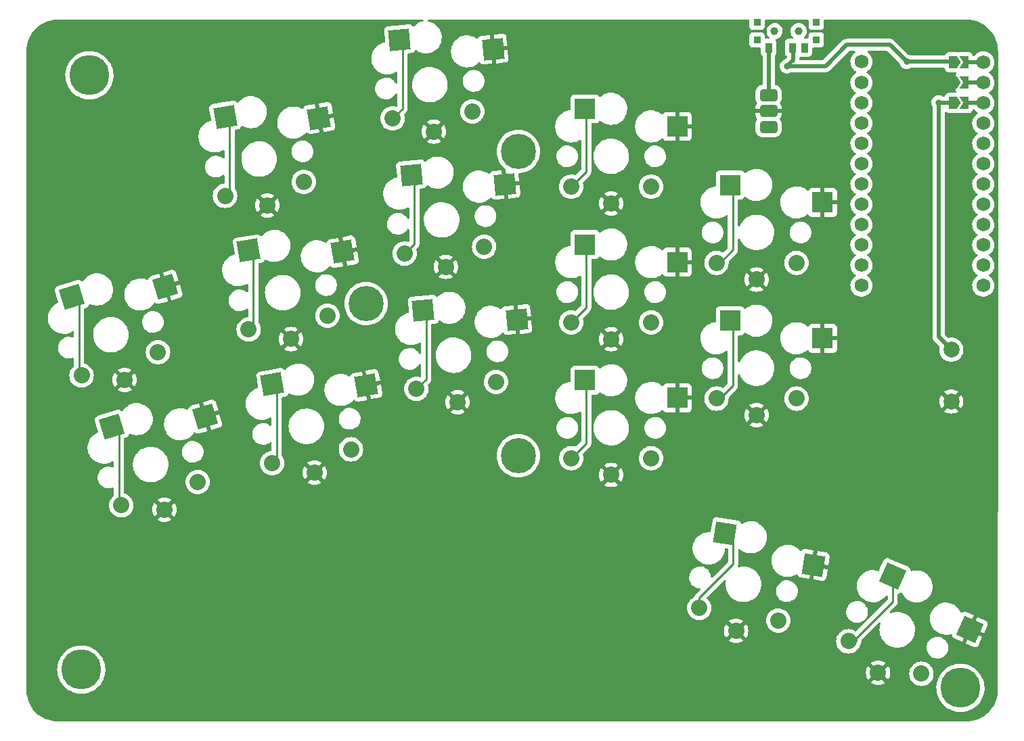
<source format=gbl>
%TF.GenerationSoftware,KiCad,Pcbnew,(6.0.4)*%
%TF.CreationDate,2022-07-31T18:16:21+02:00*%
%TF.ProjectId,battoota,62617474-6f6f-4746-912e-6b696361645f,v1.0.0*%
%TF.SameCoordinates,Original*%
%TF.FileFunction,Copper,L2,Bot*%
%TF.FilePolarity,Positive*%
%FSLAX46Y46*%
G04 Gerber Fmt 4.6, Leading zero omitted, Abs format (unit mm)*
G04 Created by KiCad (PCBNEW (6.0.4)) date 2022-07-31 18:16:21*
%MOMM*%
%LPD*%
G01*
G04 APERTURE LIST*
G04 Aperture macros list*
%AMRoundRect*
0 Rectangle with rounded corners*
0 $1 Rounding radius*
0 $2 $3 $4 $5 $6 $7 $8 $9 X,Y pos of 4 corners*
0 Add a 4 corners polygon primitive as box body*
4,1,4,$2,$3,$4,$5,$6,$7,$8,$9,$2,$3,0*
0 Add four circle primitives for the rounded corners*
1,1,$1+$1,$2,$3*
1,1,$1+$1,$4,$5*
1,1,$1+$1,$6,$7*
1,1,$1+$1,$8,$9*
0 Add four rect primitives between the rounded corners*
20,1,$1+$1,$2,$3,$4,$5,0*
20,1,$1+$1,$4,$5,$6,$7,0*
20,1,$1+$1,$6,$7,$8,$9,0*
20,1,$1+$1,$8,$9,$2,$3,0*%
%AMRotRect*
0 Rectangle, with rotation*
0 The origin of the aperture is its center*
0 $1 length*
0 $2 width*
0 $3 Rotation angle, in degrees counterclockwise*
0 Add horizontal line*
21,1,$1,$2,0,0,$3*%
%AMFreePoly0*
4,1,6,0.150000,0.000000,0.650000,-0.750000,-0.500000,-0.750000,-0.500000,0.750000,0.650000,0.750000,0.150000,0.000000,0.150000,0.000000,$1*%
%AMFreePoly1*
4,1,6,0.500000,-0.750000,-0.500000,-0.750000,-1.000000,0.000000,-0.500000,0.750000,0.500000,0.750000,0.500000,-0.750000,0.500000,-0.750000,$1*%
G04 Aperture macros list end*
%TA.AperFunction,ComponentPad*%
%ADD10C,5.000000*%
%TD*%
%TA.AperFunction,ComponentPad*%
%ADD11C,2.000000*%
%TD*%
%TA.AperFunction,SMDPad,CuDef*%
%ADD12RotRect,2.600000X2.600000X10.000000*%
%TD*%
%TA.AperFunction,ComponentPad*%
%ADD13C,2.032000*%
%TD*%
%TA.AperFunction,SMDPad,CuDef*%
%ADD14RotRect,2.600000X2.600000X5.000000*%
%TD*%
%TA.AperFunction,SMDPad,CuDef*%
%ADD15R,2.600000X2.600000*%
%TD*%
%TA.AperFunction,SMDPad,CuDef*%
%ADD16R,0.900000X0.900000*%
%TD*%
%TA.AperFunction,WasherPad*%
%ADD17C,1.000000*%
%TD*%
%TA.AperFunction,SMDPad,CuDef*%
%ADD18R,0.900000X1.250000*%
%TD*%
%TA.AperFunction,SMDPad,CuDef*%
%ADD19RotRect,2.600000X2.600000X336.000000*%
%TD*%
%TA.AperFunction,ComponentPad*%
%ADD20RoundRect,0.375000X-0.750000X0.375000X-0.750000X-0.375000X0.750000X-0.375000X0.750000X0.375000X0*%
%TD*%
%TA.AperFunction,SMDPad,CuDef*%
%ADD21RotRect,2.600000X2.600000X17.000000*%
%TD*%
%TA.AperFunction,SMDPad,CuDef*%
%ADD22RotRect,2.600000X2.600000X351.000000*%
%TD*%
%TA.AperFunction,ComponentPad*%
%ADD23C,1.752600*%
%TD*%
%TA.AperFunction,SMDPad,CuDef*%
%ADD24FreePoly0,180.000000*%
%TD*%
%TA.AperFunction,SMDPad,CuDef*%
%ADD25R,1.524000X0.500000*%
%TD*%
%TA.AperFunction,SMDPad,CuDef*%
%ADD26FreePoly1,180.000000*%
%TD*%
%TA.AperFunction,ComponentPad*%
%ADD27C,4.400000*%
%TD*%
%TA.AperFunction,ViaPad*%
%ADD28C,0.800000*%
%TD*%
%TA.AperFunction,Conductor*%
%ADD29C,0.250000*%
%TD*%
%TA.AperFunction,Conductor*%
%ADD30C,0.500000*%
%TD*%
G04 APERTURE END LIST*
D10*
%TO.P,,1,1*%
%TO.N,N/C*%
X159112791Y38507254D03*
%TD*%
%TO.P,,1,1*%
%TO.N,N/C*%
X49130791Y40793254D03*
%TD*%
%TO.P,,1,1*%
%TO.N,N/C*%
X50146791Y115215254D03*
%TD*%
D11*
%TO.P,B1,1*%
%TO.N,RST*%
X157969791Y80873254D03*
%TO.P,B1,2*%
%TO.N,GND*%
X157969791Y74373254D03*
%TD*%
D12*
%TO.P,S11,1*%
%TO.N,P3*%
X67128657Y110035975D03*
D13*
X67122934Y100134557D03*
X76971012Y101871038D03*
D12*
%TO.P,S11,2*%
%TO.N,GND*%
X78885214Y109875034D03*
D13*
X72411634Y98934701D03*
%TD*%
%TO.P,S15,1*%
%TO.N,P18*%
X89571861Y92892848D03*
D14*
X90440528Y102756090D03*
D13*
X99533808Y93764406D03*
D14*
%TO.P,S15,2*%
%TO.N,GND*%
X102138320Y101571110D03*
D13*
X94735862Y91236618D03*
%TD*%
D15*
%TO.P,S21,1*%
%TO.N,P16*%
X112149790Y94027254D03*
D13*
X120424791Y84277254D03*
X110424791Y84277254D03*
%TO.P,S21,2*%
%TO.N,GND*%
X115424791Y82177254D03*
D15*
X123699791Y91827253D03*
%TD*%
D16*
%TO.P,T2,*%
%TO.N,*%
X141068406Y121851838D03*
X133668406Y121851838D03*
X141068406Y119651838D03*
X133668406Y119651838D03*
D17*
X135868406Y120751838D03*
X138868406Y120751838D03*
D18*
%TO.P,T2,1*%
%TO.N,Braw*%
X135118406Y118676838D03*
%TO.P,T2,2*%
%TO.N,RAW*%
X138118406Y118676838D03*
%TO.P,T2,3*%
%TO.N,N/C*%
X139618406Y118676838D03*
%TD*%
D13*
%TO.P,S29,1*%
%TO.N,P20*%
X128599495Y91744491D03*
X138599495Y91744491D03*
D15*
X130324494Y101494491D03*
D13*
%TO.P,S29,2*%
%TO.N,GND*%
X133599495Y89644491D03*
D15*
X141874495Y99294490D03*
%TD*%
D19*
%TO.P,S33,1*%
%TO.N,P9*%
X150642222Y52554702D03*
D13*
X154236129Y40281888D03*
X145100674Y44349254D03*
%TO.P,S33,2*%
%TO.N,GND*%
X148814255Y40397126D03*
D19*
X160298852Y45847093D03*
%TD*%
D13*
%TO.P,S7,1*%
%TO.N,P5*%
X82875050Y68387574D03*
D12*
X73032695Y76552511D03*
D13*
X73026972Y66651093D03*
D12*
%TO.P,S7,2*%
%TO.N,GND*%
X84789252Y76391570D03*
D13*
X78315672Y65451237D03*
%TD*%
D20*
%TO.P,PAD1,1*%
%TO.N,Braw*%
X135109791Y108738254D03*
%TO.P,PAD1,2*%
%TO.N,GND*%
X135109791Y110738254D03*
%TO.P,PAD1,3*%
%TO.N,Braw*%
X135109791Y112738254D03*
%TD*%
D13*
%TO.P,S5,1*%
%TO.N,P6*%
X58734795Y80557863D03*
D21*
X47970748Y87462459D03*
D13*
X49171748Y77634146D03*
D21*
%TO.P,S5,2*%
%TO.N,GND*%
X59659287Y88735481D03*
D13*
X54567252Y77087765D03*
%TD*%
%TO.P,S27,1*%
%TO.N,P19*%
X138599495Y74744491D03*
D15*
X130324494Y84494491D03*
D13*
X128599495Y74744491D03*
%TO.P,S27,2*%
%TO.N,GND*%
X133599495Y72644491D03*
D15*
X141874495Y82294490D03*
%TD*%
D13*
%TO.P,S9,1*%
%TO.N,P4*%
X79923031Y85129306D03*
X70074953Y83392825D03*
D12*
X70080676Y93294243D03*
%TO.P,S9,2*%
%TO.N,GND*%
X81837233Y93133302D03*
D13*
X75363653Y82192969D03*
%TD*%
%TO.P,S13,1*%
%TO.N,P2*%
X91053509Y75957538D03*
D14*
X91922176Y85820780D03*
D13*
X101015456Y76829096D03*
%TO.P,S13,2*%
%TO.N,GND*%
X96217510Y74301308D03*
D14*
X103619968Y84635800D03*
%TD*%
%TO.P,S17,1*%
%TO.N,P15*%
X88958881Y119691400D03*
D13*
X98052161Y110699716D03*
X88090214Y109828158D03*
%TO.P,S17,2*%
%TO.N,GND*%
X93254215Y108171928D03*
D14*
X100656673Y118506420D03*
%TD*%
D13*
%TO.P,S31,1*%
%TO.N,P8*%
X136319319Y46950411D03*
X126442435Y48514756D03*
D22*
X129671433Y57874868D03*
%TO.P,S31,2*%
%TO.N,GND*%
X140735078Y53895134D03*
D13*
X131052365Y45658438D03*
%TD*%
D23*
%TO.P,MCU1,*%
%TO.N,*%
X161977213Y114302348D03*
D24*
X159643690Y114302348D03*
D23*
X161977213Y111762348D03*
D25*
X160593690Y116842348D03*
D23*
X146737213Y111762348D03*
D25*
X160593690Y114302348D03*
X160593690Y111762348D03*
D24*
X159643690Y111762348D03*
X159643690Y116842348D03*
D23*
X146737213Y116926094D03*
X161977213Y116842348D03*
X146737213Y114302348D03*
D26*
%TO.P,MCU1,1*%
%TO.N,RAW*%
X158193690Y116842348D03*
%TO.P,MCU1,2*%
%TO.N,GND*%
X158193690Y114302348D03*
%TO.P,MCU1,3*%
%TO.N,RST*%
X158193690Y111762348D03*
D23*
%TO.P,MCU1,4*%
%TO.N,N/C*%
X146737213Y109222348D03*
%TO.P,MCU1,5*%
%TO.N,P21*%
X146737213Y106682348D03*
%TO.P,MCU1,6*%
%TO.N,P20*%
X146737213Y104142348D03*
%TO.P,MCU1,7*%
%TO.N,P19*%
X146737213Y101602348D03*
%TO.P,MCU1,8*%
%TO.N,P18*%
X146737213Y99062348D03*
%TO.P,MCU1,9*%
%TO.N,P15*%
X146737213Y96522348D03*
%TO.P,MCU1,10*%
%TO.N,P14*%
X146737213Y93982348D03*
%TO.P,MCU1,11*%
%TO.N,P16*%
X146737213Y91442348D03*
%TO.P,MCU1,12*%
%TO.N,P10*%
X146737213Y88902348D03*
%TO.P,MCU1,16*%
%TO.N,N/C*%
X161977213Y109222348D03*
%TO.P,MCU1,17*%
%TO.N,P2*%
X161977213Y106682348D03*
%TO.P,MCU1,18*%
%TO.N,P3*%
X161977213Y104142348D03*
%TO.P,MCU1,19*%
%TO.N,P4*%
X161977213Y101602348D03*
%TO.P,MCU1,20*%
%TO.N,P5*%
X161977213Y99062348D03*
%TO.P,MCU1,21*%
%TO.N,P6*%
X161977213Y96522348D03*
%TO.P,MCU1,22*%
%TO.N,P7*%
X161977213Y93982348D03*
%TO.P,MCU1,23*%
%TO.N,P8*%
X161977213Y91442348D03*
%TO.P,MCU1,24*%
%TO.N,P9*%
X161977213Y88902348D03*
%TD*%
D13*
%TO.P,S3,1*%
%TO.N,P7*%
X54142067Y61376965D03*
D21*
X52941067Y71205278D03*
D13*
X63705114Y64300682D03*
%TO.P,S3,2*%
%TO.N,GND*%
X59537571Y60830584D03*
D21*
X64629606Y72478300D03*
%TD*%
D27*
%TO.P,REF\u002A\u002A,1*%
%TO.N,N/C*%
X84760924Y86640254D03*
X103810924Y67590254D03*
X103810924Y105690254D03*
%TD*%
D15*
%TO.P,S23,1*%
%TO.N,P10*%
X112149790Y111027254D03*
D13*
X120424791Y101277254D03*
X110424791Y101277254D03*
%TO.P,S23,2*%
%TO.N,GND*%
X115424791Y99177254D03*
D15*
X123699791Y108827253D03*
%TD*%
%TO.P,S19,1*%
%TO.N,P14*%
X112149790Y77027254D03*
D13*
X110424791Y67277254D03*
X120424791Y67277254D03*
D15*
%TO.P,S19,2*%
%TO.N,GND*%
X123699791Y74827253D03*
D13*
X115424791Y65177254D03*
%TD*%
D28*
%TO.N,GND*%
X154304587Y114350232D03*
%TO.N,RAW*%
X152400000Y116912949D03*
X137420433Y116364539D03*
%TO.N,RST*%
X156389782Y111806152D03*
%TD*%
D29*
%TO.N,P8*%
X130671434Y54007897D02*
X126442435Y49778898D01*
X126442435Y49778898D02*
X126442435Y48514756D01*
X130671434Y56874867D02*
X130671434Y54007897D01*
X129671433Y57874868D02*
X130671434Y56874867D01*
%TO.N,P9*%
X146100675Y44753718D02*
X146100675Y44349254D01*
X150642222Y49295265D02*
X146100675Y44753718D01*
X150642222Y52554702D02*
X150642222Y49295265D01*
%TO.N,P6*%
X47655954Y88184596D02*
X48856953Y86983597D01*
X48856953Y86983597D02*
X48856953Y78356283D01*
D30*
%TO.N,GND*%
X154329345Y114325474D02*
X154352471Y114302348D01*
X154352471Y114302348D02*
X158193690Y114302348D01*
D29*
%TO.N,P5*%
X73590450Y67214571D02*
X73026972Y66651093D01*
X73032696Y76552511D02*
X73590450Y75994757D01*
X73590450Y75994757D02*
X73590450Y67214571D01*
%TO.N,P4*%
X70638431Y83956303D02*
X70074953Y83392825D01*
X70638431Y92736489D02*
X70638431Y83956303D01*
X70080677Y93294243D02*
X70638431Y92736489D01*
%TO.N,P3*%
X67686412Y100698035D02*
X67122934Y100134557D01*
X67128658Y110035975D02*
X67686412Y109478221D01*
X67686412Y109478221D02*
X67686412Y100698035D01*
%TO.N,P2*%
X92270004Y77174033D02*
X91053509Y75957538D01*
X91922177Y85820780D02*
X92270004Y85472953D01*
X92270004Y85472953D02*
X92270004Y77174033D01*
%TO.N,P18*%
X90788356Y94109343D02*
X89571861Y92892848D01*
X90440529Y102756090D02*
X90788356Y102408263D01*
X90788356Y102408263D02*
X90788356Y94109343D01*
%TO.N,P15*%
X89306709Y111044653D02*
X88090214Y109828158D01*
X89306709Y119343573D02*
X89306709Y111044653D01*
X88958882Y119691400D02*
X89306709Y119343573D01*
%TO.N,P14*%
X112299312Y77420712D02*
X112299312Y69151775D01*
X112299312Y69151775D02*
X110424791Y67277254D01*
%TO.N,P16*%
X112299312Y94420712D02*
X112299312Y86151775D01*
X112299312Y86151775D02*
X110424791Y84277254D01*
%TO.N,P10*%
X112299312Y103151775D02*
X110424791Y101277254D01*
X112299312Y111420712D02*
X112299312Y103151775D01*
%TO.N,P19*%
X130654161Y76367747D02*
X128459920Y74173506D01*
X130654161Y83454265D02*
X130654161Y76367747D01*
X130184920Y83923506D02*
X130654161Y83454265D01*
%TO.N,P20*%
X130654161Y100454265D02*
X130654161Y93367747D01*
X129030905Y91744491D02*
X128599495Y91744491D01*
X130654161Y93367747D02*
X129030905Y91744491D01*
X130184920Y100923506D02*
X130654161Y100454265D01*
%TO.N,P7*%
X52626273Y71927415D02*
X53827272Y70726416D01*
X53827272Y70726416D02*
X53827272Y62099102D01*
D30*
%TO.N,RAW*%
X158193690Y116842348D02*
X158123089Y116912949D01*
X142228076Y116364539D02*
X144888791Y119025254D01*
X158123089Y116912949D02*
X152400000Y116912949D01*
X138169791Y117113928D02*
X137471818Y116415955D01*
X138169791Y118728254D02*
X138169791Y117113928D01*
X144888791Y119025254D02*
X150287695Y119025254D01*
X137420433Y116364539D02*
X142228076Y116364539D01*
X150287695Y119025254D02*
X152400000Y116912949D01*
%TO.N,RST*%
X156389782Y82453263D02*
X157969791Y80873254D01*
X156389782Y111806152D02*
X156389782Y82453263D01*
X156433586Y111762348D02*
X158193690Y111762348D01*
X156389782Y111806152D02*
X156433586Y111762348D01*
%TO.N,Braw*%
X135118406Y112746869D02*
X135109791Y112738254D01*
X135118406Y118676838D02*
X135118406Y112746869D01*
%TD*%
%TA.AperFunction,Conductor*%
%TO.N,GND*%
G36*
X69948197Y122202020D02*
G01*
X91828332Y122201468D01*
X91896452Y122181464D01*
X91942944Y122127807D01*
X91953046Y122057533D01*
X91923551Y121992953D01*
X91863824Y121954571D01*
X91854533Y121952223D01*
X91666449Y121912244D01*
X91662320Y121910741D01*
X91662316Y121910740D01*
X91406638Y121817681D01*
X91406634Y121817679D01*
X91402493Y121816172D01*
X91154477Y121684299D01*
X91150918Y121681713D01*
X91150916Y121681712D01*
X90997375Y121570158D01*
X90927227Y121519193D01*
X90924063Y121516137D01*
X90924060Y121516135D01*
X90877473Y121471146D01*
X90762341Y121359964D01*
X90761885Y121359524D01*
X90698988Y121326592D01*
X90628272Y121332892D01*
X90570624Y121379370D01*
X90568030Y121384795D01*
X90531879Y121425157D01*
X90476840Y121486608D01*
X90476837Y121486610D01*
X90470850Y121493295D01*
X90347124Y121570158D01*
X90206798Y121609206D01*
X90198897Y121609372D01*
X90198894Y121609372D01*
X90147676Y121610445D01*
X90147667Y121610445D01*
X90144264Y121610516D01*
X87458256Y121375520D01*
X87396899Y121363372D01*
X87389771Y121359964D01*
X87389770Y121359964D01*
X87300756Y121317410D01*
X87265486Y121300549D01*
X87258802Y121294562D01*
X87258800Y121294561D01*
X87163673Y121209359D01*
X87163671Y121209356D01*
X87156986Y121203369D01*
X87080123Y121079643D01*
X87041075Y120939317D01*
X87040909Y120931416D01*
X87040909Y120931413D01*
X87040112Y120893338D01*
X87039765Y120876783D01*
X87158389Y119520909D01*
X87163817Y119458872D01*
X87149828Y119389267D01*
X87100428Y119338274D01*
X87064493Y119324643D01*
X86929380Y119295923D01*
X86877219Y119284836D01*
X86873090Y119283333D01*
X86873086Y119283332D01*
X86617408Y119190273D01*
X86617404Y119190271D01*
X86613263Y119188764D01*
X86365247Y119056891D01*
X86361688Y119054305D01*
X86361686Y119054304D01*
X86215298Y118947947D01*
X86137997Y118891785D01*
X86134833Y118888729D01*
X86134830Y118888727D01*
X86087645Y118843161D01*
X85935937Y118696658D01*
X85763001Y118475309D01*
X85760805Y118471505D01*
X85760800Y118471498D01*
X85688127Y118345624D01*
X85622553Y118232046D01*
X85517327Y117971603D01*
X85516262Y117967330D01*
X85516261Y117967328D01*
X85450623Y117704067D01*
X85449372Y117699051D01*
X85448913Y117694683D01*
X85448912Y117694678D01*
X85423939Y117457067D01*
X85420011Y117419694D01*
X85420164Y117415306D01*
X85420164Y117415300D01*
X85429367Y117151776D01*
X85429814Y117138969D01*
X85430576Y117134646D01*
X85430577Y117134639D01*
X85441215Y117074308D01*
X85478591Y116862340D01*
X85565392Y116595192D01*
X85567320Y116591239D01*
X85567322Y116591234D01*
X85609005Y116505772D01*
X85688529Y116342725D01*
X85690984Y116339086D01*
X85690987Y116339080D01*
X85739112Y116267732D01*
X85845604Y116109851D01*
X86033560Y115901105D01*
X86036922Y115898284D01*
X86036923Y115898283D01*
X86080442Y115861766D01*
X86248739Y115720548D01*
X86252471Y115718216D01*
X86389888Y115632349D01*
X86486953Y115571696D01*
X86643041Y115502201D01*
X86738432Y115459730D01*
X86743564Y115457445D01*
X86754839Y115454212D01*
X86999396Y115384087D01*
X87013579Y115380020D01*
X87017929Y115379409D01*
X87017932Y115379408D01*
X87120879Y115364940D01*
X87291741Y115340927D01*
X87502335Y115340927D01*
X87504521Y115341080D01*
X87504525Y115341080D01*
X87708016Y115355309D01*
X87708021Y115355310D01*
X87712401Y115355616D01*
X87987159Y115414018D01*
X87991288Y115415521D01*
X87991292Y115415522D01*
X88246970Y115508581D01*
X88246974Y115508583D01*
X88251115Y115510090D01*
X88488056Y115636074D01*
X88557593Y115650394D01*
X88623833Y115624847D01*
X88665746Y115567542D01*
X88673209Y115524823D01*
X88673209Y114313740D01*
X88653207Y114245619D01*
X88599551Y114199126D01*
X88529277Y114189022D01*
X88464697Y114218516D01*
X88439490Y114248375D01*
X88408781Y114298983D01*
X88383395Y114340817D01*
X88366047Y114369406D01*
X88366046Y114369407D01*
X88363278Y114373969D01*
X88276353Y114474142D01*
X88215578Y114544179D01*
X88215576Y114544181D01*
X88212078Y114548212D01*
X88125022Y114619594D01*
X88037810Y114691104D01*
X88037804Y114691108D01*
X88033682Y114694488D01*
X87833190Y114808614D01*
X87828174Y114810435D01*
X87828169Y114810437D01*
X87621350Y114885509D01*
X87621346Y114885510D01*
X87616335Y114887329D01*
X87611086Y114888278D01*
X87611083Y114888279D01*
X87393402Y114927642D01*
X87393395Y114927643D01*
X87389318Y114928380D01*
X87371581Y114929216D01*
X87366633Y114929450D01*
X87366626Y114929450D01*
X87365145Y114929520D01*
X87203000Y114929520D01*
X87136044Y114923839D01*
X87036363Y114915381D01*
X87036359Y114915380D01*
X87031052Y114914930D01*
X87025897Y114913592D01*
X87025891Y114913591D01*
X86812922Y114858315D01*
X86812918Y114858314D01*
X86807753Y114856973D01*
X86802887Y114854781D01*
X86802884Y114854780D01*
X86641664Y114782156D01*
X86597410Y114762221D01*
X86592990Y114759245D01*
X86592986Y114759243D01*
X86505466Y114700320D01*
X86406040Y114633382D01*
X86239113Y114474142D01*
X86235925Y114469857D01*
X86104826Y114293653D01*
X86101404Y114289054D01*
X86098989Y114284304D01*
X86044302Y114176742D01*
X85996848Y114083408D01*
X85975776Y114015546D01*
X85930020Y113868190D01*
X85930019Y113868184D01*
X85928436Y113863087D01*
X85914643Y113759019D01*
X85900346Y113651142D01*
X85898125Y113634388D01*
X85906779Y113403852D01*
X85954153Y113178070D01*
X85956111Y113173111D01*
X85956112Y113173109D01*
X85982319Y113106749D01*
X86038892Y112963498D01*
X86108511Y112848769D01*
X86149622Y112781021D01*
X86158572Y112766271D01*
X86162069Y112762241D01*
X86304170Y112598484D01*
X86309772Y112592028D01*
X86323045Y112581145D01*
X86484040Y112449136D01*
X86484046Y112449132D01*
X86488168Y112445752D01*
X86688660Y112331626D01*
X86693676Y112329805D01*
X86693681Y112329803D01*
X86900500Y112254731D01*
X86900504Y112254730D01*
X86905515Y112252911D01*
X86910764Y112251962D01*
X86910767Y112251961D01*
X87128448Y112212598D01*
X87128455Y112212597D01*
X87132532Y112211860D01*
X87150269Y112211024D01*
X87155217Y112210790D01*
X87155224Y112210790D01*
X87156705Y112210720D01*
X87318850Y112210720D01*
X87385806Y112216401D01*
X87485487Y112224859D01*
X87485491Y112224860D01*
X87490798Y112225310D01*
X87495953Y112226648D01*
X87495959Y112226649D01*
X87708928Y112281925D01*
X87708932Y112281926D01*
X87714097Y112283267D01*
X87718963Y112285459D01*
X87718966Y112285460D01*
X87919574Y112375827D01*
X87924440Y112378019D01*
X87928860Y112380995D01*
X87928864Y112380997D01*
X88064500Y112472314D01*
X88115810Y112506858D01*
X88282737Y112666098D01*
X88360663Y112770834D01*
X88417262Y112846906D01*
X88417264Y112846909D01*
X88420446Y112851186D01*
X88434892Y112879599D01*
X88483596Y112931257D01*
X88552496Y112948383D01*
X88619717Y112925540D01*
X88663918Y112869981D01*
X88673209Y112822494D01*
X88673209Y111415843D01*
X88653207Y111347722D01*
X88599551Y111301229D01*
X88529277Y111291125D01*
X88517795Y111293324D01*
X88334249Y111337390D01*
X88334243Y111337391D01*
X88329436Y111338545D01*
X88090214Y111357372D01*
X87850992Y111338545D01*
X87846185Y111337391D01*
X87846179Y111337390D01*
X87719835Y111307057D01*
X87617661Y111282527D01*
X87613090Y111280634D01*
X87613088Y111280633D01*
X87400537Y111192592D01*
X87400535Y111192591D01*
X87395965Y111190698D01*
X87191365Y111065318D01*
X87187598Y111062101D01*
X87187597Y111062100D01*
X87107774Y110993925D01*
X87008896Y110909476D01*
X87005683Y110905714D01*
X86914488Y110798937D01*
X86853054Y110727007D01*
X86727674Y110522407D01*
X86725781Y110517837D01*
X86725780Y110517835D01*
X86648743Y110331850D01*
X86635845Y110300711D01*
X86623858Y110250780D01*
X86580982Y110072193D01*
X86580981Y110072187D01*
X86579827Y110067380D01*
X86561000Y109828158D01*
X86579827Y109588936D01*
X86580981Y109584129D01*
X86580982Y109584123D01*
X86613320Y109449429D01*
X86635845Y109355605D01*
X86637738Y109351034D01*
X86637739Y109351032D01*
X86711688Y109172504D01*
X86727674Y109133909D01*
X86853054Y108929309D01*
X86856271Y108925542D01*
X86856272Y108925541D01*
X86913978Y108857976D01*
X87008896Y108746840D01*
X87012658Y108743627D01*
X87185127Y108596326D01*
X87191365Y108590998D01*
X87395965Y108465618D01*
X87400535Y108463725D01*
X87400537Y108463724D01*
X87613088Y108375683D01*
X87617661Y108373789D01*
X87699251Y108354201D01*
X87846179Y108318926D01*
X87846185Y108318925D01*
X87850992Y108317771D01*
X88090214Y108298944D01*
X88329436Y108317771D01*
X88334243Y108318925D01*
X88334249Y108318926D01*
X88481177Y108354201D01*
X88562767Y108373789D01*
X88567340Y108375683D01*
X88779891Y108463724D01*
X88779893Y108463725D01*
X88784463Y108465618D01*
X88989063Y108590998D01*
X88995302Y108596326D01*
X89167770Y108743627D01*
X89171532Y108746840D01*
X89266450Y108857976D01*
X89324156Y108925541D01*
X89324157Y108925542D01*
X89327374Y108929309D01*
X89452754Y109133909D01*
X89468741Y109172504D01*
X89542689Y109351032D01*
X89542690Y109351034D01*
X89544583Y109355605D01*
X89559004Y109415675D01*
X92374672Y109415675D01*
X92378456Y109406897D01*
X93241403Y108543950D01*
X93255347Y108536336D01*
X93257180Y108536467D01*
X93263795Y108540718D01*
X94126931Y109403854D01*
X94133691Y109416234D01*
X94127964Y109423884D01*
X93952456Y109531435D01*
X93943662Y109535916D01*
X93731186Y109623926D01*
X93721801Y109626975D01*
X93498171Y109680665D01*
X93488424Y109682208D01*
X93259145Y109700253D01*
X93249285Y109700253D01*
X93020006Y109682208D01*
X93010259Y109680665D01*
X92786629Y109626975D01*
X92777244Y109623926D01*
X92564768Y109535916D01*
X92555974Y109531435D01*
X92384132Y109426131D01*
X92374672Y109415675D01*
X89559004Y109415675D01*
X89567108Y109449429D01*
X89599446Y109584123D01*
X89599447Y109584129D01*
X89600601Y109588936D01*
X89619428Y109828158D01*
X89600601Y110067380D01*
X89599447Y110072187D01*
X89599446Y110072193D01*
X89544583Y110300711D01*
X89546818Y110301248D01*
X89545012Y110362678D01*
X89577804Y110419843D01*
X89698962Y110541001D01*
X89707248Y110548541D01*
X89713727Y110552653D01*
X89760353Y110602305D01*
X89763107Y110605146D01*
X89782844Y110624883D01*
X89785324Y110628080D01*
X89793029Y110637102D01*
X89808491Y110653567D01*
X89823295Y110669332D01*
X89827114Y110676278D01*
X89827116Y110676281D01*
X89833057Y110687087D01*
X89841353Y110699716D01*
X96522947Y110699716D01*
X96541774Y110460494D01*
X96542928Y110455687D01*
X96542929Y110455681D01*
X96565550Y110361459D01*
X96597792Y110227163D01*
X96599685Y110222592D01*
X96599686Y110222590D01*
X96666020Y110062446D01*
X96689621Y110005467D01*
X96815001Y109800867D01*
X96818218Y109797100D01*
X96818219Y109797099D01*
X96942497Y109651587D01*
X96970843Y109618398D01*
X96974605Y109615185D01*
X97123575Y109487954D01*
X97153312Y109462556D01*
X97357912Y109337176D01*
X97362482Y109335283D01*
X97362484Y109335282D01*
X97575035Y109247241D01*
X97579608Y109245347D01*
X97661198Y109225759D01*
X97808126Y109190484D01*
X97808132Y109190483D01*
X97812939Y109189329D01*
X98052161Y109170502D01*
X98291383Y109189329D01*
X98296190Y109190483D01*
X98296196Y109190484D01*
X98443124Y109225759D01*
X98524714Y109245347D01*
X98529287Y109247241D01*
X98741838Y109335282D01*
X98741840Y109335283D01*
X98746410Y109337176D01*
X98951010Y109462556D01*
X98980748Y109487954D01*
X99129717Y109615185D01*
X99133479Y109618398D01*
X99161825Y109651587D01*
X99286103Y109797099D01*
X99286104Y109797100D01*
X99289321Y109800867D01*
X99414701Y110005467D01*
X99438303Y110062446D01*
X99504636Y110222590D01*
X99504637Y110222592D01*
X99506530Y110227163D01*
X99538772Y110361459D01*
X99561393Y110455681D01*
X99561394Y110455687D01*
X99562548Y110460494D01*
X99581375Y110699716D01*
X99562548Y110938938D01*
X99561394Y110943745D01*
X99561393Y110943751D01*
X99525859Y111091760D01*
X99506530Y111172269D01*
X99504357Y111177515D01*
X99416595Y111389393D01*
X99416594Y111389395D01*
X99414701Y111393965D01*
X99289321Y111598565D01*
X99238078Y111658564D01*
X99136692Y111777272D01*
X99133479Y111781034D01*
X99054003Y111848912D01*
X98954778Y111933658D01*
X98954777Y111933659D01*
X98951010Y111936876D01*
X98746410Y112062256D01*
X98741840Y112064149D01*
X98741838Y112064150D01*
X98529287Y112152191D01*
X98529285Y112152192D01*
X98524714Y112154085D01*
X98443124Y112173673D01*
X98296196Y112208948D01*
X98296190Y112208949D01*
X98291383Y112210103D01*
X98052161Y112228930D01*
X97812939Y112210103D01*
X97808132Y112208949D01*
X97808126Y112208948D01*
X97661198Y112173673D01*
X97579608Y112154085D01*
X97575037Y112152192D01*
X97575035Y112152191D01*
X97362484Y112064150D01*
X97362482Y112064149D01*
X97357912Y112062256D01*
X97153312Y111936876D01*
X97149545Y111933659D01*
X97149544Y111933658D01*
X97050319Y111848912D01*
X96970843Y111781034D01*
X96967630Y111777272D01*
X96866245Y111658564D01*
X96815001Y111598565D01*
X96689621Y111393965D01*
X96687728Y111389395D01*
X96687727Y111389393D01*
X96599965Y111177515D01*
X96597792Y111172269D01*
X96578463Y111091760D01*
X96542929Y110943751D01*
X96542928Y110943745D01*
X96541774Y110938938D01*
X96522947Y110699716D01*
X89841353Y110699716D01*
X89843908Y110703606D01*
X89851467Y110713352D01*
X89856323Y110719612D01*
X89859468Y110726881D01*
X89859471Y110726885D01*
X89873883Y110760190D01*
X89879100Y110770840D01*
X89900404Y110809593D01*
X89905442Y110829216D01*
X89911846Y110847919D01*
X89916742Y110859233D01*
X89916742Y110859234D01*
X89919890Y110866508D01*
X89921129Y110874331D01*
X89921132Y110874341D01*
X89926808Y110910177D01*
X89929214Y110921797D01*
X89938237Y110956942D01*
X89938237Y110956943D01*
X89940209Y110964623D01*
X89940209Y110984877D01*
X89941760Y111004588D01*
X89943689Y111016767D01*
X89944929Y111024596D01*
X89940768Y111068615D01*
X89940209Y111080472D01*
X89940209Y114002818D01*
X90512510Y114002818D01*
X90512873Y113998670D01*
X90512873Y113998666D01*
X90527182Y113835113D01*
X90538248Y113708628D01*
X90539158Y113704556D01*
X90539159Y113704551D01*
X90601714Y113424697D01*
X90602668Y113420427D01*
X90604111Y113416504D01*
X90604112Y113416502D01*
X90608766Y113403852D01*
X90704640Y113143278D01*
X90706587Y113139585D01*
X90706588Y113139583D01*
X90757375Y113043257D01*
X90842370Y112882050D01*
X90871408Y112841189D01*
X91011015Y112644742D01*
X91011020Y112644736D01*
X91013439Y112641332D01*
X91016283Y112638282D01*
X91016288Y112638276D01*
X91205374Y112435506D01*
X91214842Y112425353D01*
X91443041Y112237909D01*
X91694025Y112082292D01*
X91697842Y112080576D01*
X91697845Y112080575D01*
X91752934Y112055817D01*
X91963386Y111961236D01*
X92055895Y111933658D01*
X92237851Y111879415D01*
X92246391Y111876869D01*
X92250511Y111876216D01*
X92250513Y111876216D01*
X92534588Y111831222D01*
X92534594Y111831221D01*
X92538069Y111830671D01*
X92562628Y111829556D01*
X92629013Y111826541D01*
X92629034Y111826541D01*
X92630433Y111826477D01*
X92814897Y111826477D01*
X93034660Y111841074D01*
X93038759Y111841900D01*
X93038763Y111841901D01*
X93181357Y111870653D01*
X93324147Y111899444D01*
X93603371Y111995589D01*
X93773085Y112080575D01*
X93863691Y112125947D01*
X93863693Y112125948D01*
X93867427Y112127818D01*
X94111674Y112293809D01*
X94117429Y112298954D01*
X94320037Y112480107D01*
X94331823Y112490645D01*
X94348870Y112510534D01*
X94521285Y112711693D01*
X94521288Y112711697D01*
X94524005Y112714867D01*
X94526279Y112718369D01*
X94526283Y112718374D01*
X94682566Y112959028D01*
X94682569Y112959033D01*
X94684845Y112962538D01*
X94687657Y112968459D01*
X94759695Y113120172D01*
X94811515Y113229305D01*
X94817027Y113246471D01*
X94900511Y113506494D01*
X94900511Y113506495D01*
X94901791Y113510481D01*
X94932404Y113680620D01*
X94953347Y113797018D01*
X94953348Y113797023D01*
X94954086Y113801127D01*
X94954485Y113809900D01*
X94967293Y114091966D01*
X94967293Y114091971D01*
X94967482Y114096136D01*
X94941744Y114390326D01*
X94910681Y114529297D01*
X94896419Y114593102D01*
X96856267Y114593102D01*
X96856467Y114587772D01*
X96856467Y114587771D01*
X96860594Y114477834D01*
X96864921Y114362566D01*
X96912295Y114136784D01*
X96914253Y114131825D01*
X96914254Y114131823D01*
X96937263Y114073561D01*
X96997034Y113922212D01*
X97067784Y113805620D01*
X97109795Y113736388D01*
X97116714Y113724985D01*
X97120211Y113720955D01*
X97236730Y113586679D01*
X97267914Y113550742D01*
X97310049Y113516194D01*
X97442182Y113407850D01*
X97442188Y113407846D01*
X97446310Y113404466D01*
X97646802Y113290340D01*
X97651818Y113288519D01*
X97651823Y113288517D01*
X97858642Y113213445D01*
X97858646Y113213444D01*
X97863657Y113211625D01*
X97868906Y113210676D01*
X97868909Y113210675D01*
X98086590Y113171312D01*
X98086597Y113171311D01*
X98090674Y113170574D01*
X98108411Y113169738D01*
X98113359Y113169504D01*
X98113366Y113169504D01*
X98114847Y113169434D01*
X98276992Y113169434D01*
X98343948Y113175115D01*
X98443629Y113183573D01*
X98443633Y113183574D01*
X98448940Y113184024D01*
X98454095Y113185362D01*
X98454101Y113185363D01*
X98667070Y113240639D01*
X98667074Y113240640D01*
X98672239Y113241981D01*
X98677105Y113244173D01*
X98677108Y113244174D01*
X98877716Y113334541D01*
X98882582Y113336733D01*
X98887002Y113339709D01*
X98887006Y113339711D01*
X99006896Y113420427D01*
X99073952Y113465572D01*
X99240879Y113624812D01*
X99340732Y113759019D01*
X99375404Y113805620D01*
X99375406Y113805623D01*
X99378588Y113809900D01*
X99433372Y113917651D01*
X99480725Y114010788D01*
X99480725Y114010789D01*
X99483144Y114015546D01*
X99540148Y114199126D01*
X99549972Y114230764D01*
X99549973Y114230770D01*
X99551556Y114235867D01*
X99569255Y114369406D01*
X99581167Y114459281D01*
X99581167Y114459286D01*
X99581867Y114464566D01*
X99579631Y114524146D01*
X99573413Y114689771D01*
X99573213Y114695102D01*
X99525839Y114920884D01*
X99522518Y114929295D01*
X99477330Y115043716D01*
X99441100Y115135456D01*
X99353163Y115280373D01*
X99324189Y115328120D01*
X99324188Y115328121D01*
X99321420Y115332683D01*
X99314266Y115340927D01*
X99173720Y115502893D01*
X99173718Y115502895D01*
X99170220Y115506926D01*
X99107921Y115558008D01*
X98995952Y115649818D01*
X98995946Y115649822D01*
X98991824Y115653202D01*
X98791332Y115767328D01*
X98786316Y115769149D01*
X98786311Y115769151D01*
X98579492Y115844223D01*
X98579488Y115844224D01*
X98574477Y115846043D01*
X98569228Y115846992D01*
X98569225Y115846993D01*
X98351544Y115886356D01*
X98351537Y115886357D01*
X98347460Y115887094D01*
X98329723Y115887930D01*
X98324775Y115888164D01*
X98324768Y115888164D01*
X98323287Y115888234D01*
X98161142Y115888234D01*
X98094186Y115882553D01*
X97994505Y115874095D01*
X97994501Y115874094D01*
X97989194Y115873644D01*
X97984039Y115872306D01*
X97984033Y115872305D01*
X97771064Y115817029D01*
X97771060Y115817028D01*
X97765895Y115815687D01*
X97761029Y115813495D01*
X97761026Y115813494D01*
X97652674Y115764685D01*
X97555552Y115720935D01*
X97551132Y115717959D01*
X97551128Y115717957D01*
X97480175Y115670188D01*
X97364182Y115592096D01*
X97197255Y115432856D01*
X97194067Y115428571D01*
X97066500Y115257114D01*
X97059546Y115247768D01*
X97057131Y115243018D01*
X96988536Y115108101D01*
X96954990Y115042122D01*
X96920784Y114931961D01*
X96888162Y114826904D01*
X96888161Y114826898D01*
X96886578Y114821801D01*
X96877082Y114750151D01*
X96859314Y114616091D01*
X96856267Y114593102D01*
X94896419Y114593102D01*
X94878236Y114674449D01*
X94878234Y114674456D01*
X94877324Y114678527D01*
X94871452Y114694488D01*
X94807004Y114869649D01*
X94775352Y114955676D01*
X94771324Y114963317D01*
X94683180Y115130495D01*
X94637622Y115216904D01*
X94565352Y115318598D01*
X94468977Y115454212D01*
X94468972Y115454218D01*
X94466553Y115457622D01*
X94463709Y115460672D01*
X94463704Y115460678D01*
X94267996Y115670549D01*
X94265150Y115673601D01*
X94036951Y115861045D01*
X93785967Y116016662D01*
X93780238Y116019237D01*
X93709288Y116051123D01*
X93516606Y116137718D01*
X93233601Y116222085D01*
X93229481Y116222738D01*
X93229479Y116222738D01*
X92945404Y116267732D01*
X92945398Y116267733D01*
X92941923Y116268283D01*
X92917364Y116269398D01*
X92850979Y116272413D01*
X92850958Y116272413D01*
X92849559Y116272477D01*
X92665095Y116272477D01*
X92445332Y116257880D01*
X92441233Y116257054D01*
X92441229Y116257053D01*
X92298635Y116228301D01*
X92155845Y116199510D01*
X91876621Y116103365D01*
X91831542Y116080791D01*
X91653577Y115991673D01*
X91612565Y115971136D01*
X91368318Y115805145D01*
X91365204Y115802361D01*
X91365203Y115802360D01*
X91323066Y115764685D01*
X91148169Y115608309D01*
X91145452Y115605139D01*
X91145451Y115605138D01*
X90999357Y115434687D01*
X90955987Y115384087D01*
X90953713Y115380585D01*
X90953709Y115380580D01*
X90797426Y115139926D01*
X90795147Y115136416D01*
X90793353Y115132638D01*
X90793352Y115132636D01*
X90792110Y115130020D01*
X90668477Y114869649D01*
X90667198Y114865666D01*
X90667197Y114865663D01*
X90589344Y114623180D01*
X90578201Y114588473D01*
X90573568Y114562723D01*
X90527323Y114305701D01*
X90525906Y114297827D01*
X90525717Y114293660D01*
X90525716Y114293653D01*
X90513088Y114015546D01*
X90512510Y114002818D01*
X89940209Y114002818D01*
X89940209Y117846389D01*
X89960211Y117914510D01*
X90013867Y117961003D01*
X90055226Y117971910D01*
X90459506Y118007280D01*
X90520863Y118019428D01*
X90531523Y118024524D01*
X90644179Y118078380D01*
X90644180Y118078381D01*
X90652276Y118082251D01*
X90661991Y118090952D01*
X90754089Y118173441D01*
X90754091Y118173444D01*
X90760776Y118179431D01*
X90837639Y118303157D01*
X90838823Y118307412D01*
X90883040Y118359989D01*
X90950858Y118380994D01*
X91019267Y118362000D01*
X91033702Y118351536D01*
X91034596Y118350786D01*
X91037969Y118347956D01*
X91276183Y118199104D01*
X91409903Y118139568D01*
X91521982Y118089667D01*
X91532794Y118084853D01*
X91544407Y118081523D01*
X91763771Y118018622D01*
X91802809Y118007428D01*
X91807159Y118006817D01*
X91807162Y118006816D01*
X91880388Y117996525D01*
X92080971Y117968335D01*
X92291565Y117968335D01*
X92293751Y117968488D01*
X92293755Y117968488D01*
X92497246Y117982717D01*
X92497251Y117982718D01*
X92501631Y117983024D01*
X92776389Y118041426D01*
X92780518Y118042929D01*
X92780522Y118042930D01*
X93036200Y118135989D01*
X93036204Y118135991D01*
X93040345Y118137498D01*
X93288361Y118269371D01*
X93291922Y118271958D01*
X93318478Y118291252D01*
X95381958Y118291252D01*
X95382111Y118286864D01*
X95382111Y118286858D01*
X95391504Y118017894D01*
X95391761Y118010527D01*
X95392523Y118006204D01*
X95392524Y118006197D01*
X95417969Y117861893D01*
X95440538Y117733898D01*
X95527339Y117466750D01*
X95529267Y117462797D01*
X95529269Y117462792D01*
X95559447Y117400919D01*
X95650476Y117214283D01*
X95652931Y117210644D01*
X95652934Y117210638D01*
X95704196Y117134639D01*
X95807551Y116981409D01*
X95810496Y116978138D01*
X95810497Y116978137D01*
X95879517Y116901483D01*
X95995507Y116772663D01*
X96210686Y116592106D01*
X96448900Y116443254D01*
X96705511Y116329003D01*
X96975526Y116251578D01*
X96979876Y116250967D01*
X96979879Y116250966D01*
X97065066Y116238994D01*
X97253688Y116212485D01*
X97464282Y116212485D01*
X97466468Y116212638D01*
X97466472Y116212638D01*
X97669963Y116226867D01*
X97669968Y116226868D01*
X97674348Y116227174D01*
X97949106Y116285576D01*
X97953235Y116287079D01*
X97953239Y116287080D01*
X98208917Y116380139D01*
X98208921Y116380141D01*
X98213062Y116381648D01*
X98461078Y116513521D01*
X98502696Y116543758D01*
X98684765Y116676038D01*
X98684768Y116676041D01*
X98688328Y116678627D01*
X98722468Y116711595D01*
X98854039Y116838652D01*
X98916936Y116871584D01*
X98987652Y116865284D01*
X99046393Y116817924D01*
X99053932Y116806620D01*
X99139042Y116711595D01*
X99152650Y116700177D01*
X99261007Y116632863D01*
X99277283Y116625718D01*
X99401215Y116591232D01*
X99416718Y116588950D01*
X99467880Y116587877D01*
X99474682Y116588103D01*
X100543169Y116681584D01*
X100557962Y116687371D01*
X100559042Y116688862D01*
X100560036Y116696657D01*
X100423085Y118262030D01*
X100933025Y118262030D01*
X101065705Y116745486D01*
X101071492Y116730693D01*
X101072983Y116729613D01*
X101080778Y116728619D01*
X102153814Y116822498D01*
X102160555Y116823458D01*
X102210751Y116833395D01*
X102225634Y116838339D01*
X102341690Y116893820D01*
X102356473Y116903679D01*
X102451498Y116988789D01*
X102462916Y117002397D01*
X102530230Y117110754D01*
X102537375Y117127030D01*
X102571861Y117250962D01*
X102574143Y117266465D01*
X102575216Y117317627D01*
X102574990Y117324429D01*
X102481509Y118392916D01*
X102475722Y118407709D01*
X102474231Y118408789D01*
X102466436Y118409783D01*
X100949892Y118277103D01*
X100935099Y118271316D01*
X100934019Y118269825D01*
X100933025Y118262030D01*
X100423085Y118262030D01*
X100415567Y118347956D01*
X100384759Y118700093D01*
X100247641Y120267357D01*
X100241856Y120282147D01*
X100240365Y120283226D01*
X100232568Y120284221D01*
X99159532Y120190342D01*
X99152791Y120189382D01*
X99102595Y120179445D01*
X99087712Y120174501D01*
X98971656Y120119020D01*
X98956873Y120109161D01*
X98861848Y120024051D01*
X98850430Y120010443D01*
X98783113Y119902082D01*
X98778613Y119891830D01*
X98732918Y119837493D01*
X98665100Y119816487D01*
X98596692Y119835480D01*
X98582253Y119845948D01*
X98577586Y119849864D01*
X98339372Y119998716D01*
X98159512Y120078795D01*
X98086775Y120111180D01*
X98086773Y120111181D01*
X98082761Y120112967D01*
X97812746Y120190392D01*
X97808396Y120191003D01*
X97808393Y120191004D01*
X97705446Y120205472D01*
X97534584Y120229485D01*
X97323990Y120229485D01*
X97321804Y120229332D01*
X97321800Y120229332D01*
X97118309Y120215103D01*
X97118304Y120215102D01*
X97113924Y120214796D01*
X96839166Y120156394D01*
X96835037Y120154891D01*
X96835033Y120154890D01*
X96579355Y120061831D01*
X96579351Y120061829D01*
X96575210Y120060322D01*
X96327194Y119928449D01*
X96323635Y119925863D01*
X96323633Y119925862D01*
X96103520Y119765941D01*
X96099944Y119763343D01*
X96096780Y119760287D01*
X96096777Y119760285D01*
X96016356Y119682623D01*
X95897884Y119568216D01*
X95724948Y119346867D01*
X95722752Y119343063D01*
X95722747Y119343056D01*
X95689661Y119285749D01*
X95584500Y119103604D01*
X95479274Y118843161D01*
X95478209Y118838888D01*
X95478208Y118838886D01*
X95423554Y118619680D01*
X95411319Y118570609D01*
X95410860Y118566241D01*
X95410859Y118566236D01*
X95383209Y118303157D01*
X95381958Y118291252D01*
X93318478Y118291252D01*
X93512048Y118431888D01*
X93512051Y118431891D01*
X93515611Y118434477D01*
X93553948Y118471498D01*
X93652051Y118566236D01*
X93717671Y118629604D01*
X93884519Y118843161D01*
X93887900Y118847488D01*
X93887901Y118847489D01*
X93890607Y118850953D01*
X93892803Y118854757D01*
X93892808Y118854764D01*
X94028854Y119090404D01*
X94031055Y119094216D01*
X94136281Y119354659D01*
X94144910Y119389267D01*
X94203172Y119622942D01*
X94203173Y119622947D01*
X94204236Y119627211D01*
X94207246Y119655845D01*
X94233138Y119902199D01*
X94233138Y119902202D01*
X94233597Y119906568D01*
X94233444Y119910962D01*
X94223948Y120182896D01*
X94223947Y120182902D01*
X94223794Y120187293D01*
X94221897Y120198055D01*
X94201067Y120316183D01*
X100753310Y120316183D01*
X100885990Y118799639D01*
X100891777Y118784846D01*
X100893268Y118783766D01*
X100901063Y118782772D01*
X102417607Y118915452D01*
X102432400Y118921239D01*
X102433480Y118922730D01*
X102434474Y118930525D01*
X102414948Y119153704D01*
X132709906Y119153704D01*
X132716661Y119091522D01*
X132767791Y118955133D01*
X132855145Y118838577D01*
X132971701Y118751223D01*
X133108090Y118700093D01*
X133170272Y118693338D01*
X134033906Y118693338D01*
X134102027Y118673336D01*
X134148520Y118619680D01*
X134159906Y118567338D01*
X134159906Y118003704D01*
X134166661Y117941522D01*
X134217791Y117805133D01*
X134305145Y117688577D01*
X134312325Y117683196D01*
X134318675Y117676846D01*
X134317040Y117675211D01*
X134351985Y117628479D01*
X134359906Y117584509D01*
X134359906Y114118103D01*
X134339904Y114049982D01*
X134286248Y114003489D01*
X134243789Y113992491D01*
X134234680Y113991775D01*
X134226574Y113991137D01*
X134226571Y113991137D01*
X134220820Y113990684D01*
X134041429Y113942616D01*
X133875952Y113858301D01*
X133870823Y113854148D01*
X133870819Y113854145D01*
X133798736Y113795773D01*
X133731621Y113741424D01*
X133727466Y113736293D01*
X133618900Y113602226D01*
X133618897Y113602222D01*
X133614744Y113597093D01*
X133530429Y113431616D01*
X133528721Y113425243D01*
X133528721Y113425242D01*
X133488358Y113274605D01*
X133482361Y113252225D01*
X133481908Y113246471D01*
X133481908Y113246469D01*
X133476485Y113177556D01*
X133476291Y113175097D01*
X133476292Y112301412D01*
X133478352Y112275229D01*
X133481632Y112233552D01*
X133482361Y112224283D01*
X133530429Y112044892D01*
X133614744Y111879415D01*
X133618899Y111874284D01*
X133665164Y111817151D01*
X133692489Y111751623D01*
X133680049Y111681725D01*
X133665164Y111658564D01*
X133619324Y111601955D01*
X133612169Y111590936D01*
X133533893Y111437313D01*
X133529192Y111425067D01*
X133484352Y111257721D01*
X133482405Y111246394D01*
X133476984Y111177515D01*
X133476791Y111172589D01*
X133476791Y111010369D01*
X133481266Y110995130D01*
X133482656Y110993925D01*
X133490339Y110992254D01*
X136724676Y110992254D01*
X136739915Y110996729D01*
X136741120Y110998119D01*
X136742791Y111005802D01*
X136742791Y111172589D01*
X136742598Y111177515D01*
X136737177Y111246394D01*
X136735230Y111257721D01*
X136690390Y111425067D01*
X136685689Y111437313D01*
X136607413Y111590936D01*
X136600258Y111601955D01*
X136554418Y111658564D01*
X136527093Y111724092D01*
X136539533Y111793990D01*
X136554418Y111817151D01*
X136600683Y111874284D01*
X136604838Y111879415D01*
X136689153Y112044892D01*
X136698714Y112080575D01*
X136735727Y112218706D01*
X136735728Y112218710D01*
X136737221Y112224283D01*
X136740282Y112263179D01*
X136743098Y112298954D01*
X136743098Y112298963D01*
X136743291Y112301411D01*
X136743290Y113175096D01*
X136739322Y113225523D01*
X136737674Y113246471D01*
X136737674Y113246474D01*
X136737221Y113252225D01*
X136689153Y113431616D01*
X136604838Y113597093D01*
X136600685Y113602222D01*
X136600682Y113602226D01*
X136492116Y113736293D01*
X136487961Y113741424D01*
X136420846Y113795773D01*
X136348763Y113854145D01*
X136348759Y113854148D01*
X136343630Y113858301D01*
X136178153Y113942616D01*
X136110473Y113960751D01*
X136004339Y113989190D01*
X136004335Y113989191D01*
X135998762Y113990684D01*
X135993008Y113991137D01*
X135987309Y113992116D01*
X135987502Y113993239D01*
X135926677Y114016423D01*
X135884538Y114073561D01*
X135876906Y114116748D01*
X135876906Y116364539D01*
X136506929Y116364539D01*
X136507619Y116357974D01*
X136522027Y116220893D01*
X136526891Y116174611D01*
X136585906Y115992983D01*
X136681393Y115827595D01*
X136685811Y115822688D01*
X136685812Y115822687D01*
X136776719Y115721725D01*
X136809180Y115685673D01*
X136894269Y115623852D01*
X136958337Y115577304D01*
X136963681Y115573421D01*
X136969709Y115570737D01*
X136969711Y115570736D01*
X137132114Y115498430D01*
X137138145Y115495745D01*
X137209580Y115480561D01*
X137318489Y115457411D01*
X137318494Y115457411D01*
X137324946Y115456039D01*
X137515920Y115456039D01*
X137522372Y115457411D01*
X137522377Y115457411D01*
X137631286Y115480561D01*
X137702721Y115495745D01*
X137708752Y115498430D01*
X137871155Y115570736D01*
X137871157Y115570737D01*
X137877185Y115573421D01*
X137882524Y115577300D01*
X137882531Y115577304D01*
X137888961Y115581976D01*
X137963020Y115606039D01*
X142161006Y115606039D01*
X142179956Y115604606D01*
X142194191Y115602440D01*
X142194195Y115602440D01*
X142201425Y115601340D01*
X142208717Y115601933D01*
X142208720Y115601933D01*
X142254094Y115605624D01*
X142264309Y115606039D01*
X142272369Y115606039D01*
X142285659Y115607588D01*
X142300583Y115609328D01*
X142304958Y115609761D01*
X142370415Y115615085D01*
X142370418Y115615086D01*
X142377713Y115615679D01*
X142384677Y115617935D01*
X142390636Y115619126D01*
X142396491Y115620510D01*
X142403757Y115621357D01*
X142472403Y115646274D01*
X142476531Y115647691D01*
X142539012Y115667932D01*
X142539014Y115667933D01*
X142545975Y115670188D01*
X142552230Y115673984D01*
X142557704Y115676490D01*
X142563134Y115679209D01*
X142570013Y115681706D01*
X142625700Y115718216D01*
X142631052Y115721725D01*
X142634756Y115724062D01*
X142697183Y115761944D01*
X142703280Y115767328D01*
X142705560Y115769342D01*
X142705584Y115769315D01*
X142708576Y115771968D01*
X142711809Y115774671D01*
X142717928Y115778683D01*
X142771204Y115834922D01*
X142773582Y115837364D01*
X145166067Y118229849D01*
X145228379Y118263875D01*
X145255162Y118266754D01*
X145838629Y118266754D01*
X145906750Y118246752D01*
X145953243Y118193096D01*
X145963347Y118122822D01*
X145933853Y118058242D01*
X145914289Y118040000D01*
X145814657Y117965194D01*
X145772605Y117921189D01*
X145708550Y117854159D01*
X145657333Y117800564D01*
X145654419Y117796292D01*
X145654418Y117796291D01*
X145597294Y117712550D01*
X145529010Y117612449D01*
X145433134Y117405902D01*
X145372280Y117186469D01*
X145348082Y116960044D01*
X145348379Y116954892D01*
X145348379Y116954888D01*
X145351788Y116895765D01*
X145361190Y116732707D01*
X145362325Y116727670D01*
X145362326Y116727664D01*
X145402657Y116548702D01*
X145411252Y116510563D01*
X145413196Y116505777D01*
X145413197Y116505772D01*
X145467883Y116371097D01*
X145496924Y116299579D01*
X145615905Y116105420D01*
X145764999Y115933301D01*
X145940202Y115787845D01*
X145944654Y115785243D01*
X145944659Y115785240D01*
X146050046Y115723657D01*
X146098769Y115672018D01*
X146111840Y115602235D01*
X146085108Y115536463D01*
X146044656Y115503106D01*
X145996757Y115478172D01*
X145992624Y115475069D01*
X145992621Y115475067D01*
X145867587Y115381189D01*
X145814657Y115341448D01*
X145781052Y115306282D01*
X145676658Y115197040D01*
X145657333Y115176818D01*
X145654420Y115172547D01*
X145654418Y115172545D01*
X145632229Y115140017D01*
X145529010Y114988703D01*
X145433134Y114782156D01*
X145431752Y114777174D01*
X145431752Y114777173D01*
X145426780Y114759243D01*
X145372280Y114562723D01*
X145348082Y114336298D01*
X145348379Y114331146D01*
X145348379Y114331142D01*
X145350300Y114297827D01*
X145361190Y114108961D01*
X145362325Y114103924D01*
X145362326Y114103918D01*
X145398292Y113944324D01*
X145411252Y113886817D01*
X145413196Y113882031D01*
X145413197Y113882026D01*
X145484906Y113705429D01*
X145496924Y113675833D01*
X145615905Y113481674D01*
X145764999Y113309555D01*
X145848009Y113240639D01*
X145932001Y113170908D01*
X145940202Y113164099D01*
X145944653Y113161498D01*
X145944663Y113161491D01*
X145977479Y113142315D01*
X146026202Y113090676D01*
X146039272Y113020893D01*
X146012539Y112955121D01*
X145989566Y112932773D01*
X145814657Y112801448D01*
X145811085Y112797710D01*
X145685314Y112666098D01*
X145657333Y112636818D01*
X145654420Y112632547D01*
X145654418Y112632545D01*
X145619354Y112581143D01*
X145529010Y112448703D01*
X145433134Y112242156D01*
X145431752Y112237174D01*
X145431752Y112237173D01*
X145424258Y112210151D01*
X145372280Y112022723D01*
X145348082Y111796298D01*
X145348379Y111791146D01*
X145348379Y111791142D01*
X145351873Y111730555D01*
X145361190Y111568961D01*
X145362325Y111563924D01*
X145362326Y111563918D01*
X145394642Y111420522D01*
X145411252Y111346817D01*
X145413196Y111342031D01*
X145413197Y111342026D01*
X145492928Y111145673D01*
X145496924Y111135833D01*
X145584909Y110992254D01*
X145603829Y110961381D01*
X145615905Y110941674D01*
X145764999Y110769555D01*
X145887204Y110668099D01*
X145932001Y110630908D01*
X145940202Y110624099D01*
X145944653Y110621498D01*
X145944663Y110621491D01*
X145977479Y110602315D01*
X146026202Y110550676D01*
X146039272Y110480893D01*
X146012539Y110415121D01*
X145989566Y110392773D01*
X145814657Y110261448D01*
X145657333Y110096818D01*
X145654419Y110092546D01*
X145654418Y110092545D01*
X145633886Y110062446D01*
X145529010Y109908703D01*
X145433134Y109702156D01*
X145431752Y109697174D01*
X145431752Y109697173D01*
X145411439Y109623926D01*
X145372280Y109482723D01*
X145348082Y109256298D01*
X145348379Y109251146D01*
X145348379Y109251142D01*
X145350247Y109218754D01*
X145361190Y109028961D01*
X145362325Y109023924D01*
X145362326Y109023918D01*
X145407119Y108825157D01*
X145411252Y108806817D01*
X145413196Y108802031D01*
X145413197Y108802026D01*
X145490821Y108610862D01*
X145496924Y108595833D01*
X145615905Y108401674D01*
X145764999Y108229555D01*
X145940202Y108084099D01*
X145944653Y108081498D01*
X145944663Y108081491D01*
X145977479Y108062315D01*
X146026202Y108010676D01*
X146039272Y107940893D01*
X146012539Y107875121D01*
X145989566Y107852773D01*
X145814657Y107721448D01*
X145811085Y107717710D01*
X145686823Y107587677D01*
X145657333Y107556818D01*
X145654419Y107552546D01*
X145654418Y107552545D01*
X145622604Y107505907D01*
X145529010Y107368703D01*
X145433134Y107162156D01*
X145372280Y106942723D01*
X145348082Y106716298D01*
X145348379Y106711146D01*
X145348379Y106711142D01*
X145352546Y106638871D01*
X145361190Y106488961D01*
X145362325Y106483924D01*
X145362326Y106483918D01*
X145402895Y106303899D01*
X145411252Y106266817D01*
X145413196Y106262031D01*
X145413197Y106262026D01*
X145482164Y106092182D01*
X145496924Y106055833D01*
X145615905Y105861674D01*
X145764999Y105689555D01*
X145940202Y105544099D01*
X145944653Y105541498D01*
X145944663Y105541491D01*
X145977479Y105522315D01*
X146026202Y105470676D01*
X146039272Y105400893D01*
X146012539Y105335121D01*
X145989566Y105312773D01*
X145814657Y105181448D01*
X145781553Y105146807D01*
X145670499Y105030595D01*
X145657333Y105016818D01*
X145654419Y105012546D01*
X145654418Y105012545D01*
X145583141Y104908056D01*
X145529010Y104828703D01*
X145433134Y104622156D01*
X145431752Y104617174D01*
X145431752Y104617173D01*
X145416652Y104562724D01*
X145372280Y104402723D01*
X145348082Y104176298D01*
X145348379Y104171146D01*
X145348379Y104171142D01*
X145351558Y104116017D01*
X145361190Y103948961D01*
X145362325Y103943924D01*
X145362326Y103943918D01*
X145410114Y103731866D01*
X145411252Y103726817D01*
X145413196Y103722031D01*
X145413197Y103722026D01*
X145473209Y103574235D01*
X145496924Y103515833D01*
X145566394Y103402469D01*
X145609726Y103331758D01*
X145615905Y103321674D01*
X145764999Y103149555D01*
X145940202Y103004099D01*
X145944653Y103001498D01*
X145944663Y103001491D01*
X145977479Y102982315D01*
X146026202Y102930676D01*
X146039272Y102860893D01*
X146012539Y102795121D01*
X145989566Y102772773D01*
X145814657Y102641448D01*
X145806494Y102632906D01*
X145684110Y102504838D01*
X145657333Y102476818D01*
X145654419Y102472546D01*
X145654418Y102472545D01*
X145610215Y102407746D01*
X145529010Y102288703D01*
X145433134Y102082156D01*
X145372280Y101862723D01*
X145348082Y101636298D01*
X145348379Y101631146D01*
X145348379Y101631142D01*
X145353196Y101547608D01*
X145361190Y101408961D01*
X145362325Y101403924D01*
X145362326Y101403918D01*
X145407788Y101202188D01*
X145411252Y101186817D01*
X145413196Y101182031D01*
X145413197Y101182026D01*
X145476335Y101026537D01*
X145496924Y100975833D01*
X145615905Y100781674D01*
X145764999Y100609555D01*
X145940202Y100464099D01*
X145944653Y100461498D01*
X145944663Y100461491D01*
X145977479Y100442315D01*
X146026202Y100390676D01*
X146039272Y100320893D01*
X146012539Y100255121D01*
X145989566Y100232773D01*
X145814657Y100101448D01*
X145811085Y100097710D01*
X145673322Y99953549D01*
X145657333Y99936818D01*
X145654419Y99932546D01*
X145654418Y99932545D01*
X145608760Y99865612D01*
X145529010Y99748703D01*
X145433134Y99542156D01*
X145431752Y99537174D01*
X145431752Y99537173D01*
X145417558Y99485991D01*
X145372280Y99322723D01*
X145348082Y99096298D01*
X145348379Y99091146D01*
X145348379Y99091142D01*
X145350348Y99057001D01*
X145361190Y98868961D01*
X145362325Y98863924D01*
X145362326Y98863918D01*
X145405506Y98672314D01*
X145411252Y98646817D01*
X145413196Y98642031D01*
X145413197Y98642026D01*
X145490379Y98451951D01*
X145496924Y98435833D01*
X145615905Y98241674D01*
X145764999Y98069555D01*
X145940202Y97924099D01*
X145944653Y97921498D01*
X145944663Y97921491D01*
X145977479Y97902315D01*
X146026202Y97850676D01*
X146039272Y97780893D01*
X146012539Y97715121D01*
X145989566Y97692773D01*
X145814657Y97561448D01*
X145811085Y97557710D01*
X145685186Y97425964D01*
X145657333Y97396818D01*
X145654419Y97392546D01*
X145654418Y97392545D01*
X145629529Y97356059D01*
X145529010Y97208703D01*
X145433134Y97002156D01*
X145431752Y96997174D01*
X145431752Y96997173D01*
X145428904Y96986902D01*
X145372280Y96782723D01*
X145348082Y96556298D01*
X145348379Y96551146D01*
X145348379Y96551142D01*
X145352835Y96473873D01*
X145361190Y96328961D01*
X145362325Y96323924D01*
X145362326Y96323918D01*
X145407938Y96121522D01*
X145411252Y96106817D01*
X145413196Y96102031D01*
X145413197Y96102026D01*
X145488785Y95915876D01*
X145496924Y95895833D01*
X145615905Y95701674D01*
X145764999Y95529555D01*
X145851165Y95458019D01*
X145925487Y95396316D01*
X145940202Y95384099D01*
X145944653Y95381498D01*
X145944663Y95381491D01*
X145977479Y95362315D01*
X146026202Y95310676D01*
X146039272Y95240893D01*
X146012539Y95175121D01*
X145989566Y95152773D01*
X145814657Y95021448D01*
X145759097Y94963308D01*
X145694166Y94895361D01*
X145657333Y94856818D01*
X145654419Y94852546D01*
X145654418Y94852545D01*
X145623414Y94807094D01*
X145529010Y94668703D01*
X145433134Y94462156D01*
X145431752Y94457174D01*
X145431752Y94457173D01*
X145410560Y94380757D01*
X145372280Y94242723D01*
X145348082Y94016298D01*
X145348379Y94011146D01*
X145348379Y94011142D01*
X145350326Y93977379D01*
X145361190Y93788961D01*
X145362325Y93783924D01*
X145362326Y93783918D01*
X145399912Y93617137D01*
X145411252Y93566817D01*
X145413196Y93562031D01*
X145413197Y93562026D01*
X145486746Y93380899D01*
X145496924Y93355833D01*
X145615905Y93161674D01*
X145764999Y92989555D01*
X145940202Y92844099D01*
X145944653Y92841498D01*
X145944663Y92841491D01*
X145977479Y92822315D01*
X146026202Y92770676D01*
X146039272Y92700893D01*
X146012539Y92635121D01*
X145989566Y92612773D01*
X145814657Y92481448D01*
X145811085Y92477710D01*
X145688867Y92349816D01*
X145657333Y92316818D01*
X145654419Y92312546D01*
X145654418Y92312545D01*
X145592391Y92221617D01*
X145529010Y92128703D01*
X145433134Y91922156D01*
X145431752Y91917174D01*
X145431752Y91917173D01*
X145425196Y91893534D01*
X145372280Y91702723D01*
X145348082Y91476298D01*
X145348379Y91471146D01*
X145348379Y91471142D01*
X145350329Y91437324D01*
X145361190Y91248961D01*
X145362325Y91243924D01*
X145362326Y91243918D01*
X145410114Y91031866D01*
X145411252Y91026817D01*
X145413196Y91022031D01*
X145413197Y91022026D01*
X145474085Y90872079D01*
X145496924Y90815833D01*
X145615905Y90621674D01*
X145764999Y90449555D01*
X145940202Y90304099D01*
X145944653Y90301498D01*
X145944663Y90301491D01*
X145977479Y90282315D01*
X146026202Y90230676D01*
X146039272Y90160893D01*
X146012539Y90095121D01*
X145989566Y90072773D01*
X145814657Y89941448D01*
X145657333Y89776818D01*
X145654419Y89772546D01*
X145654418Y89772545D01*
X145602177Y89695962D01*
X145529010Y89588703D01*
X145433134Y89382156D01*
X145431752Y89377174D01*
X145431752Y89377173D01*
X145412052Y89306136D01*
X145372280Y89162723D01*
X145348082Y88936298D01*
X145348379Y88931146D01*
X145348379Y88931142D01*
X145351997Y88868402D01*
X145361190Y88708961D01*
X145362325Y88703924D01*
X145362326Y88703918D01*
X145401025Y88532198D01*
X145411252Y88486817D01*
X145413196Y88482031D01*
X145413197Y88482026D01*
X145494980Y88280620D01*
X145496924Y88275833D01*
X145615905Y88081674D01*
X145764999Y87909555D01*
X145940202Y87764099D01*
X145944654Y87761497D01*
X145944659Y87761494D01*
X146106970Y87666647D01*
X146136810Y87649210D01*
X146349542Y87567976D01*
X146354608Y87566945D01*
X146354609Y87566945D01*
X146381087Y87561558D01*
X146572685Y87522577D01*
X146700501Y87517890D01*
X146795083Y87514421D01*
X146795088Y87514421D01*
X146800247Y87514232D01*
X146805367Y87514888D01*
X146805369Y87514888D01*
X146877557Y87524136D01*
X147026116Y87543167D01*
X147031065Y87544652D01*
X147031071Y87544653D01*
X147157417Y87582559D01*
X147244226Y87608603D01*
X147272212Y87622313D01*
X147420173Y87694799D01*
X147448720Y87708784D01*
X147452924Y87711782D01*
X147452928Y87711785D01*
X147533528Y87769277D01*
X147634106Y87841018D01*
X147795406Y88001756D01*
X147841630Y88066083D01*
X147925268Y88182479D01*
X147928286Y88186679D01*
X147931160Y88192493D01*
X148026886Y88386180D01*
X148026887Y88386182D01*
X148029180Y88390822D01*
X148081614Y88563404D01*
X148093875Y88603758D01*
X148093875Y88603759D01*
X148095377Y88608702D01*
X148102846Y88665433D01*
X148124663Y88831147D01*
X148124664Y88831154D01*
X148125100Y88834469D01*
X148125872Y88866061D01*
X148126677Y88898983D01*
X148126677Y88898988D01*
X148126759Y88902348D01*
X148114658Y89049532D01*
X148108524Y89124146D01*
X148108523Y89124152D01*
X148108100Y89129297D01*
X148072370Y89271547D01*
X148053885Y89345140D01*
X148053884Y89345144D01*
X148052626Y89350151D01*
X148050339Y89355411D01*
X147963885Y89554242D01*
X147963883Y89554245D01*
X147961825Y89558979D01*
X147867989Y89704027D01*
X147840944Y89745833D01*
X147840942Y89745836D01*
X147838136Y89750173D01*
X147684881Y89918598D01*
X147506176Y90059730D01*
X147499548Y90063389D01*
X147498864Y90064079D01*
X147497344Y90065089D01*
X147497552Y90065403D01*
X147449576Y90113815D01*
X147434798Y90183257D01*
X147459909Y90249664D01*
X147487267Y90276279D01*
X147629902Y90378019D01*
X147629904Y90378021D01*
X147634106Y90381018D01*
X147795406Y90541756D01*
X147816051Y90570486D01*
X147925268Y90722479D01*
X147928286Y90726679D01*
X147930603Y90731366D01*
X148026886Y90926180D01*
X148026887Y90926182D01*
X148029180Y90930822D01*
X148074394Y91079637D01*
X148093875Y91143758D01*
X148093875Y91143759D01*
X148095377Y91148702D01*
X148102799Y91205077D01*
X148124663Y91371147D01*
X148124664Y91371154D01*
X148125100Y91374469D01*
X148126636Y91437324D01*
X148126677Y91438983D01*
X148126677Y91438988D01*
X148126759Y91442348D01*
X148116134Y91571582D01*
X148108524Y91664146D01*
X148108523Y91664152D01*
X148108100Y91669297D01*
X148072374Y91811530D01*
X148053885Y91885140D01*
X148053884Y91885144D01*
X148052626Y91890151D01*
X148047522Y91901889D01*
X147963885Y92094242D01*
X147963883Y92094245D01*
X147961825Y92098979D01*
X147873454Y92235580D01*
X147840944Y92285833D01*
X147840942Y92285836D01*
X147838136Y92290173D01*
X147684881Y92458598D01*
X147506176Y92599730D01*
X147499548Y92603389D01*
X147498864Y92604079D01*
X147497344Y92605089D01*
X147497552Y92605403D01*
X147449576Y92653815D01*
X147434798Y92723257D01*
X147459909Y92789664D01*
X147487267Y92816279D01*
X147629902Y92918019D01*
X147629904Y92918021D01*
X147634106Y92921018D01*
X147795406Y93081756D01*
X147800420Y93088733D01*
X147925268Y93262479D01*
X147928286Y93266679D01*
X147931759Y93273705D01*
X148026886Y93466180D01*
X148026887Y93466182D01*
X148029180Y93470822D01*
X148089117Y93668099D01*
X148093875Y93683758D01*
X148093875Y93683759D01*
X148095377Y93688702D01*
X148096108Y93694254D01*
X148124663Y93911147D01*
X148124664Y93911154D01*
X148125100Y93914469D01*
X148126025Y93952316D01*
X148126677Y93978983D01*
X148126677Y93978988D01*
X148126759Y93982348D01*
X148116301Y94109551D01*
X148108524Y94204146D01*
X148108523Y94204152D01*
X148108100Y94209297D01*
X148066816Y94373659D01*
X148053885Y94425140D01*
X148053884Y94425144D01*
X148052626Y94430151D01*
X148041132Y94456586D01*
X147963885Y94634242D01*
X147963883Y94634245D01*
X147961825Y94638979D01*
X147859603Y94796990D01*
X147840944Y94825833D01*
X147840942Y94825836D01*
X147838136Y94830173D01*
X147684881Y94998598D01*
X147506176Y95139730D01*
X147499548Y95143389D01*
X147498864Y95144079D01*
X147497344Y95145089D01*
X147497552Y95145403D01*
X147449576Y95193815D01*
X147434798Y95263257D01*
X147459909Y95329664D01*
X147487267Y95356279D01*
X147629902Y95458019D01*
X147629904Y95458021D01*
X147634106Y95461018D01*
X147795406Y95621756D01*
X147808999Y95640672D01*
X147925268Y95802479D01*
X147928286Y95806679D01*
X147937947Y95826225D01*
X148026886Y96006180D01*
X148026887Y96006182D01*
X148029180Y96010822D01*
X148095377Y96228702D01*
X148096100Y96234194D01*
X148124663Y96451147D01*
X148124664Y96451154D01*
X148125100Y96454469D01*
X148125182Y96457821D01*
X148126677Y96518983D01*
X148126677Y96518988D01*
X148126759Y96522348D01*
X148114992Y96665475D01*
X148108524Y96744146D01*
X148108523Y96744152D01*
X148108100Y96749297D01*
X148052626Y96970151D01*
X148047326Y96982341D01*
X147963885Y97174242D01*
X147963883Y97174245D01*
X147961825Y97178979D01*
X147866522Y97326295D01*
X147840944Y97365833D01*
X147840942Y97365836D01*
X147838136Y97370173D01*
X147684881Y97538598D01*
X147506176Y97679730D01*
X147499548Y97683389D01*
X147498864Y97684079D01*
X147497344Y97685089D01*
X147497552Y97685403D01*
X147449576Y97733815D01*
X147434798Y97803257D01*
X147459909Y97869664D01*
X147487267Y97896279D01*
X147629902Y97998019D01*
X147629904Y97998021D01*
X147634106Y98001018D01*
X147795406Y98161756D01*
X147897263Y98303505D01*
X147925268Y98342479D01*
X147928286Y98346679D01*
X147951086Y98392810D01*
X148026886Y98546180D01*
X148026887Y98546182D01*
X148029180Y98550822D01*
X148095377Y98768702D01*
X148101041Y98811726D01*
X148124663Y98991147D01*
X148124664Y98991154D01*
X148125100Y98994469D01*
X148125894Y99026942D01*
X148126677Y99058983D01*
X148126677Y99058988D01*
X148126759Y99062348D01*
X148118222Y99166188D01*
X148108524Y99284146D01*
X148108523Y99284152D01*
X148108100Y99289297D01*
X148068135Y99448408D01*
X148053885Y99505140D01*
X148053884Y99505144D01*
X148052626Y99510151D01*
X148045606Y99526296D01*
X147963885Y99714242D01*
X147963883Y99714245D01*
X147961825Y99718979D01*
X147881672Y99842876D01*
X147840944Y99905833D01*
X147840942Y99905836D01*
X147838136Y99910173D01*
X147684881Y100078598D01*
X147506176Y100219730D01*
X147499548Y100223389D01*
X147498864Y100224079D01*
X147497344Y100225089D01*
X147497552Y100225403D01*
X147449576Y100273815D01*
X147434798Y100343257D01*
X147459909Y100409664D01*
X147487267Y100436279D01*
X147629902Y100538019D01*
X147629904Y100538021D01*
X147634106Y100541018D01*
X147795406Y100701756D01*
X147856306Y100786507D01*
X147925268Y100882479D01*
X147928286Y100886679D01*
X147940346Y100911079D01*
X148026886Y101086180D01*
X148026887Y101086182D01*
X148029180Y101090822D01*
X148090868Y101293860D01*
X148093875Y101303758D01*
X148093875Y101303759D01*
X148095377Y101308702D01*
X148098716Y101334061D01*
X148124663Y101531147D01*
X148124664Y101531154D01*
X148125100Y101534469D01*
X148126759Y101602348D01*
X148118685Y101700552D01*
X148108524Y101824146D01*
X148108523Y101824152D01*
X148108100Y101829297D01*
X148076924Y101953417D01*
X148053885Y102045140D01*
X148053884Y102045144D01*
X148052626Y102050151D01*
X148050567Y102054887D01*
X147963885Y102254242D01*
X147963883Y102254245D01*
X147961825Y102258979D01*
X147860876Y102415022D01*
X147840944Y102445833D01*
X147840942Y102445836D01*
X147838136Y102450173D01*
X147684881Y102618598D01*
X147506176Y102759730D01*
X147499548Y102763389D01*
X147498864Y102764079D01*
X147497344Y102765089D01*
X147497552Y102765403D01*
X147449576Y102813815D01*
X147434798Y102883257D01*
X147459909Y102949664D01*
X147487267Y102976279D01*
X147629902Y103078019D01*
X147629904Y103078021D01*
X147634106Y103081018D01*
X147795406Y103241756D01*
X147805422Y103255694D01*
X147925268Y103422479D01*
X147928286Y103426679D01*
X147942868Y103456182D01*
X148026886Y103626180D01*
X148026887Y103626182D01*
X148029180Y103630822D01*
X148095377Y103848702D01*
X148102976Y103906422D01*
X148124663Y104071147D01*
X148124664Y104071154D01*
X148125100Y104074469D01*
X148125308Y104082969D01*
X148126677Y104138983D01*
X148126677Y104138988D01*
X148126759Y104142348D01*
X148116998Y104261068D01*
X148108524Y104364146D01*
X148108523Y104364152D01*
X148108100Y104369297D01*
X148077127Y104492608D01*
X148053885Y104585140D01*
X148053884Y104585144D01*
X148052626Y104590151D01*
X148040942Y104617023D01*
X147963885Y104794242D01*
X147963883Y104794245D01*
X147961825Y104798979D01*
X147846110Y104977847D01*
X147840944Y104985833D01*
X147840942Y104985836D01*
X147838136Y104990173D01*
X147684881Y105158598D01*
X147506176Y105299730D01*
X147499548Y105303389D01*
X147498864Y105304079D01*
X147497344Y105305089D01*
X147497552Y105305403D01*
X147449576Y105353815D01*
X147434798Y105423257D01*
X147459909Y105489664D01*
X147487267Y105516279D01*
X147629902Y105618019D01*
X147629904Y105618021D01*
X147634106Y105621018D01*
X147795406Y105781756D01*
X147799871Y105787969D01*
X147925268Y105962479D01*
X147928286Y105966679D01*
X147935501Y105981276D01*
X148026886Y106166180D01*
X148026887Y106166182D01*
X148029180Y106170822D01*
X148087238Y106361914D01*
X148093875Y106383758D01*
X148093875Y106383759D01*
X148095377Y106388702D01*
X148096052Y106393828D01*
X148124663Y106611147D01*
X148124664Y106611154D01*
X148125100Y106614469D01*
X148125628Y106636086D01*
X148126677Y106678983D01*
X148126677Y106678988D01*
X148126759Y106682348D01*
X148119392Y106771955D01*
X148108524Y106904146D01*
X148108523Y106904152D01*
X148108100Y106909297D01*
X148075931Y107037369D01*
X148053885Y107125140D01*
X148053884Y107125144D01*
X148052626Y107130151D01*
X148050567Y107134887D01*
X147963885Y107334242D01*
X147963883Y107334245D01*
X147961825Y107338979D01*
X147877666Y107469069D01*
X147840944Y107525833D01*
X147840942Y107525836D01*
X147838136Y107530173D01*
X147684881Y107698598D01*
X147506176Y107839730D01*
X147499548Y107843389D01*
X147498864Y107844079D01*
X147497344Y107845089D01*
X147497552Y107845403D01*
X147449576Y107893815D01*
X147434798Y107963257D01*
X147459909Y108029664D01*
X147487267Y108056279D01*
X147629902Y108158019D01*
X147629904Y108158021D01*
X147634106Y108161018D01*
X147795406Y108321756D01*
X147799626Y108327628D01*
X147925268Y108502479D01*
X147928286Y108506679D01*
X147941870Y108534163D01*
X148026886Y108706180D01*
X148026887Y108706182D01*
X148029180Y108710822D01*
X148090794Y108913618D01*
X148093875Y108923758D01*
X148093875Y108923759D01*
X148095377Y108928702D01*
X148107913Y109023918D01*
X148124663Y109151147D01*
X148124664Y109151154D01*
X148125100Y109154469D01*
X148125881Y109186408D01*
X148126677Y109218983D01*
X148126677Y109218988D01*
X148126759Y109222348D01*
X148119196Y109314340D01*
X148108524Y109444146D01*
X148108523Y109444152D01*
X148108100Y109449297D01*
X148074896Y109581488D01*
X148053885Y109665140D01*
X148053884Y109665144D01*
X148052626Y109670151D01*
X148050567Y109674887D01*
X147963885Y109874242D01*
X147963883Y109874245D01*
X147961825Y109878979D01*
X147858177Y110039195D01*
X147840944Y110065833D01*
X147840942Y110065836D01*
X147838136Y110070173D01*
X147684881Y110238598D01*
X147506176Y110379730D01*
X147499548Y110383389D01*
X147498864Y110384079D01*
X147497344Y110385089D01*
X147497552Y110385403D01*
X147449576Y110433815D01*
X147434798Y110503257D01*
X147459909Y110569664D01*
X147487267Y110596279D01*
X147629902Y110698019D01*
X147629904Y110698021D01*
X147634106Y110701018D01*
X147795406Y110861756D01*
X147799616Y110867614D01*
X147925268Y111042479D01*
X147928286Y111046679D01*
X147945613Y111081736D01*
X148026886Y111246180D01*
X148026887Y111246182D01*
X148029180Y111250822D01*
X148095377Y111468702D01*
X148098967Y111495973D01*
X148124663Y111691147D01*
X148124664Y111691154D01*
X148125100Y111694469D01*
X148126093Y111735084D01*
X148126677Y111758983D01*
X148126677Y111758988D01*
X148126759Y111762348D01*
X148117397Y111876216D01*
X148108524Y111984146D01*
X148108523Y111984152D01*
X148108100Y111989297D01*
X148069249Y112143973D01*
X148053885Y112205140D01*
X148053884Y112205144D01*
X148052626Y112210151D01*
X148048906Y112218706D01*
X147963885Y112414242D01*
X147963883Y112414245D01*
X147961825Y112418979D01*
X147880287Y112545018D01*
X147840944Y112605833D01*
X147840942Y112605836D01*
X147838136Y112610173D01*
X147684881Y112778598D01*
X147506176Y112919730D01*
X147499548Y112923389D01*
X147498864Y112924079D01*
X147497344Y112925089D01*
X147497552Y112925403D01*
X147449576Y112973815D01*
X147434798Y113043257D01*
X147459909Y113109664D01*
X147487267Y113136279D01*
X147629902Y113238019D01*
X147629904Y113238021D01*
X147634106Y113241018D01*
X147795406Y113401756D01*
X147799616Y113407614D01*
X147925268Y113582479D01*
X147928286Y113586679D01*
X147947453Y113625459D01*
X148026886Y113786180D01*
X148026887Y113786182D01*
X148029180Y113790822D01*
X148080808Y113960751D01*
X148093875Y114003758D01*
X148093875Y114003759D01*
X148095377Y114008702D01*
X148096278Y114015546D01*
X148124663Y114231147D01*
X148124664Y114231154D01*
X148125100Y114234469D01*
X148126318Y114284304D01*
X148126677Y114298983D01*
X148126677Y114298988D01*
X148126759Y114302348D01*
X148119191Y114394403D01*
X148108524Y114524146D01*
X148108523Y114524152D01*
X148108100Y114529297D01*
X148070733Y114678063D01*
X148053885Y114745140D01*
X148053884Y114745144D01*
X148052626Y114750151D01*
X148043368Y114771443D01*
X147963885Y114954242D01*
X147963883Y114954245D01*
X147961825Y114958979D01*
X147851174Y115130020D01*
X147840944Y115145833D01*
X147840942Y115145836D01*
X147838136Y115150173D01*
X147684881Y115318598D01*
X147506176Y115459730D01*
X147429235Y115502204D01*
X147379268Y115552634D01*
X147364496Y115622077D01*
X147389612Y115688482D01*
X147434697Y115725660D01*
X147448720Y115732530D01*
X147452924Y115735528D01*
X147452928Y115735531D01*
X147550523Y115805145D01*
X147634106Y115864764D01*
X147795406Y116025502D01*
X147808810Y116044155D01*
X147925268Y116206225D01*
X147928286Y116210425D01*
X147934372Y116222738D01*
X148026886Y116409926D01*
X148026887Y116409928D01*
X148029180Y116414568D01*
X148084058Y116595192D01*
X148093875Y116627504D01*
X148093875Y116627505D01*
X148095377Y116632448D01*
X148096052Y116637574D01*
X148124663Y116854893D01*
X148124664Y116854900D01*
X148125100Y116858215D01*
X148125273Y116865284D01*
X148126677Y116922729D01*
X148126677Y116922734D01*
X148126759Y116926094D01*
X148115409Y117064146D01*
X148108524Y117147892D01*
X148108523Y117147898D01*
X148108100Y117153043D01*
X148065622Y117322156D01*
X148053885Y117368886D01*
X148053884Y117368890D01*
X148052626Y117373897D01*
X148050567Y117378633D01*
X147963885Y117577988D01*
X147963883Y117577991D01*
X147961825Y117582725D01*
X147861230Y117738221D01*
X147840944Y117769579D01*
X147840942Y117769582D01*
X147838136Y117773919D01*
X147684881Y117942344D01*
X147558856Y118041872D01*
X147517793Y118099789D01*
X147514561Y118170712D01*
X147550186Y118232123D01*
X147613357Y118264526D01*
X147636948Y118266754D01*
X149921324Y118266754D01*
X149989445Y118246752D01*
X150010419Y118229849D01*
X151479875Y116760393D01*
X151510613Y116710235D01*
X151565473Y116541393D01*
X151660960Y116376005D01*
X151665378Y116371098D01*
X151665379Y116371097D01*
X151754302Y116272338D01*
X151788747Y116234083D01*
X151838206Y116198149D01*
X151937904Y116125714D01*
X151943248Y116121831D01*
X151949276Y116119147D01*
X151949278Y116119146D01*
X152086460Y116058069D01*
X152117712Y116044155D01*
X152185722Y116029699D01*
X152298056Y116005821D01*
X152298061Y116005821D01*
X152304513Y116004449D01*
X152495487Y116004449D01*
X152501939Y116005821D01*
X152501944Y116005821D01*
X152614278Y116029699D01*
X152682288Y116044155D01*
X152713540Y116058069D01*
X152850722Y116119146D01*
X152850724Y116119147D01*
X152856752Y116121831D01*
X152862091Y116125710D01*
X152862098Y116125714D01*
X152868528Y116130386D01*
X152942587Y116154449D01*
X157058209Y116154449D01*
X157126330Y116134447D01*
X157172823Y116080791D01*
X157183888Y116037439D01*
X157185190Y116019237D01*
X157206221Y115947614D01*
X157223677Y115888164D01*
X157226386Y115878937D01*
X157236470Y115863246D01*
X157300568Y115763507D01*
X157300570Y115763504D01*
X157305440Y115755927D01*
X157312250Y115750026D01*
X157409135Y115666074D01*
X157409138Y115666072D01*
X157415947Y115660172D01*
X157424144Y115656428D01*
X157424145Y115656428D01*
X157455819Y115641963D01*
X157548956Y115599429D01*
X157693690Y115578619D01*
X158501288Y115578619D01*
X158569409Y115558617D01*
X158615902Y115504961D01*
X158626006Y115434687D01*
X158597886Y115371719D01*
X158556908Y115322790D01*
X158553304Y115314535D01*
X158553302Y115314531D01*
X158510685Y115216904D01*
X158498408Y115188779D01*
X158497275Y115179838D01*
X158497275Y115179836D01*
X158490965Y115130020D01*
X158480034Y115043716D01*
X158503272Y114899352D01*
X158517445Y114869649D01*
X158559193Y114782156D01*
X158566242Y114767382D01*
X158829670Y114372240D01*
X158850814Y114304465D01*
X158829670Y114232456D01*
X158577463Y113854145D01*
X158566242Y113837314D01*
X158565017Y113835114D01*
X158565016Y113835113D01*
X158548589Y113805620D01*
X158526386Y113765759D01*
X158485190Y113625459D01*
X158485190Y113479237D01*
X158487728Y113470594D01*
X158487728Y113470593D01*
X158516916Y113371190D01*
X158526386Y113338937D01*
X158531256Y113331359D01*
X158531257Y113331357D01*
X158602695Y113220198D01*
X158622697Y113152077D01*
X158602695Y113083956D01*
X158549039Y113037463D01*
X158496697Y113026077D01*
X157693690Y113026077D01*
X157661704Y113023789D01*
X157627317Y113021330D01*
X157627316Y113021330D01*
X157620579Y113020848D01*
X157549939Y113000106D01*
X157488925Y112982191D01*
X157488923Y112982190D01*
X157480279Y112979652D01*
X157448188Y112959028D01*
X157364849Y112905470D01*
X157364846Y112905468D01*
X157357269Y112900598D01*
X157351368Y112893788D01*
X157267416Y112796903D01*
X157267414Y112796900D01*
X157261514Y112790091D01*
X157200771Y112657082D01*
X157199488Y112648159D01*
X157196721Y112628915D01*
X157167227Y112564334D01*
X157107501Y112525951D01*
X157072004Y112520848D01*
X156992659Y112520848D01*
X156924538Y112540850D01*
X156918598Y112544912D01*
X156851876Y112593389D01*
X156851875Y112593390D01*
X156846534Y112597270D01*
X156840506Y112599954D01*
X156840504Y112599955D01*
X156678101Y112672261D01*
X156678100Y112672261D01*
X156672070Y112674946D01*
X156573509Y112695896D01*
X156491726Y112713280D01*
X156491721Y112713280D01*
X156485269Y112714652D01*
X156294295Y112714652D01*
X156287843Y112713280D01*
X156287838Y112713280D01*
X156206055Y112695896D01*
X156107494Y112674946D01*
X156101464Y112672261D01*
X156101463Y112672261D01*
X155939060Y112599955D01*
X155939058Y112599954D01*
X155933030Y112597270D01*
X155927689Y112593390D01*
X155927688Y112593389D01*
X155910836Y112581145D01*
X155778529Y112485018D01*
X155774108Y112480108D01*
X155774107Y112480107D01*
X155675572Y112370672D01*
X155650742Y112343096D01*
X155619920Y112289711D01*
X155574315Y112210720D01*
X155555255Y112177708D01*
X155496240Y111996080D01*
X155495550Y111989519D01*
X155495550Y111989517D01*
X155481788Y111858578D01*
X155476278Y111806152D01*
X155476968Y111799587D01*
X155480530Y111765701D01*
X155496240Y111616224D01*
X155555255Y111434596D01*
X155558558Y111428874D01*
X155558559Y111428873D01*
X155575215Y111400025D01*
X155610711Y111338545D01*
X155614401Y111332153D01*
X155631282Y111269153D01*
X155631282Y82520333D01*
X155629849Y82501383D01*
X155626583Y82479914D01*
X155627176Y82472622D01*
X155627176Y82472619D01*
X155630867Y82427245D01*
X155631282Y82417030D01*
X155631282Y82408970D01*
X155632249Y82400677D01*
X155634571Y82380756D01*
X155635004Y82376381D01*
X155640319Y82311042D01*
X155640922Y82303626D01*
X155643178Y82296662D01*
X155644369Y82290703D01*
X155645753Y82284848D01*
X155646600Y82277582D01*
X155671517Y82208936D01*
X155672934Y82204808D01*
X155692687Y82143835D01*
X155695431Y82135364D01*
X155699227Y82129109D01*
X155701733Y82123635D01*
X155704452Y82118205D01*
X155706949Y82111326D01*
X155710962Y82105206D01*
X155710962Y82105205D01*
X155746968Y82050287D01*
X155749305Y82046583D01*
X155787187Y81984156D01*
X155790903Y81979948D01*
X155790904Y81979947D01*
X155794585Y81975779D01*
X155794558Y81975755D01*
X155797211Y81972763D01*
X155799914Y81969530D01*
X155803926Y81963411D01*
X155825237Y81943223D01*
X155860165Y81910135D01*
X155862607Y81907757D01*
X156461203Y81309161D01*
X156495229Y81246849D01*
X156494627Y81190652D01*
X156476411Y81114778D01*
X156476410Y81114772D01*
X156475256Y81109965D01*
X156456626Y80873254D01*
X156475256Y80636543D01*
X156476410Y80631736D01*
X156476411Y80631730D01*
X156505764Y80509469D01*
X156530686Y80405660D01*
X156532579Y80401089D01*
X156532580Y80401087D01*
X156610576Y80212788D01*
X156621551Y80186291D01*
X156624137Y80182071D01*
X156743032Y79988052D01*
X156743036Y79988046D01*
X156745615Y79983838D01*
X156899822Y79803285D01*
X157080375Y79649078D01*
X157084583Y79646499D01*
X157084589Y79646495D01*
X157272724Y79531206D01*
X157282828Y79525014D01*
X157287398Y79523121D01*
X157287402Y79523119D01*
X157497624Y79436043D01*
X157502197Y79434149D01*
X157569892Y79417897D01*
X157728267Y79379874D01*
X157728273Y79379873D01*
X157733080Y79378719D01*
X157969791Y79360089D01*
X158206502Y79378719D01*
X158211309Y79379873D01*
X158211315Y79379874D01*
X158369690Y79417897D01*
X158437385Y79434149D01*
X158441958Y79436043D01*
X158652180Y79523119D01*
X158652184Y79523121D01*
X158656754Y79525014D01*
X158666858Y79531206D01*
X158854993Y79646495D01*
X158854999Y79646499D01*
X158859207Y79649078D01*
X159039760Y79803285D01*
X159193967Y79983838D01*
X159196546Y79988046D01*
X159196550Y79988052D01*
X159315445Y80182071D01*
X159318031Y80186291D01*
X159329007Y80212788D01*
X159407002Y80401087D01*
X159407003Y80401089D01*
X159408896Y80405660D01*
X159433818Y80509469D01*
X159463171Y80631730D01*
X159463172Y80631736D01*
X159464326Y80636543D01*
X159482956Y80873254D01*
X159464326Y81109965D01*
X159450778Y81166399D01*
X159422510Y81284143D01*
X159408896Y81340848D01*
X159407002Y81345421D01*
X159319926Y81555643D01*
X159319924Y81555647D01*
X159318031Y81560217D01*
X159301617Y81587002D01*
X159196550Y81758456D01*
X159196546Y81758462D01*
X159193967Y81762670D01*
X159039760Y81943223D01*
X158859207Y82097430D01*
X158854999Y82100009D01*
X158854993Y82100013D01*
X158660974Y82218908D01*
X158656754Y82221494D01*
X158652184Y82223387D01*
X158652180Y82223389D01*
X158441958Y82310465D01*
X158441956Y82310466D01*
X158437385Y82312359D01*
X158355803Y82331945D01*
X158211315Y82366634D01*
X158211309Y82366635D01*
X158206502Y82367789D01*
X157969791Y82386419D01*
X157733080Y82367789D01*
X157728273Y82366635D01*
X157728267Y82366634D01*
X157652393Y82348418D01*
X157581485Y82351965D01*
X157533884Y82381842D01*
X157185187Y82730539D01*
X157151161Y82792851D01*
X157148282Y82819634D01*
X157148282Y110536204D01*
X157168284Y110604325D01*
X157221940Y110650818D01*
X157292214Y110660922D01*
X157356794Y110631428D01*
X157415947Y110580172D01*
X157548956Y110519429D01*
X157693690Y110498619D01*
X158693690Y110498619D01*
X158695654Y110498743D01*
X158695658Y110498743D01*
X158751770Y110502282D01*
X158751774Y110502283D01*
X158758247Y110502691D01*
X158803922Y110515273D01*
X158855314Y110518515D01*
X158993690Y110498619D01*
X160143690Y110498619D01*
X160175676Y110500907D01*
X160210063Y110503366D01*
X160210064Y110503366D01*
X160216801Y110503848D01*
X160313120Y110532130D01*
X160348455Y110542505D01*
X160348457Y110542506D01*
X160357101Y110545044D01*
X160436824Y110596279D01*
X160472531Y110619226D01*
X160472534Y110619228D01*
X160480111Y110624098D01*
X160486012Y110630908D01*
X160569964Y110727793D01*
X160569966Y110727796D01*
X160575866Y110734605D01*
X160636609Y110867614D01*
X160637892Y110876537D01*
X160640429Y110885178D01*
X160642066Y110884697D01*
X160667178Y110939685D01*
X160726904Y110978069D01*
X160797901Y110978069D01*
X160857641Y110939670D01*
X161004999Y110769555D01*
X161127204Y110668099D01*
X161172001Y110630908D01*
X161180202Y110624099D01*
X161184653Y110621498D01*
X161184663Y110621491D01*
X161217479Y110602315D01*
X161266202Y110550676D01*
X161279272Y110480893D01*
X161252539Y110415121D01*
X161229566Y110392773D01*
X161054657Y110261448D01*
X160897333Y110096818D01*
X160894419Y110092546D01*
X160894418Y110092545D01*
X160873886Y110062446D01*
X160769010Y109908703D01*
X160673134Y109702156D01*
X160671752Y109697174D01*
X160671752Y109697173D01*
X160651439Y109623926D01*
X160612280Y109482723D01*
X160588082Y109256298D01*
X160588379Y109251146D01*
X160588379Y109251142D01*
X160590247Y109218754D01*
X160601190Y109028961D01*
X160602325Y109023924D01*
X160602326Y109023918D01*
X160647119Y108825157D01*
X160651252Y108806817D01*
X160653196Y108802031D01*
X160653197Y108802026D01*
X160730821Y108610862D01*
X160736924Y108595833D01*
X160855905Y108401674D01*
X161004999Y108229555D01*
X161180202Y108084099D01*
X161184653Y108081498D01*
X161184663Y108081491D01*
X161217479Y108062315D01*
X161266202Y108010676D01*
X161279272Y107940893D01*
X161252539Y107875121D01*
X161229566Y107852773D01*
X161054657Y107721448D01*
X161051085Y107717710D01*
X160926823Y107587677D01*
X160897333Y107556818D01*
X160894419Y107552546D01*
X160894418Y107552545D01*
X160862604Y107505907D01*
X160769010Y107368703D01*
X160673134Y107162156D01*
X160612280Y106942723D01*
X160588082Y106716298D01*
X160588379Y106711146D01*
X160588379Y106711142D01*
X160592546Y106638871D01*
X160601190Y106488961D01*
X160602325Y106483924D01*
X160602326Y106483918D01*
X160642895Y106303899D01*
X160651252Y106266817D01*
X160653196Y106262031D01*
X160653197Y106262026D01*
X160722164Y106092182D01*
X160736924Y106055833D01*
X160855905Y105861674D01*
X161004999Y105689555D01*
X161180202Y105544099D01*
X161184653Y105541498D01*
X161184663Y105541491D01*
X161217479Y105522315D01*
X161266202Y105470676D01*
X161279272Y105400893D01*
X161252539Y105335121D01*
X161229566Y105312773D01*
X161054657Y105181448D01*
X161021553Y105146807D01*
X160910499Y105030595D01*
X160897333Y105016818D01*
X160894419Y105012546D01*
X160894418Y105012545D01*
X160823141Y104908056D01*
X160769010Y104828703D01*
X160673134Y104622156D01*
X160671752Y104617174D01*
X160671752Y104617173D01*
X160656652Y104562724D01*
X160612280Y104402723D01*
X160588082Y104176298D01*
X160588379Y104171146D01*
X160588379Y104171142D01*
X160591558Y104116017D01*
X160601190Y103948961D01*
X160602325Y103943924D01*
X160602326Y103943918D01*
X160650114Y103731866D01*
X160651252Y103726817D01*
X160653196Y103722031D01*
X160653197Y103722026D01*
X160713209Y103574235D01*
X160736924Y103515833D01*
X160806394Y103402469D01*
X160849726Y103331758D01*
X160855905Y103321674D01*
X161004999Y103149555D01*
X161180202Y103004099D01*
X161184653Y103001498D01*
X161184663Y103001491D01*
X161217479Y102982315D01*
X161266202Y102930676D01*
X161279272Y102860893D01*
X161252539Y102795121D01*
X161229566Y102772773D01*
X161054657Y102641448D01*
X161046494Y102632906D01*
X160924110Y102504838D01*
X160897333Y102476818D01*
X160894419Y102472546D01*
X160894418Y102472545D01*
X160850215Y102407746D01*
X160769010Y102288703D01*
X160673134Y102082156D01*
X160612280Y101862723D01*
X160588082Y101636298D01*
X160588379Y101631146D01*
X160588379Y101631142D01*
X160593196Y101547608D01*
X160601190Y101408961D01*
X160602325Y101403924D01*
X160602326Y101403918D01*
X160647788Y101202188D01*
X160651252Y101186817D01*
X160653196Y101182031D01*
X160653197Y101182026D01*
X160716335Y101026537D01*
X160736924Y100975833D01*
X160855905Y100781674D01*
X161004999Y100609555D01*
X161180202Y100464099D01*
X161184653Y100461498D01*
X161184663Y100461491D01*
X161217479Y100442315D01*
X161266202Y100390676D01*
X161279272Y100320893D01*
X161252539Y100255121D01*
X161229566Y100232773D01*
X161054657Y100101448D01*
X161051085Y100097710D01*
X160913322Y99953549D01*
X160897333Y99936818D01*
X160894419Y99932546D01*
X160894418Y99932545D01*
X160848760Y99865612D01*
X160769010Y99748703D01*
X160673134Y99542156D01*
X160671752Y99537174D01*
X160671752Y99537173D01*
X160657558Y99485991D01*
X160612280Y99322723D01*
X160588082Y99096298D01*
X160588379Y99091146D01*
X160588379Y99091142D01*
X160590348Y99057001D01*
X160601190Y98868961D01*
X160602325Y98863924D01*
X160602326Y98863918D01*
X160645506Y98672314D01*
X160651252Y98646817D01*
X160653196Y98642031D01*
X160653197Y98642026D01*
X160730379Y98451951D01*
X160736924Y98435833D01*
X160855905Y98241674D01*
X161004999Y98069555D01*
X161180202Y97924099D01*
X161184653Y97921498D01*
X161184663Y97921491D01*
X161217479Y97902315D01*
X161266202Y97850676D01*
X161279272Y97780893D01*
X161252539Y97715121D01*
X161229566Y97692773D01*
X161054657Y97561448D01*
X161051085Y97557710D01*
X160925186Y97425964D01*
X160897333Y97396818D01*
X160894419Y97392546D01*
X160894418Y97392545D01*
X160869529Y97356059D01*
X160769010Y97208703D01*
X160673134Y97002156D01*
X160671752Y96997174D01*
X160671752Y96997173D01*
X160668904Y96986902D01*
X160612280Y96782723D01*
X160588082Y96556298D01*
X160588379Y96551146D01*
X160588379Y96551142D01*
X160592835Y96473873D01*
X160601190Y96328961D01*
X160602325Y96323924D01*
X160602326Y96323918D01*
X160647938Y96121522D01*
X160651252Y96106817D01*
X160653196Y96102031D01*
X160653197Y96102026D01*
X160728785Y95915876D01*
X160736924Y95895833D01*
X160855905Y95701674D01*
X161004999Y95529555D01*
X161091165Y95458019D01*
X161165487Y95396316D01*
X161180202Y95384099D01*
X161184653Y95381498D01*
X161184663Y95381491D01*
X161217479Y95362315D01*
X161266202Y95310676D01*
X161279272Y95240893D01*
X161252539Y95175121D01*
X161229566Y95152773D01*
X161054657Y95021448D01*
X160999097Y94963308D01*
X160934166Y94895361D01*
X160897333Y94856818D01*
X160894419Y94852546D01*
X160894418Y94852545D01*
X160863414Y94807094D01*
X160769010Y94668703D01*
X160673134Y94462156D01*
X160671752Y94457174D01*
X160671752Y94457173D01*
X160650560Y94380757D01*
X160612280Y94242723D01*
X160588082Y94016298D01*
X160588379Y94011146D01*
X160588379Y94011142D01*
X160590326Y93977379D01*
X160601190Y93788961D01*
X160602325Y93783924D01*
X160602326Y93783918D01*
X160639912Y93617137D01*
X160651252Y93566817D01*
X160653196Y93562031D01*
X160653197Y93562026D01*
X160726746Y93380899D01*
X160736924Y93355833D01*
X160855905Y93161674D01*
X161004999Y92989555D01*
X161180202Y92844099D01*
X161184653Y92841498D01*
X161184663Y92841491D01*
X161217479Y92822315D01*
X161266202Y92770676D01*
X161279272Y92700893D01*
X161252539Y92635121D01*
X161229566Y92612773D01*
X161054657Y92481448D01*
X161051085Y92477710D01*
X160928867Y92349816D01*
X160897333Y92316818D01*
X160894419Y92312546D01*
X160894418Y92312545D01*
X160832391Y92221617D01*
X160769010Y92128703D01*
X160673134Y91922156D01*
X160671752Y91917174D01*
X160671752Y91917173D01*
X160665196Y91893534D01*
X160612280Y91702723D01*
X160588082Y91476298D01*
X160588379Y91471146D01*
X160588379Y91471142D01*
X160590329Y91437324D01*
X160601190Y91248961D01*
X160602325Y91243924D01*
X160602326Y91243918D01*
X160650114Y91031866D01*
X160651252Y91026817D01*
X160653196Y91022031D01*
X160653197Y91022026D01*
X160714085Y90872079D01*
X160736924Y90815833D01*
X160855905Y90621674D01*
X161004999Y90449555D01*
X161180202Y90304099D01*
X161184653Y90301498D01*
X161184663Y90301491D01*
X161217479Y90282315D01*
X161266202Y90230676D01*
X161279272Y90160893D01*
X161252539Y90095121D01*
X161229566Y90072773D01*
X161054657Y89941448D01*
X160897333Y89776818D01*
X160894419Y89772546D01*
X160894418Y89772545D01*
X160842177Y89695962D01*
X160769010Y89588703D01*
X160673134Y89382156D01*
X160671752Y89377174D01*
X160671752Y89377173D01*
X160652052Y89306136D01*
X160612280Y89162723D01*
X160588082Y88936298D01*
X160588379Y88931146D01*
X160588379Y88931142D01*
X160591997Y88868402D01*
X160601190Y88708961D01*
X160602325Y88703924D01*
X160602326Y88703918D01*
X160641025Y88532198D01*
X160651252Y88486817D01*
X160653196Y88482031D01*
X160653197Y88482026D01*
X160734980Y88280620D01*
X160736924Y88275833D01*
X160855905Y88081674D01*
X161004999Y87909555D01*
X161180202Y87764099D01*
X161184654Y87761497D01*
X161184659Y87761494D01*
X161346970Y87666647D01*
X161376810Y87649210D01*
X161589542Y87567976D01*
X161594608Y87566945D01*
X161594609Y87566945D01*
X161621087Y87561558D01*
X161812685Y87522577D01*
X161940501Y87517890D01*
X162035083Y87514421D01*
X162035088Y87514421D01*
X162040247Y87514232D01*
X162045367Y87514888D01*
X162045369Y87514888D01*
X162117557Y87524136D01*
X162266116Y87543167D01*
X162271065Y87544652D01*
X162271071Y87544653D01*
X162397417Y87582559D01*
X162484226Y87608603D01*
X162512212Y87622313D01*
X162660173Y87694799D01*
X162688720Y87708784D01*
X162692924Y87711782D01*
X162692928Y87711785D01*
X162773528Y87769277D01*
X162874106Y87841018D01*
X163035406Y88001756D01*
X163081630Y88066083D01*
X163165268Y88182479D01*
X163168286Y88186679D01*
X163171160Y88192493D01*
X163266886Y88386180D01*
X163266887Y88386182D01*
X163269180Y88390822D01*
X163321614Y88563404D01*
X163333875Y88603758D01*
X163333875Y88603759D01*
X163335377Y88608702D01*
X163342846Y88665433D01*
X163364663Y88831147D01*
X163364664Y88831154D01*
X163365100Y88834469D01*
X163365872Y88866061D01*
X163366677Y88898983D01*
X163366677Y88898988D01*
X163366759Y88902348D01*
X163354658Y89049532D01*
X163348524Y89124146D01*
X163348523Y89124152D01*
X163348100Y89129297D01*
X163312370Y89271547D01*
X163293885Y89345140D01*
X163293884Y89345144D01*
X163292626Y89350151D01*
X163290339Y89355411D01*
X163203885Y89554242D01*
X163203883Y89554245D01*
X163201825Y89558979D01*
X163107989Y89704027D01*
X163080944Y89745833D01*
X163080942Y89745836D01*
X163078136Y89750173D01*
X162924881Y89918598D01*
X162746176Y90059730D01*
X162739548Y90063389D01*
X162738864Y90064079D01*
X162737344Y90065089D01*
X162737552Y90065403D01*
X162689576Y90113815D01*
X162674798Y90183257D01*
X162699909Y90249664D01*
X162727267Y90276279D01*
X162869902Y90378019D01*
X162869904Y90378021D01*
X162874106Y90381018D01*
X163035406Y90541756D01*
X163056051Y90570486D01*
X163165268Y90722479D01*
X163168286Y90726679D01*
X163170603Y90731366D01*
X163266886Y90926180D01*
X163266887Y90926182D01*
X163269180Y90930822D01*
X163314394Y91079637D01*
X163333875Y91143758D01*
X163333875Y91143759D01*
X163335377Y91148702D01*
X163342799Y91205077D01*
X163364663Y91371147D01*
X163364664Y91371154D01*
X163365100Y91374469D01*
X163366636Y91437324D01*
X163366677Y91438983D01*
X163366677Y91438988D01*
X163366759Y91442348D01*
X163356134Y91571582D01*
X163348524Y91664146D01*
X163348523Y91664152D01*
X163348100Y91669297D01*
X163312374Y91811530D01*
X163293885Y91885140D01*
X163293884Y91885144D01*
X163292626Y91890151D01*
X163287522Y91901889D01*
X163203885Y92094242D01*
X163203883Y92094245D01*
X163201825Y92098979D01*
X163113454Y92235580D01*
X163080944Y92285833D01*
X163080942Y92285836D01*
X163078136Y92290173D01*
X162924881Y92458598D01*
X162746176Y92599730D01*
X162739548Y92603389D01*
X162738864Y92604079D01*
X162737344Y92605089D01*
X162737552Y92605403D01*
X162689576Y92653815D01*
X162674798Y92723257D01*
X162699909Y92789664D01*
X162727267Y92816279D01*
X162869902Y92918019D01*
X162869904Y92918021D01*
X162874106Y92921018D01*
X163035406Y93081756D01*
X163040420Y93088733D01*
X163165268Y93262479D01*
X163168286Y93266679D01*
X163171759Y93273705D01*
X163266886Y93466180D01*
X163266887Y93466182D01*
X163269180Y93470822D01*
X163329117Y93668099D01*
X163333875Y93683758D01*
X163333875Y93683759D01*
X163335377Y93688702D01*
X163336108Y93694254D01*
X163364663Y93911147D01*
X163364664Y93911154D01*
X163365100Y93914469D01*
X163366025Y93952316D01*
X163366677Y93978983D01*
X163366677Y93978988D01*
X163366759Y93982348D01*
X163356301Y94109551D01*
X163348524Y94204146D01*
X163348523Y94204152D01*
X163348100Y94209297D01*
X163306816Y94373659D01*
X163293885Y94425140D01*
X163293884Y94425144D01*
X163292626Y94430151D01*
X163281132Y94456586D01*
X163203885Y94634242D01*
X163203883Y94634245D01*
X163201825Y94638979D01*
X163099603Y94796990D01*
X163080944Y94825833D01*
X163080942Y94825836D01*
X163078136Y94830173D01*
X162924881Y94998598D01*
X162746176Y95139730D01*
X162739548Y95143389D01*
X162738864Y95144079D01*
X162737344Y95145089D01*
X162737552Y95145403D01*
X162689576Y95193815D01*
X162674798Y95263257D01*
X162699909Y95329664D01*
X162727267Y95356279D01*
X162869902Y95458019D01*
X162869904Y95458021D01*
X162874106Y95461018D01*
X163035406Y95621756D01*
X163048999Y95640672D01*
X163165268Y95802479D01*
X163168286Y95806679D01*
X163177947Y95826225D01*
X163266886Y96006180D01*
X163266887Y96006182D01*
X163269180Y96010822D01*
X163335377Y96228702D01*
X163336100Y96234194D01*
X163364663Y96451147D01*
X163364664Y96451154D01*
X163365100Y96454469D01*
X163365182Y96457821D01*
X163366677Y96518983D01*
X163366677Y96518988D01*
X163366759Y96522348D01*
X163354992Y96665475D01*
X163348524Y96744146D01*
X163348523Y96744152D01*
X163348100Y96749297D01*
X163292626Y96970151D01*
X163287326Y96982341D01*
X163203885Y97174242D01*
X163203883Y97174245D01*
X163201825Y97178979D01*
X163106522Y97326295D01*
X163080944Y97365833D01*
X163080942Y97365836D01*
X163078136Y97370173D01*
X162924881Y97538598D01*
X162746176Y97679730D01*
X162739548Y97683389D01*
X162738864Y97684079D01*
X162737344Y97685089D01*
X162737552Y97685403D01*
X162689576Y97733815D01*
X162674798Y97803257D01*
X162699909Y97869664D01*
X162727267Y97896279D01*
X162869902Y97998019D01*
X162869904Y97998021D01*
X162874106Y98001018D01*
X163035406Y98161756D01*
X163137263Y98303505D01*
X163165268Y98342479D01*
X163168286Y98346679D01*
X163191086Y98392810D01*
X163266886Y98546180D01*
X163266887Y98546182D01*
X163269180Y98550822D01*
X163335377Y98768702D01*
X163341041Y98811726D01*
X163364663Y98991147D01*
X163364664Y98991154D01*
X163365100Y98994469D01*
X163365894Y99026942D01*
X163366677Y99058983D01*
X163366677Y99058988D01*
X163366759Y99062348D01*
X163358222Y99166188D01*
X163348524Y99284146D01*
X163348523Y99284152D01*
X163348100Y99289297D01*
X163308135Y99448408D01*
X163293885Y99505140D01*
X163293884Y99505144D01*
X163292626Y99510151D01*
X163285606Y99526296D01*
X163203885Y99714242D01*
X163203883Y99714245D01*
X163201825Y99718979D01*
X163121672Y99842876D01*
X163080944Y99905833D01*
X163080942Y99905836D01*
X163078136Y99910173D01*
X162924881Y100078598D01*
X162746176Y100219730D01*
X162739548Y100223389D01*
X162738864Y100224079D01*
X162737344Y100225089D01*
X162737552Y100225403D01*
X162689576Y100273815D01*
X162674798Y100343257D01*
X162699909Y100409664D01*
X162727267Y100436279D01*
X162869902Y100538019D01*
X162869904Y100538021D01*
X162874106Y100541018D01*
X163035406Y100701756D01*
X163096306Y100786507D01*
X163165268Y100882479D01*
X163168286Y100886679D01*
X163180346Y100911079D01*
X163266886Y101086180D01*
X163266887Y101086182D01*
X163269180Y101090822D01*
X163330868Y101293860D01*
X163333875Y101303758D01*
X163333875Y101303759D01*
X163335377Y101308702D01*
X163338716Y101334061D01*
X163364663Y101531147D01*
X163364664Y101531154D01*
X163365100Y101534469D01*
X163366759Y101602348D01*
X163358685Y101700552D01*
X163348524Y101824146D01*
X163348523Y101824152D01*
X163348100Y101829297D01*
X163316924Y101953417D01*
X163293885Y102045140D01*
X163293884Y102045144D01*
X163292626Y102050151D01*
X163290567Y102054887D01*
X163203885Y102254242D01*
X163203883Y102254245D01*
X163201825Y102258979D01*
X163100876Y102415022D01*
X163080944Y102445833D01*
X163080942Y102445836D01*
X163078136Y102450173D01*
X162924881Y102618598D01*
X162746176Y102759730D01*
X162739548Y102763389D01*
X162738864Y102764079D01*
X162737344Y102765089D01*
X162737552Y102765403D01*
X162689576Y102813815D01*
X162674798Y102883257D01*
X162699909Y102949664D01*
X162727267Y102976279D01*
X162869902Y103078019D01*
X162869904Y103078021D01*
X162874106Y103081018D01*
X163035406Y103241756D01*
X163045422Y103255694D01*
X163165268Y103422479D01*
X163168286Y103426679D01*
X163182868Y103456182D01*
X163266886Y103626180D01*
X163266887Y103626182D01*
X163269180Y103630822D01*
X163335377Y103848702D01*
X163342976Y103906422D01*
X163364663Y104071147D01*
X163364664Y104071154D01*
X163365100Y104074469D01*
X163365308Y104082969D01*
X163366677Y104138983D01*
X163366677Y104138988D01*
X163366759Y104142348D01*
X163356998Y104261068D01*
X163348524Y104364146D01*
X163348523Y104364152D01*
X163348100Y104369297D01*
X163317127Y104492608D01*
X163293885Y104585140D01*
X163293884Y104585144D01*
X163292626Y104590151D01*
X163280942Y104617023D01*
X163203885Y104794242D01*
X163203883Y104794245D01*
X163201825Y104798979D01*
X163086110Y104977847D01*
X163080944Y104985833D01*
X163080942Y104985836D01*
X163078136Y104990173D01*
X162924881Y105158598D01*
X162746176Y105299730D01*
X162739548Y105303389D01*
X162738864Y105304079D01*
X162737344Y105305089D01*
X162737552Y105305403D01*
X162689576Y105353815D01*
X162674798Y105423257D01*
X162699909Y105489664D01*
X162727267Y105516279D01*
X162869902Y105618019D01*
X162869904Y105618021D01*
X162874106Y105621018D01*
X163035406Y105781756D01*
X163039871Y105787969D01*
X163165268Y105962479D01*
X163168286Y105966679D01*
X163175501Y105981276D01*
X163266886Y106166180D01*
X163266887Y106166182D01*
X163269180Y106170822D01*
X163327238Y106361914D01*
X163333875Y106383758D01*
X163333875Y106383759D01*
X163335377Y106388702D01*
X163336052Y106393828D01*
X163364663Y106611147D01*
X163364664Y106611154D01*
X163365100Y106614469D01*
X163365628Y106636086D01*
X163366677Y106678983D01*
X163366677Y106678988D01*
X163366759Y106682348D01*
X163359392Y106771955D01*
X163348524Y106904146D01*
X163348523Y106904152D01*
X163348100Y106909297D01*
X163315931Y107037369D01*
X163293885Y107125140D01*
X163293884Y107125144D01*
X163292626Y107130151D01*
X163290567Y107134887D01*
X163203885Y107334242D01*
X163203883Y107334245D01*
X163201825Y107338979D01*
X163117666Y107469069D01*
X163080944Y107525833D01*
X163080942Y107525836D01*
X163078136Y107530173D01*
X162924881Y107698598D01*
X162746176Y107839730D01*
X162739548Y107843389D01*
X162738864Y107844079D01*
X162737344Y107845089D01*
X162737552Y107845403D01*
X162689576Y107893815D01*
X162674798Y107963257D01*
X162699909Y108029664D01*
X162727267Y108056279D01*
X162869902Y108158019D01*
X162869904Y108158021D01*
X162874106Y108161018D01*
X163035406Y108321756D01*
X163039626Y108327628D01*
X163165268Y108502479D01*
X163168286Y108506679D01*
X163181870Y108534163D01*
X163266886Y108706180D01*
X163266887Y108706182D01*
X163269180Y108710822D01*
X163330794Y108913618D01*
X163333875Y108923758D01*
X163333875Y108923759D01*
X163335377Y108928702D01*
X163347913Y109023918D01*
X163364663Y109151147D01*
X163364664Y109151154D01*
X163365100Y109154469D01*
X163365881Y109186408D01*
X163366677Y109218983D01*
X163366677Y109218988D01*
X163366759Y109222348D01*
X163359196Y109314340D01*
X163348524Y109444146D01*
X163348523Y109444152D01*
X163348100Y109449297D01*
X163314896Y109581488D01*
X163293885Y109665140D01*
X163293884Y109665144D01*
X163292626Y109670151D01*
X163290567Y109674887D01*
X163203885Y109874242D01*
X163203883Y109874245D01*
X163201825Y109878979D01*
X163098177Y110039195D01*
X163080944Y110065833D01*
X163080942Y110065836D01*
X163078136Y110070173D01*
X162924881Y110238598D01*
X162746176Y110379730D01*
X162739548Y110383389D01*
X162738864Y110384079D01*
X162737344Y110385089D01*
X162737552Y110385403D01*
X162689576Y110433815D01*
X162674798Y110503257D01*
X162699909Y110569664D01*
X162727267Y110596279D01*
X162869902Y110698019D01*
X162869904Y110698021D01*
X162874106Y110701018D01*
X163035406Y110861756D01*
X163039616Y110867614D01*
X163165268Y111042479D01*
X163168286Y111046679D01*
X163185613Y111081736D01*
X163266886Y111246180D01*
X163266887Y111246182D01*
X163269180Y111250822D01*
X163335377Y111468702D01*
X163338967Y111495973D01*
X163364663Y111691147D01*
X163364664Y111691154D01*
X163365100Y111694469D01*
X163366093Y111735084D01*
X163366677Y111758983D01*
X163366677Y111758988D01*
X163366759Y111762348D01*
X163357397Y111876216D01*
X163348524Y111984146D01*
X163348523Y111984152D01*
X163348100Y111989297D01*
X163309249Y112143973D01*
X163293885Y112205140D01*
X163293884Y112205144D01*
X163292626Y112210151D01*
X163288906Y112218706D01*
X163203885Y112414242D01*
X163203883Y112414245D01*
X163201825Y112418979D01*
X163120287Y112545018D01*
X163080944Y112605833D01*
X163080942Y112605836D01*
X163078136Y112610173D01*
X162924881Y112778598D01*
X162746176Y112919730D01*
X162739548Y112923389D01*
X162738864Y112924079D01*
X162737344Y112925089D01*
X162737552Y112925403D01*
X162689576Y112973815D01*
X162674798Y113043257D01*
X162699909Y113109664D01*
X162727267Y113136279D01*
X162869902Y113238019D01*
X162869904Y113238021D01*
X162874106Y113241018D01*
X163035406Y113401756D01*
X163039616Y113407614D01*
X163165268Y113582479D01*
X163168286Y113586679D01*
X163187453Y113625459D01*
X163266886Y113786180D01*
X163266887Y113786182D01*
X163269180Y113790822D01*
X163320808Y113960751D01*
X163333875Y114003758D01*
X163333875Y114003759D01*
X163335377Y114008702D01*
X163336278Y114015546D01*
X163364663Y114231147D01*
X163364664Y114231154D01*
X163365100Y114234469D01*
X163366318Y114284304D01*
X163366677Y114298983D01*
X163366677Y114298988D01*
X163366759Y114302348D01*
X163359191Y114394403D01*
X163348524Y114524146D01*
X163348523Y114524152D01*
X163348100Y114529297D01*
X163310733Y114678063D01*
X163293885Y114745140D01*
X163293884Y114745144D01*
X163292626Y114750151D01*
X163283368Y114771443D01*
X163203885Y114954242D01*
X163203883Y114954245D01*
X163201825Y114958979D01*
X163091174Y115130020D01*
X163080944Y115145833D01*
X163080942Y115145836D01*
X163078136Y115150173D01*
X162924881Y115318598D01*
X162746176Y115459730D01*
X162739548Y115463389D01*
X162738864Y115464079D01*
X162737344Y115465089D01*
X162737552Y115465403D01*
X162689576Y115513815D01*
X162674798Y115583257D01*
X162699909Y115649664D01*
X162727267Y115676279D01*
X162869902Y115778019D01*
X162869904Y115778021D01*
X162874106Y115781018D01*
X163035406Y115941756D01*
X163039616Y115947614D01*
X163165268Y116122479D01*
X163168286Y116126679D01*
X163204282Y116199510D01*
X163266886Y116326180D01*
X163266887Y116326182D01*
X163269180Y116330822D01*
X163322334Y116505772D01*
X163333875Y116543758D01*
X163333875Y116543759D01*
X163335377Y116548702D01*
X163340976Y116591232D01*
X163364663Y116771147D01*
X163364664Y116771154D01*
X163365100Y116774469D01*
X163366274Y116822498D01*
X163366677Y116838983D01*
X163366677Y116838988D01*
X163366759Y116842348D01*
X163357506Y116954888D01*
X163348524Y117064146D01*
X163348523Y117064152D01*
X163348100Y117069297D01*
X163312567Y117210761D01*
X163293885Y117285140D01*
X163293884Y117285144D01*
X163292626Y117290151D01*
X163250213Y117387695D01*
X163203885Y117494242D01*
X163203883Y117494245D01*
X163201825Y117498979D01*
X163090249Y117671449D01*
X163080944Y117685833D01*
X163080942Y117685836D01*
X163078136Y117690173D01*
X162924881Y117858598D01*
X162746176Y117999730D01*
X162546820Y118109781D01*
X162430811Y118150862D01*
X162337042Y118184068D01*
X162337038Y118184069D01*
X162332167Y118185794D01*
X162327074Y118186701D01*
X162327071Y118186702D01*
X162113070Y118224821D01*
X162113064Y118224822D01*
X162107981Y118225727D01*
X162020911Y118226791D01*
X161885452Y118228446D01*
X161885450Y118228446D01*
X161880283Y118228509D01*
X161655189Y118194065D01*
X161438742Y118123319D01*
X161391918Y118098944D01*
X161278675Y118039993D01*
X161236757Y118018172D01*
X161232624Y118015069D01*
X161232621Y118015067D01*
X161058792Y117884553D01*
X161054657Y117881448D01*
X161051085Y117877710D01*
X160924367Y117745107D01*
X160897333Y117716818D01*
X160876197Y117685833D01*
X160865409Y117670019D01*
X160810497Y117625017D01*
X160739972Y117616846D01*
X160676225Y117648101D01*
X160640425Y117705526D01*
X160637110Y117716818D01*
X160628803Y117745107D01*
X160613533Y117797113D01*
X160613532Y117797115D01*
X160610994Y117805759D01*
X160579491Y117854779D01*
X160536812Y117921189D01*
X160536810Y117921192D01*
X160531940Y117928769D01*
X160516274Y117942344D01*
X160428245Y118018622D01*
X160428242Y118018624D01*
X160421433Y118024524D01*
X160288424Y118085267D01*
X160279251Y118086586D01*
X160257822Y118089667D01*
X160143690Y118106077D01*
X158993690Y118106077D01*
X158991177Y118105876D01*
X158991176Y118105876D01*
X158919043Y118100108D01*
X158919040Y118100107D01*
X158912045Y118099548D01*
X158905347Y118097458D01*
X158905345Y118097458D01*
X158884709Y118091020D01*
X158829252Y118086586D01*
X158753635Y118097458D01*
X158693690Y118106077D01*
X157693690Y118106077D01*
X157684714Y118105435D01*
X157627317Y118101330D01*
X157627316Y118101330D01*
X157620579Y118100848D01*
X157549939Y118080106D01*
X157488925Y118062191D01*
X157488923Y118062190D01*
X157480279Y118059652D01*
X157472700Y118054781D01*
X157364849Y117985470D01*
X157364846Y117985468D01*
X157357269Y117980598D01*
X157351368Y117973788D01*
X157267416Y117876903D01*
X157267414Y117876900D01*
X157261514Y117870091D01*
X157257770Y117861894D01*
X157257770Y117861893D01*
X157204436Y117745107D01*
X157157943Y117691451D01*
X157089822Y117671449D01*
X152942587Y117671449D01*
X152868528Y117695512D01*
X152862098Y117700184D01*
X152862091Y117700188D01*
X152856752Y117704067D01*
X152850724Y117706751D01*
X152850722Y117706752D01*
X152688319Y117779058D01*
X152688318Y117779058D01*
X152682288Y117781743D01*
X152675833Y117783115D01*
X152675824Y117783118D01*
X152619228Y117795148D01*
X152556331Y117829299D01*
X150871465Y119514165D01*
X150859079Y119528577D01*
X150850546Y119540172D01*
X150850541Y119540177D01*
X150846203Y119546072D01*
X150840625Y119550811D01*
X150840622Y119550814D01*
X150805927Y119580289D01*
X150798411Y119587219D01*
X150792716Y119592914D01*
X150786575Y119597772D01*
X150770444Y119610535D01*
X150767040Y119613326D01*
X150716992Y119655845D01*
X150716990Y119655846D01*
X150711410Y119660587D01*
X150704894Y119663915D01*
X150699845Y119667282D01*
X150694716Y119670449D01*
X150688979Y119674988D01*
X150622820Y119705909D01*
X150618920Y119707815D01*
X150553887Y119741023D01*
X150546779Y119742762D01*
X150541136Y119744861D01*
X150535373Y119746778D01*
X150528745Y119749876D01*
X150457278Y119764741D01*
X150452994Y119765711D01*
X150418653Y119774114D01*
X150382085Y119783062D01*
X150376483Y119783410D01*
X150376480Y119783410D01*
X150370931Y119783754D01*
X150370933Y119783790D01*
X150366940Y119784029D01*
X150362748Y119784403D01*
X150355580Y119785894D01*
X150291815Y119784169D01*
X150278174Y119783800D01*
X150274767Y119783754D01*
X144955860Y119783754D01*
X144936912Y119785187D01*
X144929571Y119786304D01*
X144922674Y119787353D01*
X144922672Y119787353D01*
X144915442Y119788453D01*
X144908150Y119787860D01*
X144908147Y119787860D01*
X144862773Y119784169D01*
X144852558Y119783754D01*
X144844498Y119783754D01*
X144831208Y119782205D01*
X144816284Y119780465D01*
X144811909Y119780032D01*
X144746452Y119774708D01*
X144746449Y119774707D01*
X144739154Y119774114D01*
X144732190Y119771858D01*
X144726231Y119770667D01*
X144720376Y119769283D01*
X144713110Y119768436D01*
X144644464Y119743519D01*
X144640336Y119742102D01*
X144577855Y119721861D01*
X144577853Y119721860D01*
X144570892Y119719605D01*
X144564637Y119715809D01*
X144559163Y119713303D01*
X144553733Y119710584D01*
X144546854Y119708087D01*
X144485807Y119668063D01*
X144482118Y119665736D01*
X144473634Y119660587D01*
X144424484Y119630763D01*
X144424479Y119630759D01*
X144419683Y119627849D01*
X144411307Y119620451D01*
X144411284Y119620477D01*
X144408294Y119617828D01*
X144405055Y119615120D01*
X144398939Y119611110D01*
X144393912Y119605803D01*
X144393908Y119605800D01*
X144345663Y119554871D01*
X144343285Y119552429D01*
X141950800Y117159944D01*
X141888488Y117125918D01*
X141861705Y117123039D01*
X139054291Y117123039D01*
X138986170Y117143041D01*
X138939677Y117196697D01*
X138928291Y117249039D01*
X138928291Y117423764D01*
X138948293Y117491885D01*
X139001949Y117538378D01*
X139067898Y117549027D01*
X139116873Y117543707D01*
X139116877Y117543707D01*
X139120272Y117543338D01*
X140116540Y117543338D01*
X140178722Y117550093D01*
X140315111Y117601223D01*
X140431667Y117688577D01*
X140519021Y117805133D01*
X140570151Y117941522D01*
X140576906Y118003704D01*
X140576906Y118567338D01*
X140596908Y118635459D01*
X140650564Y118681952D01*
X140702906Y118693338D01*
X141566540Y118693338D01*
X141628722Y118700093D01*
X141765111Y118751223D01*
X141881667Y118838577D01*
X141969021Y118955133D01*
X142020151Y119091522D01*
X142026906Y119153704D01*
X142026906Y120149972D01*
X142020151Y120212154D01*
X141969021Y120348543D01*
X141881667Y120465099D01*
X141765111Y120552453D01*
X141628722Y120603583D01*
X141566540Y120610338D01*
X140570272Y120610338D01*
X140508090Y120603583D01*
X140371701Y120552453D01*
X140255145Y120465099D01*
X140167791Y120348543D01*
X140116661Y120212154D01*
X140109906Y120149972D01*
X140109906Y119936338D01*
X140089904Y119868217D01*
X140036248Y119821724D01*
X139983906Y119810338D01*
X139663231Y119810338D01*
X139595110Y119830340D01*
X139548617Y119883996D01*
X139538513Y119954270D01*
X139567850Y120018669D01*
X139571576Y120022985D01*
X139645961Y120109161D01*
X139692455Y120163025D01*
X139692456Y120163027D01*
X139696484Y120167693D01*
X139794175Y120339659D01*
X139856603Y120527325D01*
X139881391Y120723543D01*
X139881786Y120751838D01*
X139862486Y120948671D01*
X139860090Y120956609D01*
X139820640Y121087271D01*
X139805322Y121138007D01*
X139712472Y121312634D01*
X139623361Y121421895D01*
X139591366Y121461125D01*
X139591363Y121461128D01*
X139587471Y121465900D01*
X139581130Y121471146D01*
X139439831Y121588039D01*
X139439827Y121588041D01*
X139435081Y121591968D01*
X139261107Y121686036D01*
X139072174Y121744520D01*
X139066049Y121745164D01*
X139066048Y121745164D01*
X138881610Y121764549D01*
X138881608Y121764549D01*
X138875481Y121765193D01*
X138792982Y121757685D01*
X138684657Y121747827D01*
X138684654Y121747826D01*
X138678518Y121747268D01*
X138672612Y121745530D01*
X138672608Y121745529D01*
X138567482Y121714589D01*
X138488787Y121691428D01*
X138483329Y121688575D01*
X138483325Y121688573D01*
X138392553Y121641118D01*
X138313516Y121599798D01*
X138159381Y121475870D01*
X138032252Y121324364D01*
X138029285Y121318966D01*
X138029281Y121318961D01*
X137969028Y121209359D01*
X137936973Y121151051D01*
X137935112Y121145184D01*
X137935111Y121145182D01*
X137879033Y120968402D01*
X137877171Y120962532D01*
X137855125Y120765987D01*
X137855641Y120759843D01*
X137866080Y120635527D01*
X137871674Y120568904D01*
X137877936Y120547067D01*
X137913911Y120421608D01*
X137926189Y120378788D01*
X137929008Y120373303D01*
X137975302Y120283226D01*
X138016593Y120202882D01*
X138139441Y120047885D01*
X138144135Y120043890D01*
X138144139Y120043886D01*
X138157762Y120032292D01*
X138196676Y119972910D01*
X138197307Y119901916D01*
X138159456Y119841851D01*
X138095140Y119811785D01*
X138076100Y119810338D01*
X137620272Y119810338D01*
X137558090Y119803583D01*
X137421701Y119752453D01*
X137305145Y119665099D01*
X137217791Y119548543D01*
X137166661Y119412154D01*
X137159906Y119349972D01*
X137159906Y118003704D01*
X137166661Y117941522D01*
X137217791Y117805133D01*
X137305145Y117688577D01*
X137312325Y117683196D01*
X137360856Y117646824D01*
X137403371Y117589965D01*
X137411291Y117545998D01*
X137411291Y117480299D01*
X137391289Y117412178D01*
X137374386Y117391204D01*
X137264062Y117280880D01*
X137201165Y117246728D01*
X137138145Y117233333D01*
X137132115Y117230648D01*
X137132114Y117230648D01*
X136969711Y117158342D01*
X136969709Y117158341D01*
X136963681Y117155657D01*
X136958340Y117151777D01*
X136958339Y117151776D01*
X136934752Y117134639D01*
X136809180Y117043405D01*
X136804759Y117038495D01*
X136804758Y117038494D01*
X136734122Y116960044D01*
X136681393Y116901483D01*
X136644937Y116838339D01*
X136609997Y116777821D01*
X136585906Y116736095D01*
X136526891Y116554467D01*
X136526201Y116547906D01*
X136526201Y116547904D01*
X136512708Y116419519D01*
X136506929Y116364539D01*
X135876906Y116364539D01*
X135876906Y117584509D01*
X135896908Y117652630D01*
X135918813Y117676170D01*
X135918137Y117676846D01*
X135924487Y117683196D01*
X135931667Y117688577D01*
X136019021Y117805133D01*
X136070151Y117941522D01*
X136076906Y118003704D01*
X136076906Y119349972D01*
X136070151Y119412154D01*
X136019021Y119548543D01*
X136006626Y119565081D01*
X135981778Y119631585D01*
X135996830Y119700968D01*
X136047003Y119751199D01*
X136073568Y119762004D01*
X136086845Y119765711D01*
X136234869Y119807040D01*
X136240373Y119809820D01*
X136240375Y119809821D01*
X136405901Y119893434D01*
X136405903Y119893435D01*
X136411402Y119896213D01*
X136548805Y120003564D01*
X136562397Y120014183D01*
X136567253Y120017977D01*
X136696484Y120167693D01*
X136794175Y120339659D01*
X136856603Y120527325D01*
X136881391Y120723543D01*
X136881786Y120751838D01*
X136862486Y120948671D01*
X136860090Y120956609D01*
X136820640Y121087271D01*
X136805322Y121138007D01*
X136712472Y121312634D01*
X136623361Y121421895D01*
X136591366Y121461125D01*
X136591363Y121461128D01*
X136587471Y121465900D01*
X136581130Y121471146D01*
X136439831Y121588039D01*
X136439827Y121588041D01*
X136435081Y121591968D01*
X136261107Y121686036D01*
X136072174Y121744520D01*
X136066049Y121745164D01*
X136066048Y121745164D01*
X135881610Y121764549D01*
X135881608Y121764549D01*
X135875481Y121765193D01*
X135792982Y121757685D01*
X135684657Y121747827D01*
X135684654Y121747826D01*
X135678518Y121747268D01*
X135672612Y121745530D01*
X135672608Y121745529D01*
X135567482Y121714589D01*
X135488787Y121691428D01*
X135483329Y121688575D01*
X135483325Y121688573D01*
X135392553Y121641118D01*
X135313516Y121599798D01*
X135159381Y121475870D01*
X135032252Y121324364D01*
X135029285Y121318966D01*
X135029281Y121318961D01*
X134969028Y121209359D01*
X134936973Y121151051D01*
X134935112Y121145184D01*
X134935111Y121145182D01*
X134879033Y120968402D01*
X134877171Y120962532D01*
X134855125Y120765987D01*
X134855641Y120759843D01*
X134866080Y120635527D01*
X134871674Y120568904D01*
X134877936Y120547067D01*
X134913911Y120421608D01*
X134926189Y120378788D01*
X134929008Y120373303D01*
X134975302Y120283226D01*
X135016593Y120202882D01*
X135139441Y120047885D01*
X135144135Y120043890D01*
X135144139Y120043886D01*
X135157762Y120032292D01*
X135196676Y119972910D01*
X135197307Y119901916D01*
X135159456Y119841851D01*
X135095140Y119811785D01*
X135076100Y119810338D01*
X134752906Y119810338D01*
X134684785Y119830340D01*
X134638292Y119883996D01*
X134626906Y119936338D01*
X134626906Y120149972D01*
X134620151Y120212154D01*
X134569021Y120348543D01*
X134481667Y120465099D01*
X134365111Y120552453D01*
X134228722Y120603583D01*
X134166540Y120610338D01*
X133170272Y120610338D01*
X133108090Y120603583D01*
X132971701Y120552453D01*
X132855145Y120465099D01*
X132767791Y120348543D01*
X132716661Y120212154D01*
X132709906Y120149972D01*
X132709906Y119153704D01*
X102414948Y119153704D01*
X102340595Y120003564D01*
X102339635Y120010302D01*
X102329698Y120060498D01*
X102324754Y120075381D01*
X102269273Y120191437D01*
X102259414Y120206220D01*
X102174304Y120301245D01*
X102160696Y120312663D01*
X102052339Y120379977D01*
X102036063Y120387122D01*
X101912131Y120421608D01*
X101896628Y120423890D01*
X101845466Y120424963D01*
X101838664Y120424737D01*
X100770177Y120331256D01*
X100755384Y120325469D01*
X100754304Y120323978D01*
X100753310Y120316183D01*
X94201067Y120316183D01*
X94181926Y120424737D01*
X94175017Y120463922D01*
X94088216Y120731070D01*
X94082710Y120742360D01*
X94017147Y120876783D01*
X93965079Y120983537D01*
X93962624Y120987176D01*
X93962621Y120987182D01*
X93879754Y121110037D01*
X93808004Y121216411D01*
X93620048Y121425157D01*
X93571493Y121465900D01*
X93504895Y121521782D01*
X93404869Y121605714D01*
X93166655Y121754566D01*
X92910044Y121868817D01*
X92640029Y121946242D01*
X92635676Y121946854D01*
X92635675Y121946854D01*
X92608494Y121950674D01*
X92543819Y121979962D01*
X92505246Y122039566D01*
X92505021Y122110562D01*
X92543215Y122170410D01*
X92607701Y122200108D01*
X92626032Y122201448D01*
X132583909Y122200441D01*
X132652029Y122180437D01*
X132698521Y122126780D01*
X132709906Y122074441D01*
X132709906Y121353704D01*
X132716661Y121291522D01*
X132767791Y121155133D01*
X132855145Y121038577D01*
X132971701Y120951223D01*
X133108090Y120900093D01*
X133170272Y120893338D01*
X134166540Y120893338D01*
X134228722Y120900093D01*
X134365111Y120951223D01*
X134481667Y121038577D01*
X134569021Y121155133D01*
X134620151Y121291522D01*
X134626906Y121353704D01*
X134626906Y122074387D01*
X134646908Y122142508D01*
X134700564Y122189001D01*
X134752908Y122200387D01*
X137369562Y122200321D01*
X139983909Y122200255D01*
X140052029Y122180251D01*
X140098521Y122126594D01*
X140109906Y122074255D01*
X140109906Y121353704D01*
X140116661Y121291522D01*
X140167791Y121155133D01*
X140255145Y121038577D01*
X140371701Y120951223D01*
X140508090Y120900093D01*
X140570272Y120893338D01*
X141566540Y120893338D01*
X141628722Y120900093D01*
X141765111Y120951223D01*
X141881667Y121038577D01*
X141969021Y121155133D01*
X142020151Y121291522D01*
X142026906Y121353704D01*
X142026906Y122074201D01*
X142046908Y122142322D01*
X142100564Y122188815D01*
X142152908Y122200201D01*
X149548310Y122200014D01*
X159825421Y122199755D01*
X159844803Y122198255D01*
X159859644Y122195944D01*
X159859647Y122195944D01*
X159868516Y122194563D01*
X159885825Y122196826D01*
X159888448Y122197169D01*
X159910602Y122198098D01*
X160232192Y122183231D01*
X160243772Y122182158D01*
X160411194Y122158804D01*
X160592353Y122133533D01*
X160603793Y122131394D01*
X160786313Y122088466D01*
X160946401Y122050814D01*
X160957577Y122047634D01*
X161120722Y121992953D01*
X161291290Y121935784D01*
X161302142Y121931580D01*
X161624109Y121789417D01*
X161634527Y121784229D01*
X161709090Y121742698D01*
X161941943Y121613000D01*
X161941991Y121612973D01*
X161951885Y121606847D01*
X162242246Y121407944D01*
X162251531Y121400933D01*
X162518860Y121178944D01*
X162522302Y121176086D01*
X162530903Y121168245D01*
X162611876Y121087271D01*
X162779766Y120919380D01*
X162787607Y120910779D01*
X163012450Y120640007D01*
X163019463Y120630720D01*
X163160409Y120424963D01*
X163207835Y120355729D01*
X163218359Y120340365D01*
X163224486Y120330469D01*
X163395751Y120022985D01*
X163400937Y120012568D01*
X163407054Y119998716D01*
X163543088Y119690622D01*
X163547293Y119679770D01*
X163658868Y119346867D01*
X163659143Y119346046D01*
X163662327Y119334852D01*
X163742900Y118992262D01*
X163745039Y118980822D01*
X163748622Y118955133D01*
X163793212Y118635459D01*
X163793660Y118632246D01*
X163794734Y118620661D01*
X163800245Y118501439D01*
X163809265Y118306290D01*
X163807899Y118281086D01*
X163806100Y118269535D01*
X163810227Y118237977D01*
X163811290Y118221648D01*
X163809673Y82369126D01*
X163807686Y38304273D01*
X163806186Y38284897D01*
X163803875Y38270054D01*
X163803875Y38270048D01*
X163802494Y38261179D01*
X163803658Y38252278D01*
X163805100Y38241247D01*
X163806029Y38219093D01*
X163794452Y37968662D01*
X163791162Y37897507D01*
X163790088Y37885918D01*
X163741463Y37537338D01*
X163739324Y37525898D01*
X163675081Y37252751D01*
X163658746Y37183300D01*
X163655561Y37172106D01*
X163543714Y36838401D01*
X163539510Y36827549D01*
X163397347Y36505581D01*
X163392159Y36495163D01*
X163220903Y36187700D01*
X163214777Y36177805D01*
X163015872Y35887441D01*
X163008858Y35878153D01*
X162784010Y35607379D01*
X162776169Y35598779D01*
X162527314Y35349924D01*
X162518714Y35342083D01*
X162247939Y35117235D01*
X162238651Y35110221D01*
X161948286Y34911317D01*
X161938409Y34905201D01*
X161630915Y34733928D01*
X161620510Y34728748D01*
X161298539Y34586585D01*
X161287698Y34582385D01*
X160953970Y34470532D01*
X160942799Y34467354D01*
X160622587Y34392041D01*
X160600192Y34386774D01*
X160588751Y34384635D01*
X160240170Y34336011D01*
X160228588Y34334937D01*
X160146566Y34331145D01*
X159914340Y34320410D01*
X159889137Y34321776D01*
X159886338Y34322212D01*
X159886337Y34322212D01*
X159877463Y34323594D01*
X159852299Y34320303D01*
X159845901Y34319467D01*
X159829566Y34318403D01*
X107962815Y34317650D01*
X46259158Y34316754D01*
X46239773Y34318254D01*
X46233641Y34319209D01*
X46224938Y34320564D01*
X46224937Y34320564D01*
X46216068Y34321945D01*
X46197261Y34319486D01*
X46196137Y34319339D01*
X46173983Y34318410D01*
X45852394Y34333278D01*
X45840805Y34334352D01*
X45836612Y34334937D01*
X45492224Y34382978D01*
X45480783Y34385117D01*
X45466532Y34388469D01*
X45138175Y34465697D01*
X45126999Y34468877D01*
X44960136Y34524804D01*
X44793283Y34580728D01*
X44782431Y34584932D01*
X44575108Y34676473D01*
X44460464Y34727093D01*
X44450056Y34732275D01*
X44320755Y34804295D01*
X44142570Y34903543D01*
X44132675Y34909670D01*
X43842311Y35108573D01*
X43833024Y35115587D01*
X43562263Y35340422D01*
X43553662Y35348262D01*
X43304789Y35597133D01*
X43296948Y35605734D01*
X43072101Y35876506D01*
X43065088Y35885793D01*
X42866187Y36176149D01*
X42860060Y36186044D01*
X42742942Y36396306D01*
X42688794Y36493520D01*
X42683608Y36503933D01*
X42682881Y36505581D01*
X42541442Y36825904D01*
X42537239Y36836753D01*
X42492034Y36971622D01*
X42425388Y37170462D01*
X42422204Y37181653D01*
X42341623Y37524252D01*
X42339484Y37535692D01*
X42305392Y37780067D01*
X42290852Y37884294D01*
X42289782Y37895844D01*
X42275261Y38209868D01*
X42276626Y38235062D01*
X42277101Y38238110D01*
X42277101Y38238113D01*
X42278482Y38246983D01*
X42274352Y38278563D01*
X42273290Y38294885D01*
X42273172Y40887913D01*
X46118679Y40887913D01*
X46118774Y40884283D01*
X46118774Y40884282D01*
X46121158Y40793254D01*
X46127761Y40541083D01*
X46176647Y40197594D01*
X46264688Y39862001D01*
X46390718Y39538751D01*
X46392415Y39535546D01*
X46525904Y39283429D01*
X46553066Y39232128D01*
X46555116Y39229145D01*
X46555118Y39229142D01*
X46747524Y38949190D01*
X46747530Y38949183D01*
X46749581Y38946198D01*
X46977657Y38684749D01*
X46980342Y38682306D01*
X47190059Y38491479D01*
X47234272Y38451248D01*
X47516024Y38248788D01*
X47819179Y38080054D01*
X48139719Y37947282D01*
X48143213Y37946287D01*
X48143215Y37946286D01*
X48469894Y37853229D01*
X48469899Y37853228D01*
X48473395Y37852232D01*
X48663441Y37821111D01*
X48812203Y37796750D01*
X48812210Y37796749D01*
X48815784Y37796164D01*
X48989067Y37787992D01*
X49158722Y37779991D01*
X49158723Y37779991D01*
X49162349Y37779820D01*
X49171206Y37780424D01*
X49504864Y37803170D01*
X49504872Y37803171D01*
X49508495Y37803418D01*
X49512070Y37804081D01*
X49512073Y37804081D01*
X49846070Y37865984D01*
X49846074Y37865985D01*
X49849635Y37866645D01*
X50181247Y37968662D01*
X50498936Y38108118D01*
X50694732Y38222531D01*
X50795351Y38281328D01*
X50795353Y38281329D01*
X50798491Y38283163D01*
X50844928Y38318029D01*
X51073035Y38489296D01*
X51073039Y38489299D01*
X51075942Y38491479D01*
X51192315Y38601913D01*
X156100679Y38601913D01*
X156100774Y38598283D01*
X156100774Y38598282D01*
X156108980Y38284897D01*
X156109761Y38255083D01*
X156110272Y38251493D01*
X156110272Y38251492D01*
X156118664Y38192527D01*
X156158647Y37911594D01*
X156246688Y37576001D01*
X156372718Y37252751D01*
X156374415Y37249546D01*
X156521568Y36971622D01*
X156535066Y36946128D01*
X156537116Y36943145D01*
X156537118Y36943142D01*
X156729524Y36663190D01*
X156729530Y36663183D01*
X156731581Y36660198D01*
X156733969Y36657461D01*
X156872546Y36498607D01*
X156959657Y36398749D01*
X156962342Y36396306D01*
X157191598Y36187700D01*
X157216272Y36165248D01*
X157498024Y35962788D01*
X157801179Y35794054D01*
X158121719Y35661282D01*
X158125213Y35660287D01*
X158125215Y35660286D01*
X158451894Y35567229D01*
X158451899Y35567228D01*
X158455395Y35566232D01*
X158652095Y35534021D01*
X158794203Y35510750D01*
X158794210Y35510749D01*
X158797784Y35510164D01*
X158971066Y35501992D01*
X159140722Y35493991D01*
X159140723Y35493991D01*
X159144349Y35493820D01*
X159153206Y35494424D01*
X159486864Y35517170D01*
X159486872Y35517171D01*
X159490495Y35517418D01*
X159494070Y35518081D01*
X159494073Y35518081D01*
X159828070Y35579984D01*
X159828074Y35579985D01*
X159831635Y35580645D01*
X160163247Y35682662D01*
X160480936Y35822118D01*
X160574011Y35876506D01*
X160777351Y35995328D01*
X160777353Y35995329D01*
X160780491Y35997163D01*
X160996664Y36159470D01*
X161055035Y36203296D01*
X161055039Y36203299D01*
X161057942Y36205479D01*
X161309610Y36444304D01*
X161532161Y36710471D01*
X161722644Y37000455D01*
X161851237Y37256133D01*
X161876908Y37307174D01*
X161876911Y37307182D01*
X161878535Y37310410D01*
X161909095Y37393918D01*
X161996520Y37632817D01*
X161996521Y37632821D01*
X161997768Y37636228D01*
X161998613Y37639750D01*
X161998616Y37639758D01*
X162077915Y37970063D01*
X162077916Y37970067D01*
X162078762Y37973592D01*
X162079199Y37977202D01*
X162120107Y38315250D01*
X162120107Y38315257D01*
X162120443Y38318029D01*
X162126390Y38507254D01*
X162126229Y38510050D01*
X162106627Y38850008D01*
X162106626Y38850013D01*
X162106418Y38853628D01*
X162080960Y38999497D01*
X162047391Y39191839D01*
X162047389Y39191846D01*
X162046767Y39195412D01*
X162045240Y39200570D01*
X161989938Y39387264D01*
X161948228Y39528074D01*
X161943674Y39538751D01*
X161813531Y39843868D01*
X161813529Y39843871D01*
X161812107Y39847206D01*
X161769316Y39922228D01*
X161641999Y40145438D01*
X161640208Y40148578D01*
X161434809Y40428194D01*
X161198633Y40682350D01*
X160934810Y40907676D01*
X160646838Y41101185D01*
X160565442Y41143197D01*
X160341752Y41258652D01*
X160338532Y41260314D01*
X160013980Y41382952D01*
X160010459Y41383836D01*
X160010454Y41383838D01*
X159849169Y41424350D01*
X159677483Y41467474D01*
X159655267Y41470399D01*
X159337106Y41512286D01*
X159337098Y41512287D01*
X159333502Y41512760D01*
X159188836Y41515033D01*
X158990237Y41518153D01*
X158990233Y41518153D01*
X158986595Y41518210D01*
X158982981Y41517849D01*
X158982975Y41517849D01*
X158739634Y41493560D01*
X158641360Y41483751D01*
X158302374Y41409840D01*
X158298947Y41408667D01*
X158298941Y41408665D01*
X158166167Y41363206D01*
X157974130Y41297457D01*
X157660979Y41148091D01*
X157367070Y40963722D01*
X157364234Y40961450D01*
X157364227Y40961445D01*
X157267912Y40884282D01*
X157096300Y40746795D01*
X156852257Y40500183D01*
X156850016Y40497325D01*
X156666441Y40263202D01*
X156638177Y40227156D01*
X156636284Y40224067D01*
X156636282Y40224064D01*
X156590024Y40148578D01*
X156456896Y39931333D01*
X156455371Y39928048D01*
X156455369Y39928044D01*
X156398144Y39804762D01*
X156310818Y39616634D01*
X156278082Y39517650D01*
X156233564Y39383039D01*
X156201878Y39287231D01*
X156201142Y39283676D01*
X156201141Y39283673D01*
X156171993Y39142923D01*
X156131521Y38947490D01*
X156100679Y38601913D01*
X51192315Y38601913D01*
X51327610Y38730304D01*
X51550161Y38996471D01*
X51652863Y39152820D01*
X147934779Y39152820D01*
X147940506Y39145170D01*
X148116014Y39037619D01*
X148124808Y39033138D01*
X148337284Y38945128D01*
X148346669Y38942079D01*
X148570299Y38888389D01*
X148580046Y38886846D01*
X148809325Y38868801D01*
X148819185Y38868801D01*
X149048464Y38886846D01*
X149058211Y38888389D01*
X149281841Y38942079D01*
X149291226Y38945128D01*
X149503702Y39033138D01*
X149512496Y39037619D01*
X149684338Y39142923D01*
X149693798Y39153379D01*
X149690014Y39162157D01*
X148827067Y40025104D01*
X148813123Y40032718D01*
X148811290Y40032587D01*
X148804675Y40028336D01*
X147941539Y39165200D01*
X147934779Y39152820D01*
X51652863Y39152820D01*
X51740644Y39286455D01*
X51856923Y39517650D01*
X51894908Y39593174D01*
X51894911Y39593182D01*
X51896535Y39596410D01*
X51937254Y39707679D01*
X52014520Y39918817D01*
X52014521Y39918821D01*
X52015768Y39922228D01*
X52016613Y39925750D01*
X52016616Y39925758D01*
X52095915Y40256063D01*
X52095916Y40256067D01*
X52096762Y40259592D01*
X52097199Y40263202D01*
X52112809Y40392196D01*
X147285930Y40392196D01*
X147303975Y40162917D01*
X147305518Y40153170D01*
X147359208Y39929540D01*
X147362257Y39920155D01*
X147450267Y39707679D01*
X147454748Y39698885D01*
X147560052Y39527043D01*
X147570508Y39517583D01*
X147579286Y39521367D01*
X148442233Y40384314D01*
X148448611Y40395994D01*
X149178663Y40395994D01*
X149178794Y40394161D01*
X149183045Y40387546D01*
X150046181Y39524410D01*
X150058561Y39517650D01*
X150066211Y39523377D01*
X150173762Y39698885D01*
X150178243Y39707679D01*
X150266253Y39920155D01*
X150269302Y39929540D01*
X150322992Y40153170D01*
X150324535Y40162917D01*
X150333898Y40281888D01*
X152706915Y40281888D01*
X152725742Y40042666D01*
X152726896Y40037859D01*
X152726897Y40037853D01*
X152729182Y40028336D01*
X152781760Y39809335D01*
X152783653Y39804764D01*
X152783654Y39804762D01*
X152827510Y39698885D01*
X152873589Y39587639D01*
X152998969Y39383039D01*
X153154811Y39200570D01*
X153158573Y39197357D01*
X153222308Y39142923D01*
X153337280Y39044728D01*
X153541880Y38919348D01*
X153546450Y38917455D01*
X153546452Y38917454D01*
X153709282Y38850008D01*
X153763576Y38827519D01*
X153845166Y38807931D01*
X153992094Y38772656D01*
X153992100Y38772655D01*
X153996907Y38771501D01*
X154236129Y38752674D01*
X154475351Y38771501D01*
X154480158Y38772655D01*
X154480164Y38772656D01*
X154627092Y38807931D01*
X154708682Y38827519D01*
X154762976Y38850008D01*
X154925806Y38917454D01*
X154925808Y38917455D01*
X154930378Y38919348D01*
X155134978Y39044728D01*
X155249951Y39142923D01*
X155313685Y39197357D01*
X155317447Y39200570D01*
X155473289Y39383039D01*
X155598669Y39587639D01*
X155644749Y39698885D01*
X155688604Y39804762D01*
X155688605Y39804764D01*
X155690498Y39809335D01*
X155743076Y40028336D01*
X155745361Y40037853D01*
X155745362Y40037859D01*
X155746516Y40042666D01*
X155765343Y40281888D01*
X155746516Y40521110D01*
X155745362Y40525917D01*
X155745361Y40525923D01*
X155707240Y40684705D01*
X155690498Y40754441D01*
X155673263Y40796050D01*
X155600563Y40971565D01*
X155600562Y40971567D01*
X155598669Y40976137D01*
X155473289Y41180737D01*
X155396305Y41270875D01*
X155320660Y41359444D01*
X155317447Y41363206D01*
X155183228Y41477839D01*
X155138746Y41515830D01*
X155138745Y41515831D01*
X155134978Y41519048D01*
X154930378Y41644428D01*
X154925808Y41646321D01*
X154925806Y41646322D01*
X154713255Y41734363D01*
X154713253Y41734364D01*
X154708682Y41736257D01*
X154623810Y41756633D01*
X154480164Y41791120D01*
X154480158Y41791121D01*
X154475351Y41792275D01*
X154236129Y41811102D01*
X153996907Y41792275D01*
X153992100Y41791121D01*
X153992094Y41791120D01*
X153848448Y41756633D01*
X153763576Y41736257D01*
X153759005Y41734364D01*
X153759003Y41734363D01*
X153546452Y41646322D01*
X153546450Y41646321D01*
X153541880Y41644428D01*
X153337280Y41519048D01*
X153333513Y41515831D01*
X153333512Y41515830D01*
X153289030Y41477839D01*
X153154811Y41363206D01*
X153151598Y41359444D01*
X153075954Y41270875D01*
X152998969Y41180737D01*
X152873589Y40976137D01*
X152871696Y40971567D01*
X152871695Y40971565D01*
X152798995Y40796050D01*
X152781760Y40754441D01*
X152765018Y40684705D01*
X152726897Y40525923D01*
X152726896Y40525917D01*
X152725742Y40521110D01*
X152706915Y40281888D01*
X150333898Y40281888D01*
X150342580Y40392196D01*
X150342580Y40402056D01*
X150324535Y40631335D01*
X150322992Y40641082D01*
X150269302Y40864712D01*
X150266253Y40874097D01*
X150178243Y41086573D01*
X150173762Y41095367D01*
X150068458Y41267209D01*
X150058002Y41276669D01*
X150049224Y41272885D01*
X149186277Y40409938D01*
X149178663Y40395994D01*
X148448611Y40395994D01*
X148449847Y40398258D01*
X148449716Y40400091D01*
X148445465Y40406706D01*
X147582329Y41269842D01*
X147569949Y41276602D01*
X147562299Y41270875D01*
X147454748Y41095367D01*
X147450267Y41086573D01*
X147362257Y40874097D01*
X147359208Y40864712D01*
X147305518Y40641082D01*
X147303975Y40631335D01*
X147285930Y40402056D01*
X147285930Y40392196D01*
X52112809Y40392196D01*
X52138107Y40601250D01*
X52138107Y40601257D01*
X52138443Y40604029D01*
X52140905Y40682350D01*
X52144302Y40790457D01*
X52144390Y40793254D01*
X52139729Y40874097D01*
X52124627Y41136008D01*
X52124626Y41136013D01*
X52124418Y41139628D01*
X52103131Y41261595D01*
X52065391Y41477839D01*
X52065389Y41477846D01*
X52064767Y41481412D01*
X52055482Y41512760D01*
X52017533Y41640873D01*
X147934712Y41640873D01*
X147938496Y41632095D01*
X148801443Y40769148D01*
X148815387Y40761534D01*
X148817220Y40761665D01*
X148823835Y40765916D01*
X149686971Y41629052D01*
X149693731Y41641432D01*
X149688004Y41649082D01*
X149512496Y41756633D01*
X149503702Y41761114D01*
X149291226Y41849124D01*
X149281841Y41852173D01*
X149058211Y41905863D01*
X149048464Y41907406D01*
X148819185Y41925451D01*
X148809325Y41925451D01*
X148580046Y41907406D01*
X148570299Y41905863D01*
X148346669Y41852173D01*
X148337284Y41849124D01*
X148124808Y41761114D01*
X148116014Y41756633D01*
X147944172Y41651329D01*
X147934712Y41640873D01*
X52017533Y41640873D01*
X51988936Y41737412D01*
X51966228Y41814074D01*
X51951278Y41849124D01*
X51831531Y42129868D01*
X51831529Y42129871D01*
X51830107Y42133206D01*
X51797247Y42190817D01*
X51659999Y42431438D01*
X51658208Y42434578D01*
X51619899Y42486730D01*
X51505629Y42642288D01*
X51452809Y42714194D01*
X51216633Y42968350D01*
X50952810Y43193676D01*
X50664838Y43387185D01*
X50356532Y43546314D01*
X50031980Y43668952D01*
X50028459Y43669836D01*
X50028454Y43669838D01*
X49864862Y43710929D01*
X49695483Y43753474D01*
X49673267Y43756399D01*
X49355106Y43798286D01*
X49355098Y43798287D01*
X49351502Y43798760D01*
X49206836Y43801033D01*
X49008237Y43804153D01*
X49008233Y43804153D01*
X49004595Y43804210D01*
X49000981Y43803849D01*
X49000975Y43803849D01*
X48757634Y43779560D01*
X48659360Y43769751D01*
X48471849Y43728867D01*
X48333964Y43698803D01*
X48320374Y43695840D01*
X48316947Y43694667D01*
X48316941Y43694665D01*
X47995556Y43584630D01*
X47992130Y43583457D01*
X47678979Y43434091D01*
X47385070Y43249722D01*
X47382234Y43247450D01*
X47382227Y43247445D01*
X47210050Y43109505D01*
X47114300Y43032795D01*
X47111749Y43030217D01*
X46914665Y42831058D01*
X46870257Y42786183D01*
X46868016Y42783325D01*
X46811523Y42711276D01*
X46656177Y42513156D01*
X46654284Y42510067D01*
X46654282Y42510064D01*
X46608024Y42434578D01*
X46474896Y42217333D01*
X46473371Y42214048D01*
X46473369Y42214044D01*
X46434296Y42129868D01*
X46328818Y41902634D01*
X46272507Y41732366D01*
X46242249Y41640873D01*
X46219878Y41573231D01*
X46219142Y41569676D01*
X46219141Y41569673D01*
X46180473Y41382952D01*
X46149521Y41233490D01*
X46149199Y41229879D01*
X46125242Y40961445D01*
X46118679Y40887913D01*
X42273172Y40887913D01*
X42273011Y44414132D01*
X130172889Y44414132D01*
X130178616Y44406482D01*
X130354124Y44298931D01*
X130362918Y44294450D01*
X130575394Y44206440D01*
X130584779Y44203391D01*
X130808409Y44149701D01*
X130818156Y44148158D01*
X131047435Y44130113D01*
X131057295Y44130113D01*
X131286574Y44148158D01*
X131296321Y44149701D01*
X131519951Y44203391D01*
X131529336Y44206440D01*
X131741812Y44294450D01*
X131750606Y44298931D01*
X131832726Y44349254D01*
X143571460Y44349254D01*
X143590287Y44110032D01*
X143591441Y44105225D01*
X143591442Y44105219D01*
X143609734Y44029028D01*
X143646305Y43876701D01*
X143648198Y43872130D01*
X143648199Y43872128D01*
X143721220Y43695840D01*
X143738134Y43655005D01*
X143863514Y43450405D01*
X143866731Y43446638D01*
X143866732Y43446637D01*
X143919233Y43385166D01*
X144019356Y43267936D01*
X144201825Y43112094D01*
X144406425Y42986714D01*
X144410995Y42984821D01*
X144410997Y42984820D01*
X144623548Y42896779D01*
X144628121Y42894885D01*
X144709711Y42875297D01*
X144856639Y42840022D01*
X144856645Y42840021D01*
X144861452Y42838867D01*
X145100674Y42820040D01*
X145339896Y42838867D01*
X145344703Y42840021D01*
X145344709Y42840022D01*
X145491637Y42875297D01*
X145573227Y42894885D01*
X145577800Y42896779D01*
X145790351Y42984820D01*
X145790353Y42984821D01*
X145794923Y42986714D01*
X145999523Y43112094D01*
X146181992Y43267936D01*
X146282115Y43385166D01*
X146334616Y43446637D01*
X146334617Y43446638D01*
X146337834Y43450405D01*
X146463214Y43655005D01*
X146480129Y43695840D01*
X146553149Y43872128D01*
X146553150Y43872130D01*
X146555043Y43876701D01*
X146556625Y43883289D01*
X146557236Y43885832D01*
X146587903Y43942669D01*
X146611836Y43968155D01*
X146611839Y43968159D01*
X146617261Y43973933D01*
X146621077Y43980874D01*
X146621079Y43980877D01*
X146666380Y44063280D01*
X146694370Y44114194D01*
X146734175Y44269224D01*
X146734175Y44439124D01*
X146754177Y44507245D01*
X146771080Y44528219D01*
X148912483Y46669622D01*
X148974795Y46703648D01*
X149045610Y46698583D01*
X149102446Y46656036D01*
X149127257Y46589516D01*
X149121546Y46542009D01*
X149056735Y46340145D01*
X149052206Y46326040D01*
X149040456Y46260734D01*
X149017288Y46131970D01*
X148999911Y46035394D01*
X148999722Y46031227D01*
X148999721Y46031220D01*
X148986704Y45744555D01*
X148986515Y45740385D01*
X148986878Y45736237D01*
X148986878Y45736233D01*
X149000024Y45585977D01*
X149012253Y45446195D01*
X149013163Y45442123D01*
X149013164Y45442118D01*
X149073843Y45170655D01*
X149076673Y45157994D01*
X149178645Y44880845D01*
X149180592Y44877152D01*
X149180593Y44877150D01*
X149203000Y44834652D01*
X149316375Y44619617D01*
X149335085Y44593289D01*
X149485020Y44382309D01*
X149485025Y44382303D01*
X149487444Y44378899D01*
X149490288Y44375849D01*
X149490293Y44375843D01*
X149596878Y44261545D01*
X149688847Y44162920D01*
X149917046Y43975476D01*
X150168030Y43819859D01*
X150171847Y43818143D01*
X150171850Y43818142D01*
X150214850Y43798817D01*
X150437391Y43698803D01*
X150568973Y43659577D01*
X150702507Y43619769D01*
X150720396Y43614436D01*
X150724516Y43613783D01*
X150724518Y43613783D01*
X151008593Y43568789D01*
X151008599Y43568788D01*
X151012074Y43568238D01*
X151036633Y43567123D01*
X151103018Y43564108D01*
X151103039Y43564108D01*
X151104438Y43564044D01*
X151288902Y43564044D01*
X151508665Y43578641D01*
X151512764Y43579467D01*
X151512768Y43579468D01*
X151685318Y43614260D01*
X154875701Y43614260D01*
X154875901Y43608930D01*
X154875901Y43608929D01*
X154878252Y43546314D01*
X154884355Y43383724D01*
X154931729Y43157942D01*
X155016468Y42943370D01*
X155136148Y42746143D01*
X155139645Y42742113D01*
X155226269Y42642288D01*
X155287348Y42571900D01*
X155291479Y42568513D01*
X155461616Y42429008D01*
X155461622Y42429004D01*
X155465744Y42425624D01*
X155666236Y42311498D01*
X155671252Y42309677D01*
X155671257Y42309675D01*
X155878076Y42234603D01*
X155878080Y42234602D01*
X155883091Y42232783D01*
X155888340Y42231834D01*
X155888343Y42231833D01*
X156106024Y42192470D01*
X156106031Y42192469D01*
X156110108Y42191732D01*
X156127845Y42190896D01*
X156132793Y42190662D01*
X156132800Y42190662D01*
X156134281Y42190592D01*
X156296426Y42190592D01*
X156363382Y42196273D01*
X156463063Y42204731D01*
X156463067Y42204732D01*
X156468374Y42205182D01*
X156473529Y42206520D01*
X156473535Y42206521D01*
X156686504Y42261797D01*
X156686508Y42261798D01*
X156691673Y42263139D01*
X156696539Y42265331D01*
X156696542Y42265332D01*
X156897150Y42355699D01*
X156902016Y42357891D01*
X156906436Y42360867D01*
X156906440Y42360869D01*
X157020252Y42437493D01*
X157093386Y42486730D01*
X157260313Y42645970D01*
X157364634Y42786183D01*
X157394838Y42826778D01*
X157394840Y42826781D01*
X157398022Y42831058D01*
X157452806Y42938809D01*
X157500159Y43031946D01*
X157500159Y43031947D01*
X157502578Y43036704D01*
X157550589Y43191322D01*
X157569406Y43251922D01*
X157569407Y43251928D01*
X157570990Y43257025D01*
X157601301Y43485724D01*
X157598979Y43547595D01*
X157595192Y43648471D01*
X157592647Y43716260D01*
X157545273Y43942042D01*
X157534961Y43968155D01*
X157497394Y44063280D01*
X157485697Y44092898D01*
X159800771Y44092898D01*
X159801550Y44091233D01*
X159807887Y44086583D01*
X160791904Y43648471D01*
X160798253Y43646047D01*
X160846989Y43630398D01*
X160862384Y43627510D01*
X160990797Y43619769D01*
X161008509Y43621226D01*
X161132872Y43649594D01*
X161149466Y43655964D01*
X161260871Y43718099D01*
X161275007Y43728867D01*
X161365255Y43820542D01*
X161374768Y43832996D01*
X161400508Y43877223D01*
X161403612Y43883289D01*
X161839862Y44863123D01*
X161841973Y44878867D01*
X161841194Y44880532D01*
X161834857Y44885182D01*
X160444132Y45504372D01*
X160428388Y45506483D01*
X160426723Y45505704D01*
X160422073Y45499367D01*
X159802882Y44108642D01*
X159800771Y44092898D01*
X157485697Y44092898D01*
X157460534Y44156614D01*
X157346629Y44344324D01*
X157343623Y44349278D01*
X157343622Y44349279D01*
X157340854Y44353841D01*
X157316151Y44382309D01*
X157193154Y44524051D01*
X157193152Y44524053D01*
X157189654Y44528084D01*
X157110131Y44593289D01*
X157015386Y44670976D01*
X157015380Y44670980D01*
X157011258Y44674360D01*
X156810766Y44788486D01*
X156805750Y44790307D01*
X156805745Y44790309D01*
X156598926Y44865381D01*
X156598922Y44865382D01*
X156593911Y44867201D01*
X156588662Y44868150D01*
X156588659Y44868151D01*
X156370978Y44907514D01*
X156370971Y44907515D01*
X156366894Y44908252D01*
X156349157Y44909088D01*
X156344209Y44909322D01*
X156344202Y44909322D01*
X156342721Y44909392D01*
X156180576Y44909392D01*
X156113620Y44903711D01*
X156013939Y44895253D01*
X156013935Y44895252D01*
X156008628Y44894802D01*
X156003473Y44893464D01*
X156003467Y44893463D01*
X155790498Y44838187D01*
X155790494Y44838186D01*
X155785329Y44836845D01*
X155780463Y44834653D01*
X155780460Y44834652D01*
X155582409Y44745437D01*
X155574986Y44742093D01*
X155570566Y44739117D01*
X155570562Y44739115D01*
X155518234Y44703885D01*
X155383616Y44613254D01*
X155216689Y44454014D01*
X155213501Y44449729D01*
X155085100Y44277151D01*
X155078980Y44268926D01*
X155076565Y44264176D01*
X154996779Y44107248D01*
X154974424Y44063280D01*
X154944887Y43968155D01*
X154907596Y43848062D01*
X154907595Y43848056D01*
X154906012Y43842959D01*
X154900162Y43798817D01*
X154877840Y43630398D01*
X154875701Y43614260D01*
X151685318Y43614260D01*
X151686191Y43614436D01*
X151798152Y43637011D01*
X152077376Y43733156D01*
X152247090Y43818142D01*
X152337696Y43863514D01*
X152337698Y43863515D01*
X152341432Y43865385D01*
X152585679Y44031376D01*
X152805828Y44228212D01*
X152866442Y44298931D01*
X152995290Y44449260D01*
X152995293Y44449264D01*
X152998010Y44452434D01*
X153000284Y44455936D01*
X153000288Y44455941D01*
X153156571Y44696595D01*
X153156574Y44696600D01*
X153158850Y44700105D01*
X153197115Y44780690D01*
X153246533Y44884765D01*
X153285520Y44966872D01*
X153311480Y45047726D01*
X153374516Y45244061D01*
X153374516Y45244062D01*
X153375796Y45248048D01*
X153394342Y45351123D01*
X153427352Y45534585D01*
X153427353Y45534590D01*
X153428091Y45538694D01*
X153428746Y45553104D01*
X153441298Y45829533D01*
X153441298Y45829538D01*
X153441487Y45833703D01*
X153435478Y45902394D01*
X153416113Y46123732D01*
X153415749Y46127893D01*
X153414069Y46135409D01*
X153352241Y46412016D01*
X153352239Y46412023D01*
X153351329Y46416094D01*
X153249357Y46693243D01*
X153247004Y46697707D01*
X153138900Y46902744D01*
X153111627Y46954471D01*
X153043712Y47050037D01*
X152942982Y47191779D01*
X152942977Y47191785D01*
X152940558Y47195189D01*
X152937714Y47198239D01*
X152937709Y47198245D01*
X152889986Y47249422D01*
X155294812Y47249422D01*
X155294965Y47245034D01*
X155294965Y47245028D01*
X155304027Y46985542D01*
X155304615Y46968697D01*
X155305377Y46964374D01*
X155305378Y46964367D01*
X155332754Y46809112D01*
X155353392Y46692068D01*
X155440193Y46424920D01*
X155442121Y46420967D01*
X155442123Y46420962D01*
X155477766Y46347885D01*
X155563330Y46172453D01*
X155565785Y46168814D01*
X155565788Y46168808D01*
X155638880Y46060445D01*
X155720405Y45939579D01*
X155723350Y45936308D01*
X155723351Y45936307D01*
X155762663Y45892647D01*
X155908361Y45730833D01*
X155911723Y45728012D01*
X155911724Y45728011D01*
X155929314Y45713251D01*
X156123540Y45550276D01*
X156361754Y45401424D01*
X156618365Y45287173D01*
X156888380Y45209748D01*
X156892730Y45209137D01*
X156892733Y45209136D01*
X156995680Y45194668D01*
X157166542Y45170655D01*
X157377136Y45170655D01*
X157379322Y45170808D01*
X157379326Y45170808D01*
X157582817Y45185037D01*
X157582822Y45185038D01*
X157587202Y45185344D01*
X157861960Y45243746D01*
X157866091Y45245250D01*
X157866096Y45245251D01*
X157903224Y45258765D01*
X157974078Y45263268D01*
X158036118Y45228750D01*
X158069648Y45166170D01*
X158071895Y45150689D01*
X158072985Y45137436D01*
X158101353Y45013073D01*
X158107723Y44996479D01*
X158169858Y44885074D01*
X158180626Y44870938D01*
X158272301Y44780690D01*
X158284755Y44771177D01*
X158328982Y44745437D01*
X158335048Y44742333D01*
X159314882Y44306083D01*
X159330626Y44303972D01*
X159332291Y44304751D01*
X159336941Y44311088D01*
X159963500Y45718361D01*
X159963501Y45718367D01*
X160078487Y45976629D01*
X160639462Y45976629D01*
X160640241Y45974964D01*
X160646578Y45970314D01*
X162037303Y45351123D01*
X162053047Y45349012D01*
X162054712Y45349791D01*
X162059362Y45356128D01*
X162497474Y46340145D01*
X162499898Y46346494D01*
X162515547Y46395230D01*
X162518435Y46410625D01*
X162526176Y46539038D01*
X162524719Y46556750D01*
X162496351Y46681113D01*
X162489981Y46697707D01*
X162427846Y46809112D01*
X162417078Y46823248D01*
X162325403Y46913496D01*
X162312949Y46923009D01*
X162268722Y46948749D01*
X162262656Y46951853D01*
X161282822Y47388103D01*
X161267078Y47390214D01*
X161265413Y47389435D01*
X161260763Y47383098D01*
X160641573Y45992373D01*
X160639462Y45976629D01*
X160078487Y45976629D01*
X160794822Y47585544D01*
X160796933Y47601288D01*
X160796154Y47602953D01*
X160789817Y47607603D01*
X159805800Y48045715D01*
X159799451Y48048139D01*
X159750715Y48063788D01*
X159735320Y48066676D01*
X159606907Y48074417D01*
X159589195Y48072960D01*
X159464832Y48044592D01*
X159448238Y48038222D01*
X159336832Y47976087D01*
X159325011Y47967082D01*
X159258702Y47941713D01*
X159189203Y47956221D01*
X159135409Y48012077D01*
X159095623Y48093649D01*
X159050650Y48185857D01*
X159048195Y48189496D01*
X159048192Y48189502D01*
X158958709Y48322166D01*
X158893575Y48418731D01*
X158705619Y48627477D01*
X158490440Y48808034D01*
X158252226Y48956886D01*
X157995615Y49071137D01*
X157725600Y49148562D01*
X157721250Y49149173D01*
X157721247Y49149174D01*
X157618300Y49163642D01*
X157447438Y49187655D01*
X157236844Y49187655D01*
X157234658Y49187502D01*
X157234654Y49187502D01*
X157031163Y49173273D01*
X157031158Y49173272D01*
X157026778Y49172966D01*
X156752020Y49114564D01*
X156747891Y49113061D01*
X156747887Y49113060D01*
X156492209Y49020001D01*
X156492205Y49019999D01*
X156488064Y49018492D01*
X156240048Y48886619D01*
X156236489Y48884033D01*
X156236487Y48884032D01*
X156035876Y48738280D01*
X156012798Y48721513D01*
X155810738Y48526386D01*
X155714250Y48402886D01*
X155651185Y48322166D01*
X155637802Y48305037D01*
X155635606Y48301233D01*
X155635601Y48301226D01*
X155521784Y48104088D01*
X155497354Y48061774D01*
X155392128Y47801331D01*
X155391063Y47797058D01*
X155391062Y47797056D01*
X155342252Y47601288D01*
X155324173Y47528779D01*
X155323714Y47524411D01*
X155323713Y47524406D01*
X155298111Y47280814D01*
X155294812Y47249422D01*
X152889986Y47249422D01*
X152742001Y47408116D01*
X152739155Y47411168D01*
X152510956Y47598612D01*
X152259972Y47754229D01*
X151990611Y47875285D01*
X151724744Y47954543D01*
X151711605Y47958460D01*
X151711603Y47958460D01*
X151707606Y47959652D01*
X151703486Y47960305D01*
X151703484Y47960305D01*
X151419409Y48005299D01*
X151419403Y48005300D01*
X151415928Y48005850D01*
X151391369Y48006965D01*
X151324984Y48009980D01*
X151324963Y48009980D01*
X151323564Y48010044D01*
X151139100Y48010044D01*
X150919337Y47995447D01*
X150915238Y47994621D01*
X150915234Y47994620D01*
X150812836Y47973973D01*
X150629850Y47937077D01*
X150553589Y47910818D01*
X150459696Y47878488D01*
X150388774Y47875222D01*
X150327346Y47910818D01*
X150294913Y47973973D01*
X150301774Y48044638D01*
X150329579Y48086718D01*
X151034469Y48791608D01*
X151042759Y48799152D01*
X151049240Y48803265D01*
X151095881Y48852933D01*
X151098635Y48855774D01*
X151118356Y48875495D01*
X151120834Y48878690D01*
X151128540Y48887712D01*
X151153380Y48914164D01*
X151158808Y48919944D01*
X151168568Y48937697D01*
X151179421Y48954220D01*
X151181489Y48956886D01*
X151191835Y48970224D01*
X151209398Y49010808D01*
X151214605Y49021438D01*
X151235917Y49060205D01*
X151237888Y49067882D01*
X151237890Y49067887D01*
X151240954Y49079823D01*
X151247360Y49098535D01*
X151252256Y49109848D01*
X151255403Y49117120D01*
X151259832Y49145080D01*
X151262319Y49160784D01*
X151264726Y49172405D01*
X151273750Y49207554D01*
X151273750Y49207555D01*
X151275722Y49215235D01*
X151275722Y49235496D01*
X151277273Y49255207D01*
X151278443Y49262590D01*
X151280441Y49275208D01*
X151279305Y49287230D01*
X151276281Y49319223D01*
X151275722Y49331079D01*
X151275722Y50210455D01*
X151295724Y50278576D01*
X151349380Y50325069D01*
X151373698Y50333298D01*
X151485177Y50358728D01*
X151612387Y50429677D01*
X151617249Y50434616D01*
X151682599Y50459618D01*
X151752097Y50445110D01*
X151805891Y50389254D01*
X151890424Y50215937D01*
X151892879Y50212298D01*
X151892882Y50212292D01*
X151960449Y50112121D01*
X152047499Y49983063D01*
X152050444Y49979792D01*
X152050445Y49979791D01*
X152119799Y49902766D01*
X152235455Y49774317D01*
X152450634Y49593760D01*
X152688848Y49444908D01*
X152828904Y49382551D01*
X152930732Y49337214D01*
X152945459Y49330657D01*
X153080466Y49291945D01*
X153182839Y49262590D01*
X153215474Y49253232D01*
X153219824Y49252621D01*
X153219827Y49252620D01*
X153319344Y49238634D01*
X153493636Y49214139D01*
X153704230Y49214139D01*
X153706416Y49214292D01*
X153706420Y49214292D01*
X153909911Y49228521D01*
X153909916Y49228522D01*
X153914296Y49228828D01*
X154189054Y49287230D01*
X154193183Y49288733D01*
X154193187Y49288734D01*
X154448865Y49381793D01*
X154448869Y49381795D01*
X154453010Y49383302D01*
X154701026Y49515175D01*
X154704587Y49517762D01*
X154924713Y49677692D01*
X154924716Y49677695D01*
X154928276Y49680281D01*
X155130336Y49875408D01*
X155303272Y50096757D01*
X155305468Y50100561D01*
X155305473Y50100568D01*
X155429256Y50314967D01*
X155443720Y50340020D01*
X155548946Y50600463D01*
X155566187Y50669613D01*
X155615837Y50868746D01*
X155615838Y50868751D01*
X155616901Y50873015D01*
X155621113Y50913084D01*
X155645803Y51148003D01*
X155645803Y51148006D01*
X155646262Y51152372D01*
X155643654Y51227070D01*
X155636613Y51428700D01*
X155636612Y51428706D01*
X155636459Y51433097D01*
X155635394Y51439140D01*
X155592043Y51684995D01*
X155587682Y51709726D01*
X155500881Y51976874D01*
X155490178Y51998820D01*
X155401848Y52179921D01*
X155377744Y52229341D01*
X155375289Y52232980D01*
X155375286Y52232986D01*
X155288825Y52361169D01*
X155220669Y52462215D01*
X155212638Y52471135D01*
X155061350Y52639156D01*
X155032713Y52670961D01*
X154817534Y52851518D01*
X154579320Y53000370D01*
X154333261Y53109923D01*
X154326723Y53112834D01*
X154326721Y53112835D01*
X154322709Y53114621D01*
X154093215Y53180427D01*
X154056921Y53190834D01*
X154056920Y53190834D01*
X154052694Y53192046D01*
X154048344Y53192657D01*
X154048341Y53192658D01*
X153945394Y53207126D01*
X153774532Y53231139D01*
X153563938Y53231139D01*
X153561752Y53230986D01*
X153561748Y53230986D01*
X153358257Y53216757D01*
X153358252Y53216756D01*
X153353872Y53216450D01*
X153079114Y53158048D01*
X153038341Y53143208D01*
X152967489Y53138705D01*
X152905449Y53173223D01*
X152871919Y53235803D01*
X152870135Y53248095D01*
X152870590Y53255648D01*
X152838196Y53397657D01*
X152767247Y53524867D01*
X152760857Y53531157D01*
X152760855Y53531160D01*
X152669073Y53621511D01*
X152669072Y53621512D01*
X152663445Y53627051D01*
X152609387Y53658513D01*
X151318179Y54233396D01*
X150149331Y54753801D01*
X150149326Y54753803D01*
X150146224Y54755184D01*
X150140316Y54757081D01*
X150094189Y54771891D01*
X150094188Y54771891D01*
X150086670Y54774305D01*
X150010009Y54778926D01*
X149950235Y54782530D01*
X149950234Y54782530D01*
X149941276Y54783070D01*
X149846060Y54761350D01*
X149808175Y54752708D01*
X149799267Y54750676D01*
X149672057Y54679727D01*
X149665767Y54673337D01*
X149665764Y54673335D01*
X149614752Y54621515D01*
X149569873Y54575925D01*
X149538411Y54521867D01*
X149154638Y53659900D01*
X148959990Y53222713D01*
X148914010Y53168617D01*
X148846082Y53147968D01*
X148810156Y53152843D01*
X148590146Y53215929D01*
X148585796Y53216540D01*
X148585793Y53216541D01*
X148481921Y53231139D01*
X148311984Y53255022D01*
X148101390Y53255022D01*
X148099204Y53254869D01*
X148099200Y53254869D01*
X147895709Y53240640D01*
X147895704Y53240639D01*
X147891324Y53240333D01*
X147616566Y53181931D01*
X147612437Y53180428D01*
X147612433Y53180427D01*
X147356755Y53087368D01*
X147356751Y53087366D01*
X147352610Y53085859D01*
X147104594Y52953986D01*
X147101035Y52951400D01*
X147101033Y52951399D01*
X146959666Y52848690D01*
X146877344Y52788880D01*
X146874180Y52785824D01*
X146874177Y52785822D01*
X146797062Y52711353D01*
X146675284Y52593753D01*
X146618268Y52520775D01*
X146523572Y52399569D01*
X146502348Y52372404D01*
X146500152Y52368600D01*
X146500147Y52368593D01*
X146419054Y52228135D01*
X146361900Y52129141D01*
X146256674Y51868698D01*
X146255609Y51864425D01*
X146255608Y51864423D01*
X146190553Y51603501D01*
X146188719Y51596146D01*
X146188260Y51591778D01*
X146188259Y51591773D01*
X146162704Y51348623D01*
X146159358Y51316789D01*
X146159511Y51312401D01*
X146159511Y51312395D01*
X146166660Y51107695D01*
X146169161Y51036064D01*
X146169923Y51031741D01*
X146169924Y51031734D01*
X146197140Y50877388D01*
X146217938Y50759435D01*
X146304739Y50492287D01*
X146306667Y50488334D01*
X146306669Y50488329D01*
X146354992Y50389254D01*
X146427876Y50239820D01*
X146430331Y50236181D01*
X146430334Y50236175D01*
X146497590Y50136464D01*
X146584951Y50006946D01*
X146587896Y50003675D01*
X146587897Y50003674D01*
X146659472Y49924182D01*
X146772907Y49798200D01*
X146988086Y49617643D01*
X147226300Y49468791D01*
X147359739Y49409380D01*
X147450645Y49368906D01*
X147482911Y49354540D01*
X147564730Y49331079D01*
X147742349Y49280148D01*
X147752926Y49277115D01*
X147757276Y49276504D01*
X147757279Y49276503D01*
X147854790Y49262799D01*
X148031088Y49238022D01*
X148241682Y49238022D01*
X148243868Y49238175D01*
X148243872Y49238175D01*
X148447363Y49252404D01*
X148447368Y49252405D01*
X148451748Y49252711D01*
X148726506Y49311113D01*
X148730635Y49312616D01*
X148730639Y49312617D01*
X148986317Y49405676D01*
X148986321Y49405678D01*
X148990462Y49407185D01*
X149238478Y49539058D01*
X149242168Y49541739D01*
X149462165Y49701575D01*
X149462168Y49701578D01*
X149465728Y49704164D01*
X149511845Y49748698D01*
X149639892Y49872352D01*
X149667788Y49899291D01*
X149670496Y49902757D01*
X149670504Y49902766D01*
X149783433Y50047309D01*
X149841134Y50088675D01*
X149912039Y50092278D01*
X149973636Y50056975D01*
X150006369Y49993974D01*
X150008722Y49969736D01*
X150008722Y49609860D01*
X149988720Y49541739D01*
X149971817Y49520765D01*
X146093286Y45642234D01*
X146030974Y45608208D01*
X145960159Y45613273D01*
X145938360Y45623895D01*
X145794923Y45711794D01*
X145790353Y45713687D01*
X145790351Y45713688D01*
X145577800Y45801729D01*
X145577798Y45801730D01*
X145573227Y45803623D01*
X145491637Y45823211D01*
X145344709Y45858486D01*
X145344703Y45858487D01*
X145339896Y45859641D01*
X145100674Y45878468D01*
X144861452Y45859641D01*
X144856645Y45858487D01*
X144856639Y45858486D01*
X144709711Y45823211D01*
X144628121Y45803623D01*
X144623550Y45801730D01*
X144623548Y45801729D01*
X144410997Y45713688D01*
X144410995Y45713687D01*
X144406425Y45711794D01*
X144201825Y45586414D01*
X144198058Y45583197D01*
X144198057Y45583196D01*
X144108237Y45506483D01*
X144019356Y45430572D01*
X144016143Y45426810D01*
X143895848Y45285961D01*
X143863514Y45248103D01*
X143738134Y45043503D01*
X143736241Y45038933D01*
X143736240Y45038931D01*
X143648199Y44826380D01*
X143646305Y44821807D01*
X143645150Y44816995D01*
X143591442Y44593289D01*
X143591441Y44593283D01*
X143590287Y44588476D01*
X143571460Y44349254D01*
X131832726Y44349254D01*
X131922448Y44404235D01*
X131931908Y44414691D01*
X131928124Y44423469D01*
X131065177Y45286416D01*
X131051233Y45294030D01*
X131049400Y45293899D01*
X131042785Y45289648D01*
X130179649Y44426512D01*
X130172889Y44414132D01*
X42273011Y44414132D01*
X42272955Y45653508D01*
X129524040Y45653508D01*
X129542085Y45424229D01*
X129543628Y45414482D01*
X129597318Y45190852D01*
X129600367Y45181467D01*
X129688377Y44968991D01*
X129692858Y44960197D01*
X129798162Y44788355D01*
X129808618Y44778895D01*
X129817396Y44782679D01*
X130680343Y45645626D01*
X130686721Y45657306D01*
X131416773Y45657306D01*
X131416904Y45655473D01*
X131421155Y45648858D01*
X132284291Y44785722D01*
X132296671Y44778962D01*
X132304321Y44784689D01*
X132411872Y44960197D01*
X132416353Y44968991D01*
X132504363Y45181467D01*
X132507412Y45190852D01*
X132561102Y45414482D01*
X132562645Y45424229D01*
X132580690Y45653508D01*
X132580690Y45663368D01*
X132562645Y45892647D01*
X132561102Y45902394D01*
X132507412Y46126024D01*
X132504363Y46135409D01*
X132416353Y46347885D01*
X132411872Y46356679D01*
X132306568Y46528521D01*
X132296112Y46537981D01*
X132287334Y46534197D01*
X131424387Y45671250D01*
X131416773Y45657306D01*
X130686721Y45657306D01*
X130687957Y45659570D01*
X130687826Y45661403D01*
X130683575Y45668018D01*
X129820439Y46531154D01*
X129808059Y46537914D01*
X129800409Y46532187D01*
X129692858Y46356679D01*
X129688377Y46347885D01*
X129600367Y46135409D01*
X129597318Y46126024D01*
X129543628Y45902394D01*
X129542085Y45892647D01*
X129524040Y45663368D01*
X129524040Y45653508D01*
X42272955Y45653508D01*
X42272898Y46902185D01*
X130172822Y46902185D01*
X130176606Y46893407D01*
X131039553Y46030460D01*
X131053497Y46022846D01*
X131055330Y46022977D01*
X131061945Y46027228D01*
X131925081Y46890364D01*
X131931841Y46902744D01*
X131926114Y46910394D01*
X131860812Y46950411D01*
X134790105Y46950411D01*
X134808932Y46711189D01*
X134810086Y46706382D01*
X134810087Y46706376D01*
X134818911Y46669622D01*
X134864950Y46477858D01*
X134866843Y46473287D01*
X134866844Y46473285D01*
X134940056Y46296536D01*
X134956779Y46256162D01*
X135082159Y46051562D01*
X135085376Y46047795D01*
X135085377Y46047794D01*
X135177801Y45939579D01*
X135238001Y45869093D01*
X135241763Y45865880D01*
X135396065Y45734095D01*
X135420470Y45713251D01*
X135625070Y45587871D01*
X135629640Y45585978D01*
X135629642Y45585977D01*
X135842193Y45497936D01*
X135846766Y45496042D01*
X135928356Y45476454D01*
X136075284Y45441179D01*
X136075290Y45441178D01*
X136080097Y45440024D01*
X136319319Y45421197D01*
X136558541Y45440024D01*
X136563348Y45441178D01*
X136563354Y45441179D01*
X136710282Y45476454D01*
X136791872Y45496042D01*
X136796445Y45497936D01*
X137008996Y45585977D01*
X137008998Y45585978D01*
X137013568Y45587871D01*
X137218168Y45713251D01*
X137242574Y45734095D01*
X137396875Y45865880D01*
X137400637Y45869093D01*
X137460837Y45939579D01*
X137553261Y46047794D01*
X137553262Y46047795D01*
X137556479Y46051562D01*
X137681859Y46256162D01*
X137698583Y46296536D01*
X137771794Y46473285D01*
X137771795Y46473287D01*
X137773688Y46477858D01*
X137819727Y46669622D01*
X137828551Y46706376D01*
X137828552Y46706382D01*
X137829706Y46711189D01*
X137848533Y46950411D01*
X137829706Y47189633D01*
X137828552Y47194440D01*
X137828551Y47194446D01*
X137782057Y47388103D01*
X137773688Y47422964D01*
X137771794Y47427537D01*
X137683753Y47640088D01*
X137683752Y47640090D01*
X137681859Y47644660D01*
X137556479Y47849260D01*
X137400637Y48031729D01*
X137334325Y48088364D01*
X144826701Y48088364D01*
X144826901Y48083034D01*
X144826901Y48083033D01*
X144827699Y48061774D01*
X144835355Y47857828D01*
X144882729Y47632046D01*
X144884687Y47627087D01*
X144884688Y47627085D01*
X144918009Y47542712D01*
X144967468Y47417474D01*
X145038218Y47300882D01*
X145072111Y47245028D01*
X145087148Y47220247D01*
X145090645Y47216217D01*
X145224224Y47062281D01*
X145238348Y47046004D01*
X145242479Y47042617D01*
X145412616Y46903112D01*
X145412622Y46903108D01*
X145416744Y46899728D01*
X145617236Y46785602D01*
X145622252Y46783781D01*
X145622257Y46783779D01*
X145829076Y46708707D01*
X145829080Y46708706D01*
X145834091Y46706887D01*
X145839340Y46705938D01*
X145839343Y46705937D01*
X146057024Y46666574D01*
X146057031Y46666573D01*
X146061108Y46665836D01*
X146078845Y46665000D01*
X146083793Y46664766D01*
X146083800Y46664766D01*
X146085281Y46664696D01*
X146247426Y46664696D01*
X146314382Y46670377D01*
X146414063Y46678835D01*
X146414067Y46678836D01*
X146419374Y46679286D01*
X146424529Y46680624D01*
X146424535Y46680625D01*
X146637504Y46735901D01*
X146637508Y46735902D01*
X146642673Y46737243D01*
X146647539Y46739435D01*
X146647542Y46739436D01*
X146848150Y46829803D01*
X146853016Y46831995D01*
X146857436Y46834971D01*
X146857440Y46834973D01*
X146988203Y46923009D01*
X147044386Y46960834D01*
X147211313Y47120074D01*
X147304281Y47245028D01*
X147345838Y47300882D01*
X147345840Y47300885D01*
X147349022Y47305162D01*
X147404265Y47413817D01*
X147451159Y47506050D01*
X147451159Y47506051D01*
X147453578Y47510808D01*
X147493721Y47640088D01*
X147520406Y47726026D01*
X147520407Y47726032D01*
X147521990Y47731129D01*
X147541254Y47876479D01*
X147551601Y47954543D01*
X147551601Y47954548D01*
X147552301Y47959828D01*
X147543647Y48190364D01*
X147496273Y48416146D01*
X147411534Y48630718D01*
X147291854Y48827945D01*
X147288357Y48831975D01*
X147144154Y48998155D01*
X147144152Y48998157D01*
X147140654Y49002188D01*
X147098519Y49036736D01*
X146966386Y49145080D01*
X146966380Y49145084D01*
X146962258Y49148464D01*
X146761766Y49262590D01*
X146756750Y49264411D01*
X146756745Y49264413D01*
X146549926Y49339485D01*
X146549922Y49339486D01*
X146544911Y49341305D01*
X146539662Y49342254D01*
X146539659Y49342255D01*
X146321978Y49381618D01*
X146321971Y49381619D01*
X146317894Y49382356D01*
X146300157Y49383192D01*
X146295209Y49383426D01*
X146295202Y49383426D01*
X146293721Y49383496D01*
X146131576Y49383496D01*
X146064620Y49377815D01*
X145964939Y49369357D01*
X145964935Y49369356D01*
X145959628Y49368906D01*
X145954473Y49367568D01*
X145954467Y49367567D01*
X145741498Y49312291D01*
X145741494Y49312290D01*
X145736329Y49310949D01*
X145731463Y49308757D01*
X145731460Y49308756D01*
X145574436Y49238022D01*
X145525986Y49216197D01*
X145521566Y49213221D01*
X145521562Y49213219D01*
X145515303Y49209005D01*
X145334616Y49087358D01*
X145167689Y48928118D01*
X145164501Y48923833D01*
X145034455Y48749044D01*
X145029980Y48743030D01*
X145019040Y48721513D01*
X144972665Y48630299D01*
X144925424Y48537384D01*
X144919929Y48519686D01*
X144858596Y48322166D01*
X144858595Y48322160D01*
X144857012Y48317063D01*
X144855418Y48305037D01*
X144839099Y48181905D01*
X144826701Y48088364D01*
X137334325Y48088364D01*
X137218168Y48187571D01*
X137013568Y48312951D01*
X137008998Y48314844D01*
X137008996Y48314845D01*
X136796445Y48402886D01*
X136796443Y48402887D01*
X136791872Y48404780D01*
X136710282Y48424368D01*
X136563354Y48459643D01*
X136563348Y48459644D01*
X136558541Y48460798D01*
X136319319Y48479625D01*
X136080097Y48460798D01*
X136075290Y48459644D01*
X136075284Y48459643D01*
X135928356Y48424368D01*
X135846766Y48404780D01*
X135842195Y48402887D01*
X135842193Y48402886D01*
X135629642Y48314845D01*
X135629640Y48314844D01*
X135625070Y48312951D01*
X135420470Y48187571D01*
X135238001Y48031729D01*
X135082159Y47849260D01*
X134956779Y47644660D01*
X134954886Y47640090D01*
X134954885Y47640088D01*
X134866844Y47427537D01*
X134864950Y47422964D01*
X134856581Y47388103D01*
X134810087Y47194446D01*
X134810086Y47194440D01*
X134808932Y47189633D01*
X134790105Y46950411D01*
X131860812Y46950411D01*
X131750606Y47017945D01*
X131741812Y47022426D01*
X131529336Y47110436D01*
X131519951Y47113485D01*
X131296321Y47167175D01*
X131286574Y47168718D01*
X131057295Y47186763D01*
X131047435Y47186763D01*
X130818156Y47168718D01*
X130808409Y47167175D01*
X130584779Y47113485D01*
X130575394Y47110436D01*
X130362918Y47022426D01*
X130354124Y47017945D01*
X130182282Y46912641D01*
X130172822Y46902185D01*
X42272898Y46902185D01*
X42272825Y48514756D01*
X124913221Y48514756D01*
X124932048Y48275534D01*
X124933202Y48270727D01*
X124933203Y48270721D01*
X124954526Y48181905D01*
X124988066Y48042203D01*
X124989959Y48037632D01*
X124989960Y48037630D01*
X125066598Y47852610D01*
X125079895Y47820507D01*
X125205275Y47615907D01*
X125361117Y47433438D01*
X125364879Y47430225D01*
X125505749Y47309912D01*
X125543586Y47277596D01*
X125748186Y47152216D01*
X125752756Y47150323D01*
X125752758Y47150322D01*
X125965309Y47062281D01*
X125969882Y47060387D01*
X126043899Y47042617D01*
X126198400Y47005524D01*
X126198406Y47005523D01*
X126203213Y47004369D01*
X126442435Y46985542D01*
X126681657Y47004369D01*
X126686464Y47005523D01*
X126686470Y47005524D01*
X126840971Y47042617D01*
X126914988Y47060387D01*
X126919561Y47062281D01*
X127132112Y47150322D01*
X127132114Y47150323D01*
X127136684Y47152216D01*
X127341284Y47277596D01*
X127379122Y47309912D01*
X127519991Y47430225D01*
X127523753Y47433438D01*
X127679595Y47615907D01*
X127804975Y47820507D01*
X127818273Y47852610D01*
X127894910Y48037630D01*
X127894911Y48037632D01*
X127896804Y48042203D01*
X127930344Y48181905D01*
X127951667Y48270721D01*
X127951668Y48270727D01*
X127952822Y48275534D01*
X127971649Y48514756D01*
X127952822Y48753978D01*
X127951668Y48758785D01*
X127951667Y48758791D01*
X127911309Y48926893D01*
X127896804Y48987309D01*
X127894910Y48991882D01*
X127806869Y49204433D01*
X127806868Y49204435D01*
X127804975Y49209005D01*
X127679595Y49413605D01*
X127654385Y49443123D01*
X127526966Y49592312D01*
X127523753Y49596074D01*
X127495188Y49620471D01*
X127428791Y49677179D01*
X127389981Y49736629D01*
X127389474Y49807624D01*
X127421526Y49862085D01*
X129579539Y52020098D01*
X129641851Y52054124D01*
X129712666Y52049059D01*
X129769502Y52006512D01*
X129794313Y51939992D01*
X129792643Y51908693D01*
X129761238Y51734149D01*
X129761049Y51729982D01*
X129761048Y51729975D01*
X129752735Y51546903D01*
X129747842Y51439140D01*
X129748205Y51434992D01*
X129748205Y51434988D01*
X129766559Y51225205D01*
X129773580Y51144950D01*
X129774490Y51140878D01*
X129774491Y51140873D01*
X129833387Y50877388D01*
X129838000Y50856749D01*
X129839443Y50852826D01*
X129839444Y50852824D01*
X129866872Y50778277D01*
X129939972Y50579600D01*
X129941919Y50575907D01*
X129941920Y50575905D01*
X129949704Y50561141D01*
X130077702Y50318372D01*
X130107597Y50276305D01*
X130246347Y50081064D01*
X130246352Y50081058D01*
X130248771Y50077654D01*
X130251615Y50074604D01*
X130251620Y50074598D01*
X130354459Y49964317D01*
X130450174Y49861675D01*
X130678373Y49674231D01*
X130929357Y49518614D01*
X130933174Y49516898D01*
X130933177Y49516897D01*
X130974333Y49498401D01*
X131198718Y49397558D01*
X131343020Y49354540D01*
X131427200Y49329445D01*
X131481723Y49313191D01*
X131485843Y49312538D01*
X131485845Y49312538D01*
X131769920Y49267544D01*
X131769926Y49267543D01*
X131773401Y49266993D01*
X131795072Y49266009D01*
X131864345Y49262863D01*
X131864366Y49262863D01*
X131865765Y49262799D01*
X132050229Y49262799D01*
X132269992Y49277396D01*
X132274091Y49278222D01*
X132274095Y49278223D01*
X132432684Y49310200D01*
X132559479Y49335766D01*
X132838703Y49431911D01*
X133010144Y49517762D01*
X133099023Y49562269D01*
X133099025Y49562270D01*
X133102759Y49564140D01*
X133347006Y49730131D01*
X133567155Y49926967D01*
X133592933Y49957043D01*
X133756617Y50148015D01*
X133756620Y50148019D01*
X133759337Y50151189D01*
X133761611Y50154691D01*
X133761615Y50154696D01*
X133917898Y50395350D01*
X133917901Y50395355D01*
X133920177Y50398860D01*
X133948801Y50459141D01*
X133994724Y50555856D01*
X134046847Y50665627D01*
X134054569Y50689677D01*
X136044814Y50689677D01*
X136053468Y50459141D01*
X136100842Y50233359D01*
X136102800Y50228400D01*
X136102801Y50228398D01*
X136117658Y50190778D01*
X136185581Y50018787D01*
X136305261Y49821560D01*
X136308758Y49817530D01*
X136430808Y49676880D01*
X136456461Y49647317D01*
X136460592Y49643930D01*
X136630729Y49504425D01*
X136630735Y49504421D01*
X136634857Y49501041D01*
X136835349Y49386915D01*
X136840365Y49385094D01*
X136840370Y49385092D01*
X137047189Y49310020D01*
X137047193Y49310019D01*
X137052204Y49308200D01*
X137057453Y49307251D01*
X137057456Y49307250D01*
X137275137Y49267887D01*
X137275144Y49267886D01*
X137279221Y49267149D01*
X137296958Y49266313D01*
X137301906Y49266079D01*
X137301913Y49266079D01*
X137303394Y49266009D01*
X137465539Y49266009D01*
X137532495Y49271690D01*
X137632176Y49280148D01*
X137632180Y49280149D01*
X137637487Y49280599D01*
X137642642Y49281937D01*
X137642648Y49281938D01*
X137855617Y49337214D01*
X137855621Y49337215D01*
X137860786Y49338556D01*
X137865652Y49340748D01*
X137865655Y49340749D01*
X138066263Y49431116D01*
X138071129Y49433308D01*
X138075549Y49436284D01*
X138075553Y49436286D01*
X138189661Y49513109D01*
X138262499Y49562147D01*
X138429426Y49721387D01*
X138544021Y49875408D01*
X138563951Y49902195D01*
X138563953Y49902198D01*
X138567135Y49906475D01*
X138621919Y50014226D01*
X138669272Y50107363D01*
X138669272Y50107364D01*
X138671691Y50112121D01*
X138720993Y50270898D01*
X138738519Y50327339D01*
X138738520Y50327345D01*
X138740103Y50332442D01*
X138756895Y50459141D01*
X138769714Y50555856D01*
X138769714Y50555861D01*
X138770414Y50561141D01*
X138768778Y50604738D01*
X138761960Y50786346D01*
X138761760Y50791677D01*
X138714386Y51017459D01*
X138709118Y51030800D01*
X138665647Y51140873D01*
X138629647Y51232031D01*
X138509967Y51429258D01*
X138426760Y51525146D01*
X138362267Y51599468D01*
X138362265Y51599470D01*
X138358767Y51603501D01*
X138316632Y51638049D01*
X138184499Y51746393D01*
X138184493Y51746397D01*
X138180371Y51749777D01*
X137979879Y51863903D01*
X137974863Y51865724D01*
X137974858Y51865726D01*
X137768039Y51940798D01*
X137768035Y51940799D01*
X137763024Y51942618D01*
X137757775Y51943567D01*
X137757772Y51943568D01*
X137540091Y51982931D01*
X137540084Y51982932D01*
X137536007Y51983669D01*
X137518270Y51984505D01*
X137513322Y51984739D01*
X137513315Y51984739D01*
X137511834Y51984809D01*
X137349689Y51984809D01*
X137282733Y51979128D01*
X137183052Y51970670D01*
X137183048Y51970669D01*
X137177741Y51970219D01*
X137172586Y51968881D01*
X137172580Y51968880D01*
X136959611Y51913604D01*
X136959607Y51913603D01*
X136954442Y51912262D01*
X136949576Y51910070D01*
X136949573Y51910069D01*
X136748965Y51819702D01*
X136744099Y51817510D01*
X136739679Y51814534D01*
X136739675Y51814532D01*
X136647414Y51752417D01*
X136552729Y51688671D01*
X136385802Y51529431D01*
X136382614Y51525146D01*
X136315535Y51434988D01*
X136248093Y51344343D01*
X136245678Y51339593D01*
X136190991Y51232031D01*
X136143537Y51138697D01*
X136113034Y51040461D01*
X136076709Y50923479D01*
X136076708Y50923473D01*
X136075125Y50918376D01*
X136044814Y50689677D01*
X134054569Y50689677D01*
X134056266Y50694962D01*
X134135843Y50942816D01*
X134135843Y50942817D01*
X134137123Y50946803D01*
X134171650Y51138697D01*
X134188679Y51233340D01*
X134188680Y51233345D01*
X134189418Y51237449D01*
X134192822Y51312395D01*
X134202625Y51528288D01*
X134202625Y51528293D01*
X134202814Y51532458D01*
X134201950Y51542340D01*
X134177440Y51822487D01*
X134177076Y51826648D01*
X134176165Y51830725D01*
X134118758Y52087554D01*
X140705951Y52087554D01*
X140707987Y52071801D01*
X140709172Y52070392D01*
X140716496Y52067541D01*
X141780371Y51899040D01*
X141787143Y51898340D01*
X141838251Y51895839D01*
X141853888Y51897036D01*
X141979914Y51922792D01*
X141996652Y51928784D01*
X142109437Y51988375D01*
X142123814Y51998820D01*
X142215338Y52087668D01*
X142226213Y52101739D01*
X142289652Y52213637D01*
X142295620Y52228135D01*
X142309035Y52277509D01*
X142310465Y52284180D01*
X142478250Y53343534D01*
X142476214Y53359287D01*
X142475029Y53360696D01*
X142467705Y53363547D01*
X140964110Y53601693D01*
X140948357Y53599657D01*
X140946948Y53598472D01*
X140944097Y53591148D01*
X140705951Y52087554D01*
X134118758Y52087554D01*
X134113568Y52110771D01*
X134113566Y52110778D01*
X134112656Y52114849D01*
X134086753Y52185252D01*
X134036741Y52321177D01*
X134010684Y52391998D01*
X134003763Y52405126D01*
X133916734Y52570190D01*
X133872954Y52653226D01*
X133820221Y52727429D01*
X133704309Y52890534D01*
X133704304Y52890540D01*
X133701885Y52893944D01*
X133699041Y52896994D01*
X133699036Y52897000D01*
X133503328Y53106871D01*
X133500482Y53109923D01*
X133272283Y53297367D01*
X133021299Y53452984D01*
X132982198Y53470557D01*
X132861417Y53524838D01*
X132751938Y53574040D01*
X132544660Y53635832D01*
X132472932Y53657215D01*
X132472930Y53657215D01*
X132468933Y53658407D01*
X132464813Y53659060D01*
X132464811Y53659060D01*
X132180736Y53704054D01*
X132180730Y53704055D01*
X132177255Y53704605D01*
X132152696Y53705720D01*
X132086311Y53708735D01*
X132086290Y53708735D01*
X132084891Y53708799D01*
X131900427Y53708799D01*
X131680664Y53694202D01*
X131418748Y53641391D01*
X131348019Y53647534D01*
X131291838Y53690941D01*
X131268044Y53757832D01*
X131278206Y53814942D01*
X131281468Y53822480D01*
X131284615Y53829752D01*
X131285854Y53837575D01*
X131285857Y53837585D01*
X131291533Y53873421D01*
X131293939Y53885041D01*
X131302962Y53920186D01*
X131302962Y53920187D01*
X131304934Y53927867D01*
X131304934Y53948121D01*
X131306485Y53967832D01*
X131308414Y53980011D01*
X131309654Y53987840D01*
X131305493Y54031859D01*
X131304934Y54043716D01*
X131304934Y54477724D01*
X135488221Y54477724D01*
X135488374Y54473336D01*
X135488374Y54473330D01*
X135496021Y54254370D01*
X135498024Y54196999D01*
X135498786Y54192676D01*
X135498787Y54192669D01*
X135518686Y54079820D01*
X135546801Y53920370D01*
X135633602Y53653222D01*
X135635530Y53649269D01*
X135635532Y53649264D01*
X135665351Y53588127D01*
X135756739Y53400755D01*
X135759194Y53397116D01*
X135759197Y53397110D01*
X135808321Y53324281D01*
X135913814Y53167881D01*
X135916759Y53164610D01*
X135916760Y53164609D01*
X135965702Y53110254D01*
X136101770Y52959135D01*
X136316949Y52778578D01*
X136555163Y52629726D01*
X136688883Y52570190D01*
X136806833Y52517675D01*
X136811774Y52515475D01*
X137081789Y52438050D01*
X137086139Y52437439D01*
X137086142Y52437438D01*
X137189089Y52422970D01*
X137359951Y52398957D01*
X137570545Y52398957D01*
X137572731Y52399110D01*
X137572735Y52399110D01*
X137776226Y52413339D01*
X137776231Y52413340D01*
X137780611Y52413646D01*
X138055369Y52472048D01*
X138059498Y52473551D01*
X138059502Y52473552D01*
X138315180Y52566611D01*
X138315184Y52566613D01*
X138319325Y52568120D01*
X138567341Y52699993D01*
X138572260Y52703567D01*
X138572775Y52703750D01*
X138574632Y52704911D01*
X138574886Y52704504D01*
X138639124Y52727429D01*
X138708277Y52711353D01*
X138757761Y52660443D01*
X138764952Y52644108D01*
X138768729Y52633560D01*
X138828319Y52520775D01*
X138838764Y52506398D01*
X138927612Y52414874D01*
X138941683Y52403999D01*
X139053581Y52340560D01*
X139068079Y52334592D01*
X139117453Y52321177D01*
X139124124Y52319747D01*
X140183478Y52151962D01*
X140199231Y52153998D01*
X140200640Y52155183D01*
X140203491Y52162507D01*
X140445580Y53690999D01*
X140514187Y54124166D01*
X141028519Y54124166D01*
X141030555Y54108413D01*
X141031740Y54107004D01*
X141039064Y54104153D01*
X142542658Y53866007D01*
X142558411Y53868043D01*
X142559820Y53869228D01*
X142562671Y53876552D01*
X142731172Y54940427D01*
X142731872Y54947199D01*
X142734373Y54998307D01*
X142733176Y55013944D01*
X142707420Y55139970D01*
X142701428Y55156708D01*
X142641837Y55269493D01*
X142631392Y55283870D01*
X142542544Y55375394D01*
X142528473Y55386269D01*
X142416575Y55449708D01*
X142402077Y55455676D01*
X142352703Y55469091D01*
X142346032Y55470521D01*
X141286678Y55638306D01*
X141270925Y55636270D01*
X141269516Y55635085D01*
X141266665Y55627761D01*
X141028519Y54124166D01*
X140514187Y54124166D01*
X140764205Y55702714D01*
X140762169Y55718467D01*
X140760984Y55719876D01*
X140753660Y55722727D01*
X139689785Y55891228D01*
X139683013Y55891928D01*
X139631905Y55894429D01*
X139616268Y55893232D01*
X139490242Y55867476D01*
X139473504Y55861484D01*
X139360719Y55801893D01*
X139346342Y55791448D01*
X139254815Y55702598D01*
X139246504Y55691844D01*
X139189021Y55650176D01*
X139118136Y55646201D01*
X139053173Y55684584D01*
X138947547Y55801893D01*
X138899028Y55855779D01*
X138683849Y56036336D01*
X138445635Y56185188D01*
X138189024Y56299439D01*
X137919009Y56376864D01*
X137914659Y56377475D01*
X137914656Y56377476D01*
X137811709Y56391944D01*
X137640847Y56415957D01*
X137430253Y56415957D01*
X137428067Y56415804D01*
X137428063Y56415804D01*
X137224572Y56401575D01*
X137224567Y56401574D01*
X137220187Y56401268D01*
X136945429Y56342866D01*
X136941300Y56341363D01*
X136941296Y56341362D01*
X136685618Y56248303D01*
X136685614Y56248301D01*
X136681473Y56246794D01*
X136433457Y56114921D01*
X136429898Y56112335D01*
X136429896Y56112334D01*
X136237015Y55972198D01*
X136206207Y55949815D01*
X136203043Y55946759D01*
X136203040Y55946757D01*
X136146263Y55891928D01*
X136004147Y55754688D01*
X135831211Y55533339D01*
X135829015Y55529535D01*
X135829010Y55529528D01*
X135727612Y55353901D01*
X135690763Y55290076D01*
X135585537Y55029633D01*
X135584472Y55025360D01*
X135584471Y55025358D01*
X135521275Y54771891D01*
X135517582Y54757081D01*
X135517123Y54752713D01*
X135517122Y54752708D01*
X135492733Y54520658D01*
X135488221Y54477724D01*
X131304934Y54477724D01*
X131304934Y55813975D01*
X131324936Y55882096D01*
X131378592Y55928589D01*
X131448866Y55938693D01*
X131511925Y55910496D01*
X131719284Y55736501D01*
X131722663Y55733666D01*
X131960877Y55584814D01*
X132085051Y55529528D01*
X132175993Y55489038D01*
X132217488Y55470563D01*
X132221716Y55469351D01*
X132221715Y55469351D01*
X132414194Y55414159D01*
X132487503Y55393138D01*
X132491853Y55392527D01*
X132491856Y55392526D01*
X132594803Y55378058D01*
X132765665Y55354045D01*
X132976259Y55354045D01*
X132978445Y55354198D01*
X132978449Y55354198D01*
X133181940Y55368427D01*
X133181945Y55368428D01*
X133186325Y55368734D01*
X133461083Y55427136D01*
X133465212Y55428639D01*
X133465216Y55428640D01*
X133720894Y55521699D01*
X133720898Y55521701D01*
X133725039Y55523208D01*
X133973055Y55655081D01*
X134062238Y55719876D01*
X134196742Y55817598D01*
X134196745Y55817601D01*
X134200305Y55820187D01*
X134243070Y55861484D01*
X134312559Y55928589D01*
X134402365Y56015314D01*
X134575301Y56236663D01*
X134577497Y56240467D01*
X134577502Y56240474D01*
X134713548Y56476114D01*
X134715749Y56479926D01*
X134820975Y56740369D01*
X134848394Y56850341D01*
X134887866Y57008652D01*
X134887867Y57008657D01*
X134888930Y57012921D01*
X134897439Y57093873D01*
X134917832Y57287909D01*
X134917832Y57287912D01*
X134918291Y57292278D01*
X134910543Y57514160D01*
X134908642Y57568606D01*
X134908641Y57568612D01*
X134908488Y57573003D01*
X134859711Y57849632D01*
X134772910Y58116780D01*
X134649773Y58369247D01*
X134647318Y58372886D01*
X134647315Y58372892D01*
X134574223Y58481255D01*
X134492698Y58602121D01*
X134304742Y58810867D01*
X134089563Y58991424D01*
X133851349Y59140276D01*
X133594738Y59254527D01*
X133324723Y59331952D01*
X133320373Y59332563D01*
X133320370Y59332564D01*
X133217423Y59347032D01*
X133046561Y59371045D01*
X132835967Y59371045D01*
X132833781Y59370892D01*
X132833777Y59370892D01*
X132630286Y59356663D01*
X132630281Y59356662D01*
X132625901Y59356356D01*
X132351143Y59297954D01*
X132347014Y59296451D01*
X132347010Y59296450D01*
X132091332Y59203391D01*
X132091328Y59203389D01*
X132087187Y59201882D01*
X131839171Y59070009D01*
X131835605Y59067418D01*
X131834661Y59066733D01*
X131834304Y59066606D01*
X131831880Y59065091D01*
X131831548Y59065623D01*
X131767791Y59042882D01*
X131698641Y59058969D01*
X131649166Y59109889D01*
X131643800Y59122081D01*
X131642453Y59128674D01*
X131574408Y59257460D01*
X131472952Y59361972D01*
X131346241Y59433809D01*
X131320117Y59440907D01*
X131289181Y59449312D01*
X131289171Y59449314D01*
X131285881Y59450208D01*
X131282512Y59450742D01*
X131282510Y59450742D01*
X128626163Y59871466D01*
X128626156Y59871467D01*
X128622808Y59871997D01*
X128619419Y59872163D01*
X128619417Y59872163D01*
X128568227Y59874667D01*
X128560335Y59875053D01*
X128417627Y59845888D01*
X128409692Y59841695D01*
X128409688Y59841694D01*
X128347619Y59808899D01*
X128288841Y59777843D01*
X128184329Y59676387D01*
X128112492Y59549676D01*
X128110421Y59542052D01*
X128096989Y59492616D01*
X128096987Y59492606D01*
X128096093Y59489316D01*
X128095559Y59485947D01*
X128095559Y59485945D01*
X127873923Y58086591D01*
X127843510Y58022438D01*
X127783242Y57984911D01*
X127749474Y57980302D01*
X127553369Y57980302D01*
X127551183Y57980149D01*
X127551179Y57980149D01*
X127347688Y57965920D01*
X127347683Y57965919D01*
X127343303Y57965613D01*
X127068545Y57907211D01*
X127064416Y57905708D01*
X127064412Y57905707D01*
X126808734Y57812648D01*
X126808730Y57812646D01*
X126804589Y57811139D01*
X126556573Y57679266D01*
X126553014Y57676680D01*
X126553012Y57676679D01*
X126404262Y57568606D01*
X126329323Y57514160D01*
X126127263Y57319033D01*
X125954327Y57097684D01*
X125952131Y57093880D01*
X125952126Y57093873D01*
X125905389Y57012921D01*
X125813879Y56854421D01*
X125708653Y56593978D01*
X125707588Y56589705D01*
X125707587Y56589703D01*
X125645669Y56341362D01*
X125640698Y56321426D01*
X125640239Y56317058D01*
X125640238Y56317053D01*
X125622114Y56144606D01*
X125611337Y56042069D01*
X125611490Y56037681D01*
X125611490Y56037675D01*
X125620089Y55791448D01*
X125621140Y55761344D01*
X125621902Y55757021D01*
X125621903Y55757014D01*
X125645679Y55622178D01*
X125669917Y55484715D01*
X125756718Y55217567D01*
X125879855Y54965100D01*
X125882310Y54961461D01*
X125882313Y54961455D01*
X125891929Y54947199D01*
X126036930Y54732226D01*
X126224886Y54523480D01*
X126440065Y54342923D01*
X126443797Y54340591D01*
X126666557Y54201396D01*
X126678279Y54194071D01*
X126934890Y54079820D01*
X127204905Y54002395D01*
X127209255Y54001784D01*
X127209258Y54001783D01*
X127312205Y53987315D01*
X127483067Y53963302D01*
X127693661Y53963302D01*
X127695847Y53963455D01*
X127695851Y53963455D01*
X127899342Y53977684D01*
X127899347Y53977685D01*
X127903727Y53977991D01*
X128178485Y54036393D01*
X128182614Y54037896D01*
X128182618Y54037897D01*
X128438296Y54130956D01*
X128438300Y54130958D01*
X128442441Y54132465D01*
X128690457Y54264338D01*
X128694018Y54266925D01*
X128914144Y54426855D01*
X128914147Y54426858D01*
X128917707Y54429444D01*
X128967703Y54477724D01*
X129062323Y54569098D01*
X129119767Y54624571D01*
X129292703Y54845920D01*
X129294899Y54849724D01*
X129294904Y54849731D01*
X129430950Y55085371D01*
X129433151Y55089183D01*
X129538377Y55349626D01*
X129557475Y55426223D01*
X129605268Y55617909D01*
X129605269Y55617914D01*
X129606332Y55622178D01*
X129608945Y55647033D01*
X129635234Y55897165D01*
X129635234Y55897169D01*
X129635693Y55901535D01*
X129635540Y55905925D01*
X129635556Y55906391D01*
X129657924Y55973772D01*
X129713170Y56018363D01*
X129781190Y56026441D01*
X129931645Y56002611D01*
X129995798Y55972198D01*
X130033325Y55911930D01*
X130037934Y55878162D01*
X130037934Y54322491D01*
X130017932Y54254370D01*
X130001029Y54233396D01*
X128115216Y52347583D01*
X128052904Y52313557D01*
X127982089Y52318622D01*
X127925253Y52361169D01*
X127900210Y52431952D01*
X127897388Y52507126D01*
X127897188Y52512457D01*
X127849814Y52738239D01*
X127832767Y52781406D01*
X127801935Y52859477D01*
X127765075Y52952811D01*
X127645395Y53150038D01*
X127617720Y53181931D01*
X127497695Y53320248D01*
X127497693Y53320250D01*
X127494195Y53324281D01*
X127404707Y53397657D01*
X127319927Y53467173D01*
X127319921Y53467177D01*
X127315799Y53470557D01*
X127115307Y53584683D01*
X127110291Y53586504D01*
X127110286Y53586506D01*
X126903467Y53661578D01*
X126903463Y53661579D01*
X126898452Y53663398D01*
X126893203Y53664347D01*
X126893200Y53664348D01*
X126675519Y53703711D01*
X126675512Y53703712D01*
X126671435Y53704449D01*
X126653698Y53705285D01*
X126648750Y53705519D01*
X126648743Y53705519D01*
X126647262Y53705589D01*
X126485117Y53705589D01*
X126418161Y53699908D01*
X126318480Y53691450D01*
X126318476Y53691449D01*
X126313169Y53690999D01*
X126308014Y53689661D01*
X126308008Y53689660D01*
X126095039Y53634384D01*
X126095035Y53634383D01*
X126089870Y53633042D01*
X126085004Y53630850D01*
X126085001Y53630849D01*
X125955080Y53572324D01*
X125879527Y53538290D01*
X125875107Y53535314D01*
X125875103Y53535312D01*
X125782842Y53473197D01*
X125688157Y53409451D01*
X125521230Y53250211D01*
X125518042Y53245926D01*
X125400072Y53087368D01*
X125383521Y53065123D01*
X125381106Y53060373D01*
X125326419Y52952811D01*
X125278965Y52859477D01*
X125254723Y52781406D01*
X125212137Y52644259D01*
X125212136Y52644253D01*
X125210553Y52639156D01*
X125201138Y52568120D01*
X125183091Y52431952D01*
X125180242Y52410457D01*
X125180442Y52405127D01*
X125180442Y52405126D01*
X125182092Y52361169D01*
X125188896Y52179921D01*
X125236270Y51954139D01*
X125238228Y51949180D01*
X125238229Y51949178D01*
X125252278Y51913604D01*
X125321009Y51739567D01*
X125440689Y51542340D01*
X125444186Y51538310D01*
X125539301Y51428700D01*
X125591889Y51368097D01*
X125596020Y51364710D01*
X125766157Y51225205D01*
X125766163Y51225201D01*
X125770285Y51221821D01*
X125970777Y51107695D01*
X125975793Y51105874D01*
X125975798Y51105872D01*
X126182617Y51030800D01*
X126182621Y51030799D01*
X126187632Y51028980D01*
X126192881Y51028031D01*
X126192884Y51028030D01*
X126410565Y50988667D01*
X126410572Y50988666D01*
X126414649Y50987929D01*
X126432386Y50987093D01*
X126437334Y50986859D01*
X126437341Y50986859D01*
X126438822Y50986789D01*
X126450231Y50986789D01*
X126518352Y50966787D01*
X126564845Y50913131D01*
X126574949Y50842857D01*
X126545455Y50778277D01*
X126539326Y50771694D01*
X126050182Y50282550D01*
X126041896Y50275010D01*
X126035417Y50270898D01*
X126029992Y50265121D01*
X125988792Y50221247D01*
X125986037Y50218405D01*
X125966300Y50198668D01*
X125963820Y50195471D01*
X125956117Y50186451D01*
X125925849Y50154219D01*
X125922030Y50147273D01*
X125922028Y50147270D01*
X125916087Y50136464D01*
X125905236Y50119945D01*
X125892821Y50103939D01*
X125889676Y50096670D01*
X125889673Y50096666D01*
X125875261Y50063361D01*
X125870044Y50052711D01*
X125848740Y50013958D01*
X125846769Y50006283D01*
X125846769Y50006282D01*
X125843702Y49994336D01*
X125837298Y49975632D01*
X125829254Y49957043D01*
X125828399Y49957413D01*
X125793851Y49903315D01*
X125759287Y49881894D01*
X125748186Y49877296D01*
X125543586Y49751916D01*
X125539819Y49748699D01*
X125539818Y49748698D01*
X125455729Y49676880D01*
X125361117Y49596074D01*
X125357904Y49592312D01*
X125230486Y49443123D01*
X125205275Y49413605D01*
X125079895Y49209005D01*
X125078002Y49204435D01*
X125078001Y49204433D01*
X124989960Y48991882D01*
X124988066Y48987309D01*
X124973561Y48926893D01*
X124933203Y48758791D01*
X124933202Y48758785D01*
X124932048Y48753978D01*
X124913221Y48514756D01*
X42272825Y48514756D01*
X42272321Y59586278D01*
X58658095Y59586278D01*
X58663822Y59578628D01*
X58839330Y59471077D01*
X58848124Y59466596D01*
X59060600Y59378586D01*
X59069985Y59375537D01*
X59293615Y59321847D01*
X59303362Y59320304D01*
X59532641Y59302259D01*
X59542501Y59302259D01*
X59771780Y59320304D01*
X59781527Y59321847D01*
X60005157Y59375537D01*
X60014542Y59378586D01*
X60227018Y59466596D01*
X60235812Y59471077D01*
X60407654Y59576381D01*
X60417114Y59586837D01*
X60413330Y59595615D01*
X59550383Y60458562D01*
X59536439Y60466176D01*
X59534606Y60466045D01*
X59527991Y60461794D01*
X58664855Y59598658D01*
X58658095Y59586278D01*
X42272321Y59586278D01*
X42271907Y68667332D01*
X49922483Y68667332D01*
X49922636Y68662944D01*
X49922636Y68662938D01*
X49932095Y68392090D01*
X49932286Y68386607D01*
X49933048Y68382284D01*
X49933049Y68382277D01*
X49955966Y68252312D01*
X49981063Y68109978D01*
X50067864Y67842830D01*
X50069792Y67838877D01*
X50069794Y67838872D01*
X50120152Y67735624D01*
X50191001Y67590363D01*
X50193456Y67586724D01*
X50193459Y67586718D01*
X50237592Y67521289D01*
X50348076Y67357489D01*
X50536032Y67148743D01*
X50751211Y66968186D01*
X50989425Y66819334D01*
X51046387Y66793973D01*
X51207207Y66722371D01*
X51246036Y66705083D01*
X51516051Y66627658D01*
X51520401Y66627047D01*
X51520404Y66627046D01*
X51623351Y66612578D01*
X51794213Y66588565D01*
X52004807Y66588565D01*
X52006993Y66588718D01*
X52006997Y66588718D01*
X52210488Y66602947D01*
X52210493Y66602948D01*
X52214873Y66603254D01*
X52489631Y66661656D01*
X52493760Y66663159D01*
X52493764Y66663160D01*
X52749442Y66756219D01*
X52749446Y66756221D01*
X52753587Y66757728D01*
X53001603Y66889601D01*
X53001952Y66889854D01*
X53069377Y66908723D01*
X53137238Y66887854D01*
X53183043Y66833611D01*
X53193772Y66782733D01*
X53193772Y66258110D01*
X53173770Y66189989D01*
X53120114Y66143496D01*
X53049840Y66133392D01*
X53024781Y66139671D01*
X52930296Y66173967D01*
X52908312Y66181947D01*
X52903063Y66182896D01*
X52903060Y66182897D01*
X52685379Y66222260D01*
X52685372Y66222261D01*
X52681295Y66222998D01*
X52663558Y66223834D01*
X52658610Y66224068D01*
X52658603Y66224068D01*
X52657122Y66224138D01*
X52494977Y66224138D01*
X52428021Y66218457D01*
X52328340Y66209999D01*
X52328336Y66209998D01*
X52323029Y66209548D01*
X52317874Y66208210D01*
X52317868Y66208209D01*
X52104899Y66152933D01*
X52104895Y66152932D01*
X52099730Y66151591D01*
X52094864Y66149399D01*
X52094861Y66149398D01*
X51894253Y66059031D01*
X51889387Y66056839D01*
X51884967Y66053863D01*
X51884963Y66053861D01*
X51860669Y66037505D01*
X51698017Y65928000D01*
X51531090Y65768760D01*
X51393381Y65583672D01*
X51288825Y65378026D01*
X51267407Y65309048D01*
X51221997Y65162808D01*
X51221996Y65162802D01*
X51220413Y65157705D01*
X51215716Y65122267D01*
X51191963Y64943045D01*
X51190102Y64929006D01*
X51198756Y64698470D01*
X51246130Y64472688D01*
X51330869Y64258116D01*
X51450549Y64060889D01*
X51454046Y64056859D01*
X51568209Y63925298D01*
X51601749Y63886646D01*
X51605880Y63883259D01*
X51776017Y63743754D01*
X51776023Y63743750D01*
X51780145Y63740370D01*
X51980637Y63626244D01*
X51985653Y63624423D01*
X51985658Y63624421D01*
X52192477Y63549349D01*
X52192481Y63549348D01*
X52197492Y63547529D01*
X52202741Y63546580D01*
X52202744Y63546579D01*
X52420425Y63507216D01*
X52420432Y63507215D01*
X52424509Y63506478D01*
X52442246Y63505642D01*
X52447194Y63505408D01*
X52447201Y63505408D01*
X52448682Y63505338D01*
X52610827Y63505338D01*
X52677783Y63511019D01*
X52777464Y63519477D01*
X52777468Y63519478D01*
X52782775Y63519928D01*
X52787930Y63521266D01*
X52787936Y63521267D01*
X53000905Y63576543D01*
X53000909Y63576544D01*
X53006074Y63577885D01*
X53010940Y63580077D01*
X53010943Y63580078D01*
X53016024Y63582367D01*
X53086349Y63592107D01*
X53150776Y63562280D01*
X53188850Y63502356D01*
X53193772Y63467484D01*
X53193772Y62629982D01*
X53173770Y62561861D01*
X53149602Y62534171D01*
X53064520Y62461504D01*
X53060749Y62458283D01*
X53057536Y62454521D01*
X53057531Y62454516D01*
X52913291Y62285631D01*
X52904907Y62275814D01*
X52779527Y62071214D01*
X52777634Y62066644D01*
X52777633Y62066642D01*
X52689592Y61854091D01*
X52687698Y61849518D01*
X52686543Y61844706D01*
X52632835Y61621000D01*
X52632834Y61620994D01*
X52631680Y61616187D01*
X52612853Y61376965D01*
X52631680Y61137743D01*
X52632834Y61132936D01*
X52632835Y61132930D01*
X52649194Y61064793D01*
X52687698Y60904412D01*
X52689591Y60899841D01*
X52689592Y60899839D01*
X52722247Y60821004D01*
X52779527Y60682716D01*
X52904907Y60478116D01*
X52908124Y60474349D01*
X52908125Y60474348D01*
X53003226Y60362998D01*
X53060749Y60295647D01*
X53243218Y60139805D01*
X53447818Y60014425D01*
X53452388Y60012532D01*
X53452390Y60012531D01*
X53600841Y59951041D01*
X53669514Y59922596D01*
X53751104Y59903008D01*
X53898032Y59867733D01*
X53898038Y59867732D01*
X53902845Y59866578D01*
X54142067Y59847751D01*
X54381289Y59866578D01*
X54386096Y59867732D01*
X54386102Y59867733D01*
X54533030Y59903008D01*
X54614620Y59922596D01*
X54683293Y59951041D01*
X54831744Y60012531D01*
X54831746Y60012532D01*
X54836316Y60014425D01*
X55040916Y60139805D01*
X55223385Y60295647D01*
X55280908Y60362998D01*
X55376009Y60474348D01*
X55376010Y60474349D01*
X55379227Y60478116D01*
X55504607Y60682716D01*
X55561888Y60821004D01*
X55563814Y60825654D01*
X58009246Y60825654D01*
X58027291Y60596375D01*
X58028834Y60586628D01*
X58082524Y60362998D01*
X58085573Y60353613D01*
X58173583Y60141137D01*
X58178064Y60132343D01*
X58283368Y59960501D01*
X58293824Y59951041D01*
X58302602Y59954825D01*
X59165549Y60817772D01*
X59171927Y60829452D01*
X59901979Y60829452D01*
X59902110Y60827619D01*
X59906361Y60821004D01*
X60769497Y59957868D01*
X60781877Y59951108D01*
X60789527Y59956835D01*
X60897078Y60132343D01*
X60901559Y60141137D01*
X60989569Y60353613D01*
X60992618Y60362998D01*
X61046308Y60586628D01*
X61047851Y60596375D01*
X61065896Y60825654D01*
X61065896Y60835514D01*
X61047851Y61064793D01*
X61046308Y61074540D01*
X60992618Y61298170D01*
X60989569Y61307555D01*
X60901559Y61520031D01*
X60897078Y61528825D01*
X60791774Y61700667D01*
X60781318Y61710127D01*
X60772540Y61706343D01*
X59909593Y60843396D01*
X59901979Y60829452D01*
X59171927Y60829452D01*
X59173163Y60831716D01*
X59173032Y60833549D01*
X59168781Y60840164D01*
X58305645Y61703300D01*
X58293265Y61710060D01*
X58285615Y61704333D01*
X58178064Y61528825D01*
X58173583Y61520031D01*
X58085573Y61307555D01*
X58082524Y61298170D01*
X58028834Y61074540D01*
X58027291Y61064793D01*
X58009246Y60835514D01*
X58009246Y60825654D01*
X55563814Y60825654D01*
X55594542Y60899839D01*
X55594543Y60899841D01*
X55596436Y60904412D01*
X55634940Y61064793D01*
X55651299Y61132930D01*
X55651300Y61132936D01*
X55652454Y61137743D01*
X55671281Y61376965D01*
X55652454Y61616187D01*
X55651300Y61620994D01*
X55651299Y61621000D01*
X55597591Y61844706D01*
X55596436Y61849518D01*
X55594542Y61854091D01*
X55506501Y62066642D01*
X55506500Y62066644D01*
X55504607Y62071214D01*
X55502697Y62074331D01*
X58658028Y62074331D01*
X58661812Y62065553D01*
X59524759Y61202606D01*
X59538703Y61194992D01*
X59540536Y61195123D01*
X59547151Y61199374D01*
X60410287Y62062510D01*
X60417047Y62074890D01*
X60411320Y62082540D01*
X60235812Y62190091D01*
X60227018Y62194572D01*
X60014542Y62282582D01*
X60005157Y62285631D01*
X59781527Y62339321D01*
X59771780Y62340864D01*
X59542501Y62358909D01*
X59532641Y62358909D01*
X59303362Y62340864D01*
X59293615Y62339321D01*
X59069985Y62285631D01*
X59060600Y62282582D01*
X58848124Y62194572D01*
X58839330Y62190091D01*
X58667488Y62084787D01*
X58658028Y62074331D01*
X55502697Y62074331D01*
X55379227Y62275814D01*
X55323670Y62340864D01*
X55226598Y62454521D01*
X55223385Y62458283D01*
X55040916Y62614125D01*
X54836316Y62739505D01*
X54831746Y62741398D01*
X54831744Y62741399D01*
X54619193Y62829440D01*
X54619191Y62829441D01*
X54614620Y62831334D01*
X54609802Y62832491D01*
X54609798Y62832492D01*
X54557357Y62845083D01*
X54495788Y62880435D01*
X54463106Y62943462D01*
X54460772Y62967601D01*
X54460772Y66426123D01*
X55585092Y66426123D01*
X55585455Y66421975D01*
X55585455Y66421971D01*
X55603097Y66220323D01*
X55610830Y66131933D01*
X55611740Y66127861D01*
X55611741Y66127856D01*
X55670116Y65866701D01*
X55675250Y65843732D01*
X55777222Y65566583D01*
X55914952Y65305355D01*
X55926893Y65288553D01*
X56083597Y65068047D01*
X56083602Y65068041D01*
X56086021Y65064637D01*
X56088865Y65061587D01*
X56088870Y65061581D01*
X56217470Y64923675D01*
X56287424Y64848658D01*
X56515623Y64661214D01*
X56766607Y64505597D01*
X57035968Y64384541D01*
X57208769Y64333027D01*
X57314542Y64301495D01*
X57318973Y64300174D01*
X57323093Y64299521D01*
X57323095Y64299521D01*
X57607170Y64254527D01*
X57607176Y64254526D01*
X57610651Y64253976D01*
X57635210Y64252861D01*
X57701595Y64249846D01*
X57701616Y64249846D01*
X57703015Y64249782D01*
X57887479Y64249782D01*
X58107242Y64264379D01*
X58111341Y64265205D01*
X58111345Y64265206D01*
X58262837Y64295752D01*
X58287287Y64300682D01*
X62175900Y64300682D01*
X62194727Y64061460D01*
X62195881Y64056653D01*
X62195882Y64056647D01*
X62231157Y63909719D01*
X62250745Y63828129D01*
X62252638Y63823558D01*
X62252639Y63823556D01*
X62324972Y63648929D01*
X62342574Y63606433D01*
X62467954Y63401833D01*
X62623796Y63219364D01*
X62806265Y63063522D01*
X63010865Y62938142D01*
X63015435Y62936249D01*
X63015437Y62936248D01*
X63227988Y62848207D01*
X63232561Y62846313D01*
X63294953Y62831334D01*
X63461079Y62791450D01*
X63461085Y62791449D01*
X63465892Y62790295D01*
X63705114Y62771468D01*
X63944336Y62790295D01*
X63949143Y62791449D01*
X63949149Y62791450D01*
X64115275Y62831334D01*
X64177667Y62846313D01*
X64182240Y62848207D01*
X64394791Y62936248D01*
X64394793Y62936249D01*
X64399363Y62938142D01*
X64603963Y63063522D01*
X64786432Y63219364D01*
X64942274Y63401833D01*
X65067654Y63606433D01*
X65085257Y63648929D01*
X65157589Y63823556D01*
X65157590Y63823558D01*
X65159483Y63828129D01*
X65179071Y63909719D01*
X65214346Y64056647D01*
X65214347Y64056653D01*
X65215501Y64061460D01*
X65226950Y64206931D01*
X77436196Y64206931D01*
X77441923Y64199281D01*
X77617431Y64091730D01*
X77626225Y64087249D01*
X77838701Y63999239D01*
X77848086Y63996190D01*
X78071716Y63942500D01*
X78081463Y63940957D01*
X78310742Y63922912D01*
X78320602Y63922912D01*
X78448119Y63932948D01*
X114545315Y63932948D01*
X114551042Y63925298D01*
X114726550Y63817747D01*
X114735344Y63813266D01*
X114947820Y63725256D01*
X114957205Y63722207D01*
X115180835Y63668517D01*
X115190582Y63666974D01*
X115419861Y63648929D01*
X115429721Y63648929D01*
X115659000Y63666974D01*
X115668747Y63668517D01*
X115892377Y63722207D01*
X115901762Y63725256D01*
X116114238Y63813266D01*
X116123032Y63817747D01*
X116294874Y63923051D01*
X116304334Y63933507D01*
X116300550Y63942285D01*
X115437603Y64805232D01*
X115423659Y64812846D01*
X115421826Y64812715D01*
X115415211Y64808464D01*
X114552075Y63945328D01*
X114545315Y63932948D01*
X78448119Y63932948D01*
X78549881Y63940957D01*
X78559628Y63942500D01*
X78783258Y63996190D01*
X78792643Y63999239D01*
X79005119Y64087249D01*
X79013913Y64091730D01*
X79185755Y64197034D01*
X79195215Y64207490D01*
X79191431Y64216268D01*
X78328484Y65079215D01*
X78314540Y65086829D01*
X78312707Y65086698D01*
X78306092Y65082447D01*
X77442956Y64219311D01*
X77436196Y64206931D01*
X65226950Y64206931D01*
X65234328Y64300682D01*
X65215501Y64539904D01*
X65214347Y64544711D01*
X65214346Y64544717D01*
X65173520Y64714766D01*
X65159483Y64773235D01*
X65157589Y64777808D01*
X65069548Y64990359D01*
X65069547Y64990361D01*
X65067654Y64994931D01*
X64942274Y65199531D01*
X64851893Y65305355D01*
X64789645Y65378238D01*
X64786432Y65382000D01*
X64690364Y65464049D01*
X64607731Y65534624D01*
X64607730Y65534625D01*
X64603963Y65537842D01*
X64399363Y65663222D01*
X64394793Y65665115D01*
X64394791Y65665116D01*
X64182240Y65753157D01*
X64182238Y65753158D01*
X64177667Y65755051D01*
X64096077Y65774639D01*
X63949149Y65809914D01*
X63949143Y65809915D01*
X63944336Y65811069D01*
X63705114Y65829896D01*
X63465892Y65811069D01*
X63461085Y65809915D01*
X63461079Y65809914D01*
X63314151Y65774639D01*
X63232561Y65755051D01*
X63227990Y65753158D01*
X63227988Y65753157D01*
X63015437Y65665116D01*
X63015435Y65665115D01*
X63010865Y65663222D01*
X62806265Y65537842D01*
X62802498Y65534625D01*
X62802497Y65534624D01*
X62719864Y65464049D01*
X62623796Y65382000D01*
X62620583Y65378238D01*
X62558336Y65305355D01*
X62467954Y65199531D01*
X62342574Y64994931D01*
X62340681Y64990361D01*
X62340680Y64990359D01*
X62252639Y64777808D01*
X62250745Y64773235D01*
X62236708Y64714766D01*
X62195882Y64544717D01*
X62195881Y64544711D01*
X62194727Y64539904D01*
X62175900Y64300682D01*
X58287287Y64300682D01*
X58396729Y64322749D01*
X58675953Y64418894D01*
X58845667Y64503880D01*
X58936273Y64549252D01*
X58936275Y64549253D01*
X58940009Y64551123D01*
X59184256Y64717114D01*
X59404405Y64913950D01*
X59420988Y64933298D01*
X59593867Y65134998D01*
X59593870Y65135002D01*
X59596587Y65138172D01*
X59598861Y65141674D01*
X59598865Y65141679D01*
X59755148Y65382333D01*
X59755151Y65382338D01*
X59757427Y65385843D01*
X59774221Y65421210D01*
X59833496Y65546044D01*
X59884097Y65652610D01*
X59917463Y65756531D01*
X59973093Y65929799D01*
X59973093Y65929800D01*
X59974373Y65933786D01*
X59995278Y66049970D01*
X60025929Y66220323D01*
X60025930Y66220328D01*
X60026668Y66224432D01*
X60028198Y66258110D01*
X60039875Y66515271D01*
X60039875Y66515276D01*
X60040064Y66519441D01*
X60034873Y66578782D01*
X60014690Y66809470D01*
X60014326Y66813631D01*
X60013415Y66817708D01*
X59950818Y67097754D01*
X59950816Y67097761D01*
X59949906Y67101832D01*
X59943651Y67118834D01*
X59909475Y67211718D01*
X59847934Y67378981D01*
X59710204Y67640209D01*
X59629067Y67754380D01*
X59541559Y67877517D01*
X59541554Y67877523D01*
X59539135Y67880927D01*
X59536291Y67883977D01*
X59536286Y67883983D01*
X59340578Y68093854D01*
X59337732Y68096906D01*
X59279067Y68145094D01*
X61709454Y68145094D01*
X61718108Y67914558D01*
X61765482Y67688776D01*
X61767440Y67683817D01*
X61767441Y67683815D01*
X61790103Y67626431D01*
X61850221Y67474204D01*
X61969901Y67276977D01*
X61973398Y67272947D01*
X62102955Y67123646D01*
X62121101Y67102734D01*
X62125232Y67099347D01*
X62295369Y66959842D01*
X62295375Y66959838D01*
X62299497Y66956458D01*
X62499989Y66842332D01*
X62505005Y66840511D01*
X62505010Y66840509D01*
X62711829Y66765437D01*
X62711833Y66765436D01*
X62716844Y66763617D01*
X62722093Y66762668D01*
X62722096Y66762667D01*
X62939777Y66723304D01*
X62939784Y66723303D01*
X62943861Y66722566D01*
X62961598Y66721730D01*
X62966546Y66721496D01*
X62966553Y66721496D01*
X62968034Y66721426D01*
X63130179Y66721426D01*
X63197135Y66727107D01*
X63296816Y66735565D01*
X63296820Y66735566D01*
X63302127Y66736016D01*
X63307282Y66737354D01*
X63307288Y66737355D01*
X63520257Y66792631D01*
X63520261Y66792632D01*
X63525426Y66793973D01*
X63530292Y66796165D01*
X63530295Y66796166D01*
X63730903Y66886533D01*
X63735769Y66888725D01*
X63740189Y66891701D01*
X63740193Y66891703D01*
X63870693Y66979562D01*
X63927139Y67017564D01*
X64094066Y67176804D01*
X64172471Y67282184D01*
X64228591Y67357612D01*
X64228593Y67357615D01*
X64231775Y67361892D01*
X64286559Y67469643D01*
X64333912Y67562780D01*
X64333912Y67562781D01*
X64336331Y67567538D01*
X64387526Y67732411D01*
X64403159Y67782756D01*
X64403160Y67782762D01*
X64404743Y67787859D01*
X64424993Y67940649D01*
X64434354Y68011273D01*
X64434354Y68011278D01*
X64435054Y68016558D01*
X64426400Y68247094D01*
X64379026Y68472876D01*
X64294287Y68687448D01*
X64184209Y68868851D01*
X64177376Y68880112D01*
X64177375Y68880113D01*
X64174607Y68884675D01*
X64120209Y68947363D01*
X64026907Y69054885D01*
X64026905Y69054887D01*
X64023407Y69058918D01*
X63960201Y69110744D01*
X63849139Y69201810D01*
X63849133Y69201814D01*
X63845011Y69205194D01*
X63644519Y69319320D01*
X63639503Y69321141D01*
X63639498Y69321143D01*
X63432679Y69396215D01*
X63432675Y69396216D01*
X63427664Y69398035D01*
X63422415Y69398984D01*
X63422412Y69398985D01*
X63204731Y69438348D01*
X63204724Y69438349D01*
X63200647Y69439086D01*
X63182910Y69439922D01*
X63177962Y69440156D01*
X63177955Y69440156D01*
X63176474Y69440226D01*
X63014329Y69440226D01*
X62947373Y69434545D01*
X62847692Y69426087D01*
X62847688Y69426086D01*
X62842381Y69425636D01*
X62837226Y69424298D01*
X62837220Y69424297D01*
X62624251Y69369021D01*
X62624247Y69369020D01*
X62619082Y69367679D01*
X62614216Y69365487D01*
X62614213Y69365486D01*
X62452636Y69292701D01*
X62408739Y69272927D01*
X62404319Y69269951D01*
X62404315Y69269949D01*
X62328997Y69219241D01*
X62217369Y69144088D01*
X62050442Y68984848D01*
X62047254Y68980563D01*
X61917724Y68806468D01*
X61912733Y68799760D01*
X61910318Y68795010D01*
X61855631Y68687448D01*
X61808177Y68594114D01*
X61794290Y68549391D01*
X61741349Y68378896D01*
X61741348Y68378890D01*
X61739765Y68373793D01*
X61737748Y68358572D01*
X61710540Y68153286D01*
X61709454Y68145094D01*
X59279067Y68145094D01*
X59109533Y68284350D01*
X58858549Y68439967D01*
X58589188Y68561023D01*
X58324955Y68639794D01*
X58310182Y68644198D01*
X58310180Y68644198D01*
X58306183Y68645390D01*
X58302063Y68646043D01*
X58302061Y68646043D01*
X58017986Y68691037D01*
X58017980Y68691038D01*
X58014505Y68691588D01*
X57989946Y68692703D01*
X57923561Y68695718D01*
X57923540Y68695718D01*
X57922141Y68695782D01*
X57737677Y68695782D01*
X57517914Y68681185D01*
X57513815Y68680359D01*
X57513811Y68680358D01*
X57371217Y68651606D01*
X57228427Y68622815D01*
X56949203Y68526670D01*
X56841779Y68472876D01*
X56776061Y68439967D01*
X56685147Y68394441D01*
X56440900Y68228450D01*
X56220751Y68031614D01*
X56218034Y68028444D01*
X56218033Y68028443D01*
X56032325Y67811774D01*
X56028569Y67807392D01*
X56026295Y67803890D01*
X56026291Y67803885D01*
X55887628Y67590363D01*
X55867729Y67559721D01*
X55865935Y67555943D01*
X55865934Y67555941D01*
X55829478Y67479165D01*
X55741059Y67292954D01*
X55650783Y67011778D01*
X55643380Y66970635D01*
X55605073Y66757728D01*
X55598488Y66721132D01*
X55598299Y66716965D01*
X55598298Y66716958D01*
X55592024Y66578782D01*
X55585092Y66426123D01*
X54460772Y66426123D01*
X54460772Y69685530D01*
X54480774Y69753651D01*
X54534430Y69800144D01*
X54549933Y69806024D01*
X54755781Y69868958D01*
X54755784Y69868959D01*
X54759048Y69869957D01*
X54816538Y69894597D01*
X54881190Y69944296D01*
X54924901Y69977897D01*
X54924902Y69977898D01*
X54932019Y69983369D01*
X55017942Y70100984D01*
X55030088Y70134627D01*
X55045906Y70178444D01*
X55067401Y70237987D01*
X55067856Y70245313D01*
X55100866Y70307234D01*
X55162835Y70341882D01*
X55233697Y70337527D01*
X55242099Y70334143D01*
X55368347Y70277934D01*
X55384341Y70270813D01*
X55654356Y70193388D01*
X55658706Y70192777D01*
X55658709Y70192776D01*
X55760688Y70178444D01*
X55932518Y70154295D01*
X56143112Y70154295D01*
X56145298Y70154448D01*
X56145302Y70154448D01*
X56348793Y70168677D01*
X56348798Y70168678D01*
X56353178Y70168984D01*
X56627936Y70227386D01*
X56632065Y70228889D01*
X56632069Y70228890D01*
X56887747Y70321949D01*
X56887751Y70321951D01*
X56891892Y70323458D01*
X57139908Y70455331D01*
X57153909Y70465503D01*
X57363595Y70617848D01*
X57363598Y70617851D01*
X57367158Y70620437D01*
X57379705Y70632553D01*
X57459101Y70709226D01*
X57569218Y70815564D01*
X57742154Y71036913D01*
X57744350Y71040717D01*
X57744355Y71040724D01*
X57880401Y71276364D01*
X57882602Y71280176D01*
X57987828Y71540619D01*
X58000402Y71591049D01*
X59485530Y71591049D01*
X59485683Y71586661D01*
X59485683Y71586655D01*
X59494656Y71329713D01*
X59495333Y71310324D01*
X59496095Y71306001D01*
X59496096Y71305994D01*
X59525097Y71141522D01*
X59544110Y71033695D01*
X59630911Y70766547D01*
X59632839Y70762594D01*
X59632841Y70762589D01*
X59670585Y70685204D01*
X59754048Y70514080D01*
X59756503Y70510441D01*
X59756506Y70510435D01*
X59829598Y70402072D01*
X59911123Y70281206D01*
X59914068Y70277935D01*
X59914069Y70277934D01*
X59957776Y70229393D01*
X60099079Y70072460D01*
X60314258Y69891903D01*
X60552472Y69743051D01*
X60659599Y69695355D01*
X60789590Y69637479D01*
X60809083Y69628800D01*
X61079098Y69551375D01*
X61083448Y69550764D01*
X61083451Y69550763D01*
X61186398Y69536295D01*
X61357260Y69512282D01*
X61567854Y69512282D01*
X61570040Y69512435D01*
X61570044Y69512435D01*
X61773535Y69526664D01*
X61773540Y69526665D01*
X61777920Y69526971D01*
X62052678Y69585373D01*
X62056807Y69586876D01*
X62056811Y69586877D01*
X62312489Y69679936D01*
X62312493Y69679938D01*
X62316634Y69681445D01*
X62564650Y69813318D01*
X62568211Y69815905D01*
X62788337Y69975835D01*
X62788340Y69975838D01*
X62791900Y69978424D01*
X62800098Y69986340D01*
X62911765Y70094176D01*
X62993960Y70173551D01*
X63166896Y70394900D01*
X63191577Y70437649D01*
X63207
... [338772 chars truncated]
</source>
